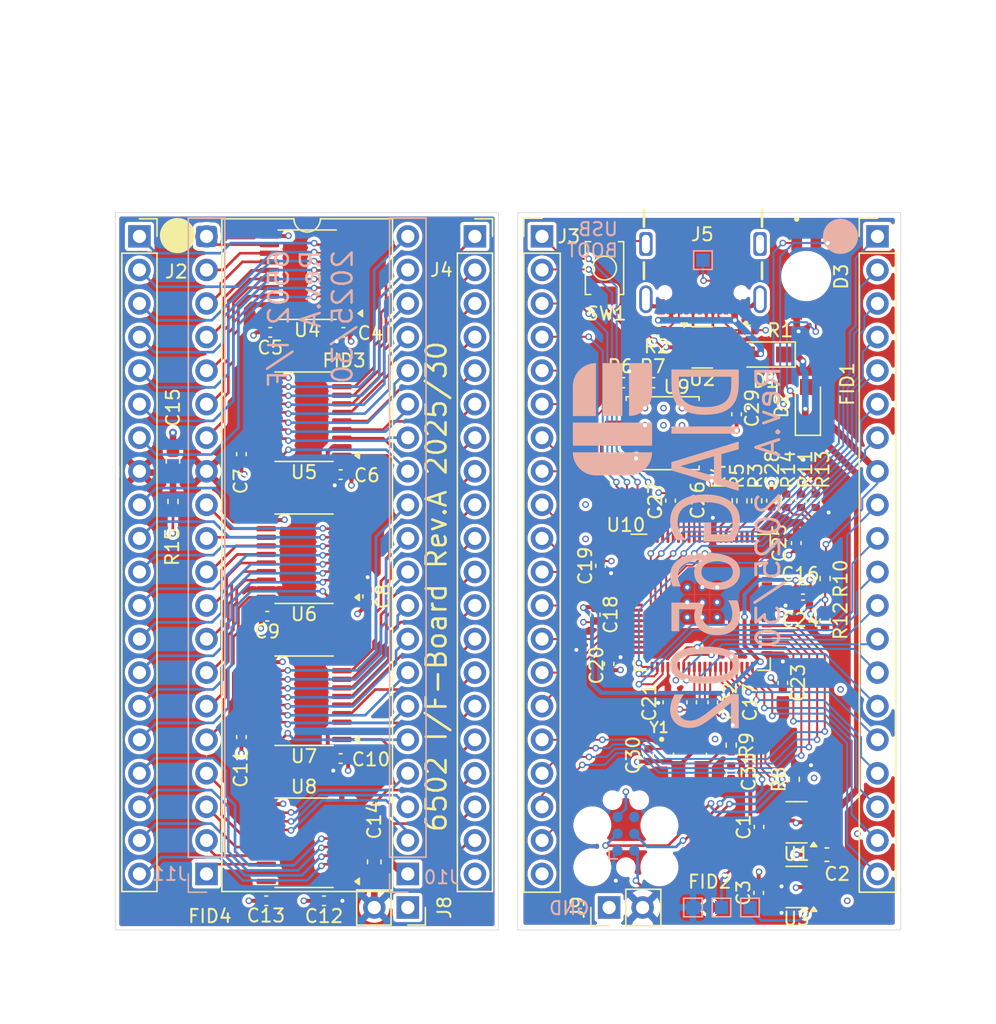
<source format=kicad_pcb>
(kicad_pcb (version 20241229) (generator "pcbnew") (generator_version "9.0")
  (layers (0 "F.Cu" signal) (4 "In1.Cu" signal) (6 "In2.Cu" signal) (2 "B.Cu" signal) (13 "F.Paste" user) (15 "B.Paste" user) (5 "F.SilkS" user "F.Silkscreen") (7 "B.SilkS" user "B.Silkscreen") (1 "F.Mask" user) (3 "B.Mask" user) (25 "Edge.Cuts" user))
  (net 0 "")
  (net 1 "+1V1")
  (net 2 "/Power Supply & USB/V_{SUP}")
  (net 3 "/Processor/VREG_AVDD")
  (net 4 "/Processor/XIN")
  (net 5 "Net-(C31-Pad2)")
  (net 6 "VBUS")
  (net 7 "/Processor/A4")
  (net 8 "/Processor/A0")
  (net 9 "/Processor/RDY")
  (net 10 "/Processor/PIN5")
  (net 11 "/Processor/A5")
  (net 12 "/Processor/SYNC")
  (net 13 "/Processor/A1")
  (net 14 "/Processor/A8")
  (net 15 "/Processor/A10")
  (net 16 "/Processor/A7")
  (net 17 "/Processor/QSPI_SS")
  (net 18 "Net-(R7-Pad1)")
  (net 19 "/Processor/XOUT")
  (net 20 "/Processor/5V_SENSE")
  (net 21 "/Processor/~{RGB_R}")
  (net 22 "/Processor/~{RGB_G}")
  (net 23 "/Processor/~{RGB_B}")
  (net 26 "/Processor/~{NMI}")
  (net 27 "/Processor/A6")
  (net 28 "/Processor/A11")
  (net 29 "/Processor/PHI1")
  (net 30 "/Processor/PIN1")
  (net 31 "/Processor/~{IRQ}")
  (net 32 "/Processor/A2")
  (net 33 "/Processor/A9")
  (net 34 "/Processor/A3")
  (net 35 "/Processor/PIN35")
  (net 36 "/Processor/D6")
  (net 37 "/Processor/A15")
  (net 38 "/Processor/D7")
  (net 39 "/Processor/PHI2")
  (net 40 "/Processor/~{SO}")
  (net 41 "/Processor/D5")
  (net 42 "/Processor/~{RES}")
  (net 43 "/Processor/A12")
  (net 44 "/Processor/D4")
  (net 45 "/Processor/D1")
  (net 46 "/Processor/A14")
  (net 47 "/Processor/PHI0")
  (net 48 "/Processor/A13")
  (net 49 "/Processor/D0")
  (net 50 "/Processor/D3")
  (net 51 "/Processor/D2")
  (net 52 "/Processor/RW")
  (net 53 "/Processor/PIN36")
  (net 54 "/Level Shifters & CPU Interface/PIN_5")
  (net 55 "/Level Shifters & CPU Interface/PIN_17")
  (net 56 "/Level Shifters & CPU Interface/PIN_10")
  (net 57 "/Level Shifters & CPU Interface/PIN_37")
  (net 58 "/Level Shifters & CPU Interface/PIN_28")
  (net 59 "/Level Shifters & CPU Interface/PIN_16")
  (net 60 "/Level Shifters & CPU Interface/PIN_7")
  (net 61 "/Level Shifters & CPU Interface/PIN_26")
  (net 62 "/Level Shifters & CPU Interface/PIN_22")
  (net 63 "/Level Shifters & CPU Interface/PIN_18")
  (net 64 "/Level Shifters & CPU Interface/PIN_34")
  (net 65 "/Level Shifters & CPU Interface/PIN_38")
  (net 66 "/Level Shifters & CPU Interface/PIN_25")
  (net 67 "/Level Shifters & CPU Interface/PIN_15")
  (net 68 "/Level Shifters & CPU Interface/PIN_20")
  (net 69 "/Level Shifters & CPU Interface/PIN_31")
  (net 70 "/Level Shifters & CPU Interface/PIN_11")
  (net 71 "/Level Shifters & CPU Interface/PIN_27")
  (net 72 "/Level Shifters & CPU Interface/PIN_1")
  (net 73 "/Level Shifters & CPU Interface/PIN_3")
  (net 74 "/Level Shifters & CPU Interface/PIN_24")
  (net 75 "/Level Shifters & CPU Interface/PIN_12")
  (net 76 "/Level Shifters & CPU Interface/PIN_4")
  (net 77 "/Level Shifters & CPU Interface/PIN_39")
  (net 78 "/Level Shifters & CPU Interface/PIN_6")
  (net 79 "/Level Shifters & CPU Interface/PIN_32")
  (net 80 "/Level Shifters & CPU Interface/PIN_35")
  (net 81 "/Level Shifters & CPU Interface/PIN_40")
  (net 82 "/Level Shifters & CPU Interface/PIN_19")
  (net 83 "/Level Shifters & CPU Interface/PIN_2")
  (net 84 "/Level Shifters & CPU Interface/PIN_13")
  (net 85 "/Level Shifters & CPU Interface/PIN_33")
  (net 86 "/Level Shifters & CPU Interface/PIN_9")
  (net 87 "/Level Shifters & CPU Interface/PIN_29")
  (net 88 "/Level Shifters & CPU Interface/PIN_30")
  (net 89 "/Level Shifters & CPU Interface/PIN_14")
  (net 90 "/Level Shifters & CPU Interface/PIN_23")
  (net 91 "/Level Shifters & CPU Interface/PIN_36")
  (net 92 "/Level Shifters & CPU Interface/CPU_4")
  (net 93 "/Level Shifters & CPU Interface/CPU_14")
  (net 94 "/Level Shifters & CPU Interface/CPU_17")
  (net 95 "/Level Shifters & CPU Interface/CPU_19")
  (net 96 "/Level Shifters & CPU Interface/CPU_5")
  (net 97 "/Level Shifters & CPU Interface/CPU_12")
  (net 98 "/Level Shifters & CPU Interface/CPU_6")
  (net 99 "/Level Shifters & CPU Interface/CPU_18")
  (net 100 "/Level Shifters & CPU Interface/CPU_10")
  (net 101 "/Level Shifters & CPU Interface/CPU_13")
  (net 102 "/Processor/QSPI_SCLK")
  (net 103 "/Processor/QSPI_SD1")
  (net 104 "/Processor/QSPI_SD2")
  (net 105 "/Processor/QSPI_SD0")
  (net 106 "/Processor/QSPI_SD3")
  (net 107 "/Level Shifters & CPU Interface/CPU_20")
  (net 108 "/Level Shifters & CPU Interface/CPU_1")
  (net 109 "/Level Shifters & CPU Interface/CPU_7")
  (net 110 "/Level Shifters & CPU Interface/CPU_9")
  (net 111 "/Level Shifters & CPU Interface/CPU_16")
  (net 112 "/Level Shifters & CPU Interface/CPU_3")
  (net 113 "/Level Shifters & CPU Interface/CPU_2")
  (net 114 "/Level Shifters & CPU Interface/CPU_11")
  (net 115 "/Level Shifters & CPU Interface/CPU_15")
  (net 116 "/Level Shifters & CPU Interface/CPU_35")
  (net 117 "/Level Shifters & CPU Interface/CPU_36")
  (net 118 "/Level Shifters & CPU Interface/CPU_34")
  (net 119 "/Level Shifters & CPU Interface/CPU_22")
  (net 120 "/Level Shifters & CPU Interface/CPU_25")
  (net 121 "/Level Shifters & CPU Interface/CPU_32")
  (net 122 "/Level Shifters & CPU Interface/CPU_27")
  (net 123 "/Level Shifters & CPU Interface/CPU_31")
  (net 124 "/Level Shifters & CPU Interface/CPU_37")
  (net 125 "/Level Shifters & CPU Interface/CPU_38")
  (net 126 "/Level Shifters & CPU Interface/CPU_33")
  (net 127 "/Level Shifters & CPU Interface/CPU_39")
  (net 128 "/Level Shifters & CPU Interface/CPU_40")
  (net 129 "/Level Shifters & CPU Interface/CPU_24")
  (net 130 "/Level Shifters & CPU Interface/CPU_30")
  (net 131 "/Level Shifters & CPU Interface/CPU_29")
  (net 132 "/Level Shifters & CPU Interface/CPU_23")
  (net 133 "/Level Shifters & CPU Interface/CPU_28")
  (net 134 "/Level Shifters & CPU Interface/CPU_26")
  (net 135 "/Processor/SWDIO")
  (net 136 "/Processor/RUN")
  (net 137 "/Processor/SWCLK")
  (net 139 "Net-(U10-USB_DP)")
  (net 140 "Net-(U10-USB_DM)")
  (net 150 "/Processor/USB_D+")
  (net 151 "/Processor/USB_D-")
  (net 153 "Net-(J5-CC1)")
  (net 154 "Net-(J5-D+-PadA6)")
  (net 155 "Net-(J5-D--PadA7)")
  (net 156 "Net-(J5-CC2)")
  (net 158 "GND")
  (net 159 "+3V3")
  (net 160 "+5V")
  (net 161 "/Level Shifters & CPU Interface/GND_I")
  (net 162 "/Level Shifters & CPU Interface/+3V3_I")
  (net 163 "/Level Shifters & CPU Interface/+5V_I")
  (net 164 "/Processor/LED_G")
  (net 165 "/Processor/LED_R")
  (net 166 "/Processor/LED_B")
  (footprint "Package_TO_SOT_SMD:SOT-23-5" (layer "F.Cu") (at 146.27125 87.35 180)
    (property "Reference" "U3")
    (property "Value" "AP2112K-3.3")
  )
  (footprint "Package_SO:TSSOP-20_4.4x6.5mm_P0.65mm" (layer "F.Cu") (at 108.9825 84 180)
    (property "Reference" "U8")
    (property "Value" "TXS0108EPWR")
  )
  (footprint "Resistor_SMD:R_0402_1005Metric" (layer "F.Cu") (at 146.6088 58.1152 90)
    (property "Reference" "R11")
    (property "Value" "680")
  )
  (footprint "Connector_PinSocket_2.54mm:PinSocket_1x02_P2.54mm_Vertical" (layer "F.Cu") (at 116.84 88.9 -90)
    (property "Reference" "J8")
    (property "Value" "Conn_01x02_PinSocket")
  )
  (footprint "Capacitor_SMD:C_0603_1608Metric" (layer "F.Cu") (at 99.06 55.118 90)
    (property "Reference" "C15")
    (property "Value" "10u")
  )
  (footprint "Capacitor_SMD:C_0402_1005Metric" (layer "F.Cu") (at 146.76625 64.8208)
    (property "Reference" "C16")
    (property "Value" "4.7u")
  )
  (footprint "Capacitor_SMD:C_0402_1005Metric" (layer "F.Cu") (at 106.426 45.3644 180)
    (property "Reference" "C5")
    (property "Value" "0.1u")
  )
  (footprint "Resistor_SMD:R_0402_1005Metric" (layer "F.Cu") (at 146.1008 79.1972 90)
    (property "Reference" "R8")
    (property "Value" "1k")
  )
  (footprint "Capacitor_SMD:C_0402_1005Metric" (layer "F.Cu") (at 146.2532 61.3156 -90)
    (property "Reference" "C25")
    (property "Value" "0.1u")
  )
  (footprint "Resistor_SMD:R_0402_1005Metric" (layer "F.Cu") (at 147.7264 58.1152 90)
    (property "Reference" "R13")
    (property "Value" "680")
  )
  (footprint "Capacitor_SMD:C_0402_1005Metric" (layer "F.Cu") (at 131.03375 66.7325 -90)
    (property "Reference" "C18")
    (property "Value" "0.1u")
  )
  (footprint "Connector_PinHeader_2.54mm:PinHeader_1x20_P2.54mm_Vertical" (layer "F.Cu") (at 152.4 38.1)
    (property "Reference" "J1")
    (property "Value" "Conn_01x20_PinHeader")
  )
  (footprint "Capacitor_SMD:C_0603_1608Metric" (layer "F.Cu") (at 114.3 85.4445 90)
    (property "Reference" "C14")
    (property "Value" "10u")
  )
  (footprint "footprints:LED_XZMDKCBDDG45S-9" (layer "F.Cu") (at 147.00875 41.1 90)
    (property "Reference" "D3")
    (property "Value" "XZMDKCBDDG45S-9")
  )
  (footprint "Capacitor_SMD:C_0402_1005Metric" (layer "F.Cu") (at 136.53375 73.3675 -90)
    (property "Reference" "C21")
    (property "Value" "0.1u")
  )
  (footprint "Fiducial:Fiducial_1mm_Mask2mm" (layer "F.Cu") (at 149.098 46.99)
    (property "Reference" "FID1")
    (property "Value" "Fiducial")
  )
  (footprint "Diode_SMD:Nexperia_CFP3_SOD-123W" (layer "F.Cu") (at 147.13375 50.9 90)
    (property "Reference" "D2")
    (property "Value" "PMEG3010ER")
  )
  (footprint "Capacitor_SMD:C_0402_1005Metric" (layer "F.Cu") (at 145.23375 71.9 -90)
    (property "Reference" "C23")
    (property "Value" "0.1u")
  )
  (footprint "Capacitor_SMD:C_0402_1005Metric" (layer "F.Cu") (at 141.732 51.562 -90)
    (property "Reference" "C29")
    (property "Value" "0.1u")
  )
  (footprint "Diode_SMD:Nexperia_CFP3_SOD-123W" (layer "F.Cu") (at 143.9164 47.0408 180)
    (property "Reference" "D1")
    (property "Value" "PMEG3010ER")
  )
  (footprint "Package_TO_SOT_SMD:SOT-23-5" (layer "F.Cu") (at 146.27125 82.45 180)
    (property "Reference" "U1")
    (property "Value" "TLV74311PDBVR")
  )
  (footprint "Resistor_SMD:R_0402_1005Metric" (layer "F.Cu") (at 141.0208 58.1152 90)
    (property "Reference" "R4")
    (property "Value" "27")
  )
  (footprint "Package_SO:SOIC-8_5.3x5.3mm_P1.27mm" (layer "F.Cu") (at 136.13375 53)
    (property "Reference" "U9")
    (property "Value" "W25Q128JVS")
  )
  (footprint "footprints:GCT_USB4105-GF-A" (layer "F.Cu") (at 139.188 38.679 180)
    (property "Reference" "J5")
    (property "Value" "GT-USB-7010AN")
  )
  (footprint "Capacitor_SMD:C_0603_1608Metric" (layer "F.Cu") (at 148.57125 84.9 180)
    (property "Reference" "C2")
    (property "Value" "10u")
  )
  (footprint "Capacitor_SMD:C_0402_1005Metric" (layer "F.Cu") (at 135.06085 77.3746 90)
    (property "Reference" "C30")
    (property "Value" "15p")
  )
  (footprint "footprints:TS-1088-xxxxxxx" (layer "F.Cu") (at 131.73375 40.5 -90)
    (property "Reference" "SW1")
    (property "Value" "TS-1088-AR02016")
  )
  (footprint "Capacitor_SMD:C_0402_1005Metric" (layer "F.Cu") (at 143.43375 82.8 90)
    (property "Reference" "C1")
    (property "Value" "4.7u")
  )
  (footprint "Resistor_SMD:R_0402_1005Metric" (layer "F.Cu") (at 145.4912 58.1152 90)
    (property "Reference" "R14")
    (property "Value" "680")
  )
  (footprint "PCM_kikit:Board" (layer "F.Cu") (at 95.504 36.322)
    (property "Reference" "B1")
    (property "Value" "Board")
  )
  (footprint "Connector_PinHeader_2.54mm:PinHeader_1x20_P2.54mm_Vertical" (layer "F.Cu") (at 127 38.1)
    (property "Reference" "J3")
    (property "Value" "Conn_01x20_PinHeader")
  )
  (footprint "Capacitor_SMD:C_0402_1005Metric" (layer "F.Cu") (at 113.8 65.35 -90)
    (property "Reference" "C8")
    (property "Value" "0.1u")
  )
  (footprint "Connector_PinSocket_2.54mm:PinSocket_1x20_P2.54mm_Vertical" (layer "F.Cu") (at 121.92 38.1)
    (property "Reference" "J4")
    (property "Value" "Conn_01x20_PinSocket")
  )
  (footprint "Capacitor_SMD:C_0402_1005Metric" (layer "F.Cu") (at 144.3736 58.1 90)
    (property "Reference" "C28")
    (property "Value" "4.7u")
  )
  (footprint "Connector_PinSocket_2.54mm:PinSocket_1x20_P2.54mm_Vertical" (layer "F.Cu") (at 96.52 38.1)
    (property "Reference" "J2")
    (property "Value" "Conn_01x20_PinSocket")
  )
  (footprint "Resistor_SMD:R_0402_1005Metric" (layer "F.Cu") (at 141.3256 76.6064 90)
    (property "Reference" "R9")
    (property "Value" "1k")
  )
  (footprint "Capacitor_SMD:C_0402_1005Metric" (layer "F.Cu") (at 110.49 88.392 180)
    (property "Reference" "C12")
    (property "Value" "0.1u")
  )
  (footprint "Capacitor_SMD:C_0402_1005Metric" (layer "F.Cu") (at 138.33375 73.3675 -90)
    (property "Reference" "C22")
    (property "Value" "0.1u")
  )
  (footprint "Resistor_SMD:R_0402_1005Metric" (layer "F.Cu") (at 148.43375 67.1975 -90)
    (property "Reference" "R12")
    (property "Value" "5.1k")
  )
  (footprint "Package_TO_SOT_SMD:SC-74-6_1.55x2.9mm_P0.95mm" (layer "F.Cu") (at 139.13375 46.5)
    (property "Reference" "U2")
    (property "Value" "IP4234CZ6")
  )
  (footprint "Capacitor_SMD:C_0402_1005Metric" (layer "F.Cu") (at 139.9032 58.093 90)
    (property "Reference" "C26")
    (property "Value" "0.1u")
  )
  (footprint "Capacitor_SMD:C_0402_1005Metric" (layer "F.Cu") (at 106.1212 88.392 180)
    (property "Reference" "C13")
    (property "Value" "0.1u")
  )
  (footprint "Resistor_SMD:R_0402_1005Metric" (layer "F.Cu") (at 135.382 49.1744 180)
    (property "Reference" "R7")
    (property "Value" "1k")
  )
  (footprint "Capacitor_SMD:C_0402_1005Metric" (layer "F.Cu") (at 143.40875 87.793 90)
    (property "Reference" "C3")
    (property "Value" "4.7u")
  )
  (footprint "Fiducial:Fiducial_1mm_Mask2mm" (layer "F.Cu") (at 109.22 46.99)
    (property "Reference" "FID3")
    (property "Value" "Fiducial")
  )
  (footprint "Connector_PinHeader_2.54mm:PinHeader_1x02_P2.54mm_Vertical" (layer "F.Cu") (at 132.08 88.9 90)
    (property "Reference" "J9")
    (property "Value" "Conn_01x02_PinHeader")
  )
  (footprint "Capacitor_SMD:C_0402_1005Metric" (layer "F.Cu") (at 104.2416 75.9968 -90)
    (property "Reference" "C11")
    (property "Value" "0.1u")
  )
  (footprint "Resistor_SMD:R_0402_1005Metric" (layer "F.Cu") (at 142.6 45.2)
    (property "Reference" "R1")
    (property "Value" "5.1k")
  )
  (footprint "Capacitor_SMD:C_0402_1005Metric" (layer "F.Cu") (at 111.75 56.134)
    (property "Reference" "C6")
    (property "Value" "0.1u")
  )
  (footprint "Capacitor_SMD:C_0402_1005Metric" (layer "F.Cu") (at 131.43375 63.0325 90)
    (property "Reference" "C19")
    (property "Value" "0.1u")
  )
  (footprint "Capacitor_SMD:C_0402_1005Metric" (layer "F.Cu") (at 139.93375 73.3675 -90)
    (property "Reference" "C17")
    (property "Value" "0.1u")
  )
  (footprint "Package_DIP:DIP-40_W15.24mm" (layer "F.Cu") (at 101.6 38.1)
    (property "Reference" "J6" (hide yes))
    (property "Value" "Conn_02x20_Counter_Clockwise")
  )
  (footprint "footprints:RP2350-QFN-80-1EP_10x10_P0.4mm_EP3.4x3.4mm_ThermalVias" (layer "F.Cu") (at 139.13375 65.7965)
    (property "Reference" "U10")
    (property "Value" "RP2350_80QFN")
  )
  (footprint "Fiducial:Fiducial_1mm_Mask2mm" (layer "F.Cu") (at 99.06 88.9)
    (property "Reference" "FID4")
    (property "Value" "Fiducial")
  )
  (footprint "Capacitor_SMD:C_0402_1005Metric" (layer "F.Cu") (at 136.73375 58.1 90)
    (property "Reference" "C27")
    (property "Value" "0.1u")
  )
  (footprint "PCM_kikit:Board" (layer "F.Cu") (at 136.455 26.055)
    (property "Reference" "B2")
    (property "Value" "Board")
  )
  (footprint "Package_SO:TSSOP-20_4.4x6.5mm_P0.65mm" (layer "F.Cu") (at 108.9825 62.5 180)
    (property "Reference" "U6")
    (property "Value" "TXS0108EPWR")
  )
  (footprint "Capacitor_SMD:C_0402_1005Metric" (layer "F.Cu") (at 111.9632 45.3644)
    (property "Reference" "C4")
    (property "Value" "0.1u")
  )
  (footprint "footprints:XTAL_ABM8-272-T3" (layer "F.Cu") (at 138.2062 77.3176)
    (property "Reference" "Y1")
    (property "Value" "ABM8-272-T3")
  )
  (footprint "Resistor_SMD:R_0402_1005Metric" (layer "F.Cu") (at 135.7 45.2 180)
    (property "Reference" "R2")
    (property "Value" "5.1k")
  )
  (footprint "Resistor_SMD:R_0402_1005Metric" (layer "F.Cu") (at 142.1384 58.1152 -90)
    (property "Reference" "R5")
    (property "Value" "27")
  )
  (footprint "Capacitor_SMD:C_0402_1005Metric" (layer "F.Cu") (at 111.75 77.6224)
    (property "Reference" "C10")
    (property "Value" "0.1u")
  )
  (footprint "Resistor_SMD:R_0402_1005Metric" (layer "F.Cu") (at 99.06 58.164 -90)
    (property "Reference" "R15")
    (property "Value" "10k")
  )
  (footprint "Capacitor_SMD:C_0402_1005Metric" (layer "F.Cu") (at 132.08 70.4596 -90)
    (property "Reference" "C20")
    (property "Value" "0.1u")
  )
  (footprint "Package_SO:TSSOP-20_4.4x6.5mm_P0.65mm" (layer "F.Cu") (at 108.9825 73.25 180)
    (property "Reference" "U7")
    (property "Value" "TXS0108EPWR")
  )
  (footprint "Package_SO:TSSOP-20_4.4x6.5mm_P0.65mm" (layer "F.Cu") (at 109.22 41 180)
    (property "Reference" "U4")
    (property "Value" "TXS0108EPWR")
  )
  (footprint "Fiducial:Fiducial_1mm_Mask2mm" (layer "F.Cu") (at 139.7 88.9)
    (property "Reference" "FID2")
    (property "Value" "Fiducial")
  )
  (footprint "Capacitor_SMD:C_0402_1005Metric" (layer "F.Cu") (at 106.2 66.8528 180)
    (property "Reference" "C9")
    (property "Value" "0.1u")
  )
  (footprint "Resistor_SMD:R_0402_1005Metric" (layer "F.Cu") (at 143.256 58.1152 -90)
    (property "Reference" "R3")
    (property "Value" "10")
  )
  (footprint "Capacitor_SMD:C_0402_1005Metric" (layer "F.Cu") (at 141.3256 78.6612 90)
    (property "Reference" "C31")
    (property "Value" "15p")
  )
  (footprint "Capacitor_SMD:C_0402_1005Metric" (layer "F.Cu") (at 104.2416 54.5825 -90)
    (property "Reference" "C7")
    (property "Value" "0.1u")
  )
  (footprint "Package_SO:TSSOP-20_4.4x6.5mm_P0.65mm" (layer "F.Cu") (at 108.9825 51.75 180)
    (property "Reference" "U5")
    (property "Value" "TXS0108EPWR")
  )
  (footprint "Resistor_SMD:R_0402_1005Metric" (layer "F.Cu") (at 133.096 49.1744 180)
    (property "Reference" "R6")
    (property "Value" "10k")
  )
  (footprint "Resistor_SMD:R_0402_1005Metric" (layer "F.Cu") (at 148.43375 64 90)
    (property "Reference" "R10")
    (property "Value" "5.1k")
  )
  (footprint "Capacitor_SMD:C_0402_1005Metric" (layer "F.Cu") (at 146.76625 65.9892)
    (property "Reference" "C24")
    (property "Value" "0.1u")
  )
  (footprint "TestPoint:TestPoint_Pad_1.0x1.0mm" (layer "B.Cu") (at 142.748 88.9 180)
    (property "Reference" "TP3")
    (property "Value" "V_{SUP}")
  )
  (footprint "Connector_PinHeader_2.54mm:PinHeader_1x20_P2.54mm_Vertical" (layer "B.Cu") (at 101.6 86.36)
    (property "Reference" "J11")
    (property "Value" "Conn_01x20_PinHeader")
  )
  (footprint "TestPoint:TestPoint_Pad_1.0x1.0mm" (layer "B.Cu") (at 139.18375 39.9 180)
    (property "Reference" "TP2")
    (property "Value" "V_{BUS}")
  )
  (footprint "Connector_PinHeader_2.54mm:PinHeader_1x20_P2.54mm_Vertical" (layer "B.Cu") (at 116.84 86.36)
    (property "Reference" "J10")
    (property "Value" "Conn_01x20_PinHeader")
  )
  (footprint "TestPoint:TestPoint_Pad_1.0x1.0mm" (layer "B.Cu") (at 140.589 88.9 180)
    (property "Reference" "TP1")
    (property "Value" "+1V1")
  )
  (footprint "footprints:SaD Logo" (layer "B.Cu") (at 135.336023 51.943023 -90)
    (property "Reference" "REF**" (hide yes))
    (property "Value" "Untitled" (hide yes))
  )
  (footprint "Connector:Tag-Connect_TC2030-IDC-FP_2x03_P1.27mm_Vertical" (layer "B.Cu") (at 133.35 83.312 90)
    (property "Reference" "J7" (hide yes))
    (property "Value" "Conn_ARM_SWD_TagConnect_TC2030")
  )
  (footprint "TestPoint:TestPoint_Pad_1.0x1.0mm" (layer "B.Cu") (at 138.43 88.9 180)
    (property "Reference" "TP4")
    (property "Value" "+3V3")
  )
  (gr_circle (center 99.4 38.04) (end 100.2 39.04) (stroke (width 0.1)) (fill yes) (layer "F.SilkS"))
  (gr_circle (center 149.6 38.1) (end 150.4 39.1) (stroke (width 0.1)) (fill yes) (layer "B.SilkS"))
  (gr_rect (start 125.16 36.3) (end 154.16 90.6) (stroke (width 0.05)) (fill no) (layer "Edge.Cuts"))
  (gr_rect (start 94.7 36.3) (end 123.7 90.6) (stroke (width 0.05)) (fill no) (layer "Edge.Cuts"))
  (gr_text "6502 I/F-Board Rev.A 2025/30" (at 119.888 83.312 90) (layer "F.SilkS") (effects (font (size 1.5 1.5) (thickness 0.2)) (justify left bottom)))
  (gr_text "USB\nBOOT" (at 132.842 39.751 0) (layer "B.SilkS") (effects (font (size 1 1)) (justify left bottom mirror)))
  (gr_text "GND" (at 130.683 89.535 0) (layer "B.SilkS") (effects (font (size 1 1)) (justify left bottom mirror)))
  (gr_text "DIAG6502\n" (at 142.748 47.625 90) (layer "B.SilkS") (effects (font (size 5 4) (thickness 0.5)) (justify left bottom mirror)))
  (gr_text "6502 I/F\nRev.A\n2025/30" (at 112.776 38.989 90) (layer "B.SilkS") (effects (font (size 1.5 1.5) (thickness 0.1875)) (justify left bottom mirror)))
  (gr_text "Rev.A  2025/30	" (at 145.161 47.752 90) (layer "B.SilkS") (effects (font (size 1.75 1.75) (thickness 0.21875)) (justify left bottom mirror)))
  (segment (start 131.03375 66.165) (end 132.883828 66.165) (width 0.15) (layer "F.Cu") (net 1))
  (segment (start 139.93375 72.8) (end 140.73375 72.8) (width 0.15) (layer "F.Cu") (net 1))
  (segment (start 130.16875 66.165) (end 130.13375 66.2) (width 0.15) (layer "F.Cu") (net 1))
  (segment (start 131.03375 66.165) (end 130.16875 66.165) (width 0.3) (layer "F.Cu") (net 1))
  (segment (start 140.843 86.487) (end 143.43375 83.89625) (width 0.2) (layer "F.Cu") (net 1))
  (segment (start 144.53725 65.5965) (end 145.23375 64.9) (width 0.15) (layer "F.Cu") (net 1))
  (segment (start 143.43375 83.319888) (end 142.77275 82.658888) (width 0.3) (layer "F.Cu") (net 1))
  (segment (start 139.73375 72.6) (end 139.73375 70.693) (width 0.15) (layer "F.Cu") (net 1))
  (segment (start 140.73375 73.3) (end 140.73375 72.8) (width 0.3) (layer "F.Cu") (net 1))
  (segment (start 144.03025 65.5965) (end 144.53725 65.5965) (width 0.15) (layer "F.Cu") (net 1))
  (segment (start 142.77275 75.339) (end 140.73375 73.3) (width 0.3) (layer "F.Cu") (net 1))
  (segment (start 145.23375 64.9) (end 145.99875 64.9) (width 0.15) (layer "F.Cu") (net 1))
  (segment (start 142.33375 66.9) (end 142.33375 69.090655) (width 0.3) (layer "F.Cu") (net 1))
  (segment (start 133.452328 65.5965) (end 134.23725 65.5965) (width 0.15) (layer "F.Cu") (net 1))
  (segment (start 142.33375 69.090655) (end 143.54072 70.297625) (width 0.3) (layer "F.Cu") (net 1))
  (segment (start 132.883828 66.165) (end 133.452328 65.5965) (width 0.15) (layer "F.Cu") (net 1))
  (segment (start 142.77275 82.658888) (end 142.77275 75.339) (width 0.3) (layer "F.Cu") (net 1))
  (segment (start 143.43375 83.89625) (end 143.43375 83.3675) (width 0.2) (layer "F.Cu") (net 1))
  (segment (start 145.13375 83.4) (end 143.46625 83.4) (width 0.3) (layer "F.Cu") (net 1))
  (segment (start 146.19875 64.1325) (end 146.19875 64.9) (width 0.15) (layer "F.Cu") (net 1))
  (via (at 143.54072 70.297625) (size 0.5) (drill 0.3) (layers "F.Cu" "B.Cu") (net 1))
  (via (at 142.33375 66.9) (size 0.5) (drill 0.3) (layers "F.Cu" "B.Cu") (net 1))
  (via (at 140.843 86.487) (size 0.5) (drill 0.3) (layers "F.Cu" "B.Cu") (net 1))
  (via (at 140.73375 72.8) (size 0.5) (drill 0.3) (layers "F.Cu" "B.Cu") (net 1))
  (via (at 130.13375 66.2) (size 0.5) (drill 0.3) (layers "F.Cu" "B.Cu") (net 1))
  (via (at 146.19875 64.1325) (size 0.5) (drill 0.3) (layers "F.Cu" "B.Cu") (net 1))
  (segment (start 143.236125 70.297625) (end 140.73375 72.8) (width 0.3) (layer "B.Cu") (net 1))
  (segment (start 142.33375 65.2) (end 142.33375 66.9) (width 0.3) (layer "B.Cu") (net 1))
  (segment (start 140.589 86.741) (end 140.843 86.487) (width 0.2) (layer "B.Cu") (net 1))
  (segment (start 140.73375 72.8) (end 140.58475 72.651) (width 0.3) (layer "B.Cu") (net 1))
  (segment (start 143.54072 70.297625) (end 143.236125 70.297625) (width 0.3) (layer "B.Cu") (net 1))
  (segment (start 140.58475 72.651) (end 131.48375 72.651) (width 0.3) (layer "B.Cu") (net 1))
  (segment (start 140.589 88.9) (end 140.589 86.741) (width 0.2) (layer "B.Cu") (net 1))
  (segment (start 143.43375 64.1) (end 142.33375 65.2) (width 0.3) (layer "B.Cu") (net 1))
  (segment (start 146.19875 64.1325) (end 146.16625 64.1) (width 0.3) (layer "B.Cu") (net 1))
  (segment (start 131.48375 72.651) (end 130.78375 71.951) (width 0.3) (layer "B.Cu") (net 1))
  (segment (start 146.16625 64.1) (end 143.43375 64.1) (width 0.3) (layer "B.Cu") (net 1))
  (segment (start 130.78375 66.85) (end 130.13375 66.2) (width 0.3) (layer "B.Cu") (net 1))
  (segment (start 130.78375 71.951) (end 130.78375 66.85) (width 0.3) (layer "B.Cu") (net 1))
  (segment (start 147.13375 52.39175) (end 150.876 56.134) (width 0.5) (layer "F.Cu") (net 2))
  (segment (start 150.876 79.95775) (end 149.43375 81.4) (width 0.5) (layer "F.Cu") (net 2))
  (segment (start 150.876 56.134) (end 150.876 79.95775) (width 0.5) (layer "F.Cu") (net 2))
  (segment (start 148.071249 88.3) (end 149.43375 86.937499) (width 0.5) (layer "F.Cu") (net 2))
  (segment (start 147.23375 81.5) (end 149.33375 81.5) (width 0.15) (layer "F.Cu") (net 2))
  (segment (start 146.93375 51.15) (end 146.93375 52.1) (width 0.5) (layer "F.Cu") (net 2))
  (segment (start 149.43375 86.4) (end 149.43375 84.9) (width 0.5) (layer "F.Cu") (net 2))
  (segment (start 147.40875 88.3) (end 148.071249 88.3) (width 0.5) (layer "F.Cu") (net 2))
  (segment (start 149.33375 81.5) (end 149.43375 81.4) (width 0.15) (layer "F.Cu") (net 2))
  (segment (start 147.40875 88.93825) (end 147.40875 88.3) (width 0.2) (layer "F.Cu") (net 2))
  (segment (start 147.40875 86.4) (end 149.43375 86.4) (width 0.15) (layer "F.Cu") (net 2))
  (segment (start 149.43375 86.937499) (end 149.43375 86.4) (width 0.5) (layer "F.Cu") (net 2))
  (segment (start 146.2 47) (end 145.1 47) (width 0.5) (layer "F.Cu") (net 2))
  (segment (start 149.43375 81.4) (end 149.43375 83.4) (width 0.5) (layer "F.Cu") (net 2))
  (segment (start 146.755 47.555) (end 146.2 47) (width 0.5) (layer "F.Cu") (net 2))
  (segment (start 147.23375 83.4) (end 149.43375 83.4) (width 0.5) (layer "F.Cu") (net 2))
  (segment (start 146.939 89.408) (end 147.40875 88.93825) (width 0.2) (layer "F.Cu") (net 2))
  (segment (start 149.43375 83.4) (end 149.43375 84.9) (width 0.5) (layer "F.Cu") (net 2))
  (via (at 146.939 89.408) (size 0.5) (drill 0.3) (layers "F.Cu" "B.Cu") (net 2))
  (via (at 146.93375 51.15) (size 0.5) (drill 0.3) (layers "F.Cu" "B.Cu") (net 2))
  (via (at 146.755 47.555) (size 0.5) (drill 0.3) (layers "F.Cu" "B.Cu") (net 2))
  (segment (start 146.755 48.203) (end 146.93375 48.38175) (width 0.5) (layer "B.Cu") (net 2))
  (segment (start 142.748 89.027) (end 143.602 89.881) (width 0.2) (layer "B.Cu") (net 2))
  (segment (start 146.93375 48.38175) (end 146.93375 51.15) (width 0.5) (layer "B.Cu") (net 2))
  (segment (start 146.466 89.881) (end 146.939 89.408) (width 0.2) (layer "B.Cu") (net 2))
  (segment (start 146.755 47.555) (end 146.755 48.203) (width 0.5) (layer "B.Cu") (net 2))
  (segment (start 143.602 89.881) (end 146.466 89.881) (width 0.2) (layer "B.Cu") (net 2))
  (segment (start 142.93375 60.4) (end 144.3736 58.96015) (width 0.15) (layer "F.Cu") (net 3))
  (segment (start 141.73375 60.9) (end 141.73375 60.441784) (width 0.15) (layer "F.Cu") (net 3))
  (segment (start 141.73375 60.441784) (end 143.004642 59.170892) (width 0.15) (layer "F.Cu") (net 3))
  (segment (start 143.256 59.0804) (end 143.256 58.6252) (width 0.15) (layer "F.Cu") (net 3))
  (segment (start 142.93375 60.9) (end 142.93375 60.4) (width 0.15) (layer "F.Cu") (net 3))
  (segment (start 143.004642 59.170892) (end 143.165508 59.170892) (width 0.15) (layer "F.Cu") (net 3))
  (segment (start 143.256 58.6252) (end 144.3284 58.6252) (width 0.15) (layer "F.Cu") (net 3))
  (segment (start 144.3736 58.96015) (end 144.3736 58.58) (width 0.15) (layer "F.Cu") (net 3))
  (segment (start 143.165508 59.170892) (end 143.256 59.0804) (width 0.15) (layer "F.Cu") (net 3))
  (segment (start 138.93375 70.693) (end 138.93375 74.56505) (width 0.15) (layer "F.Cu") (net 4))
  (segment (start 136.6042 76.8946) (end 135.06085 76.8946) (width 0.15) (layer "F.Cu") (net 4))
  (segment (start 137.3312 76.1676) (end 136.6042 76.8946) (width 0.15) (layer "F.Cu") (net 4))
  (segment (start 138.93375 74.56505) (end 137.3312 76.1676) (width 0.15) (layer "F.Cu") (net 4))
  (segment (start 140.46 77.1164) (end 141.3256 77.1164) (width 0.2) (layer "F.Cu") (net 5))
  (segment (start 139.1088 78.4676) (end 140.46 77.1164) (width 0.2) (layer "F.Cu") (net 5))
  (segment (start 136.788 43.434) (end 136.788 44.171) (width 0.3) (layer "F.Cu") (net 6))
  (segment (start 141.588 42.847) (end 141.588 43.434) (width 0.15) (layer "F.Cu") (net 6))
  (segment (start 142.8888 46.9) (end 142.33375 46.9) (width 0.5) (layer "F.Cu") (net 6))
  (segment (start 140.191 41.45) (end 141.588 42.847) (width 0.15) (layer "F.Cu") (net 6))
  (segment (start 141.3944 46.5) (end 140.29375 46.5) (width 0.3) (layer "F.Cu") (net 6))
  (segment (start 139.23375 41.45) (end 140.191 41.45) (width 0.15) (layer "F.Cu") (net 6))
  (segment (start 142.4756 47) (end 141.8944 47) (width 0.3) (layer "F.Cu") (net 6))
  (segment (start 142.9788 46.99) (end 142.8888 46.9) (width 0.5) (layer "F.Cu") (net 6))
  (segment (start 141.588 44.436994) (end 141.601667 44.450661) (width 0.15) (layer "F.Cu") (net 6))
  (segment (start 136.509 44.45) (end 135.8 44.45) (width 0.3) (layer "F.Cu") (net 6))
  (segment (start 141.588 43.434) (end 141.588 44.436994) (width 0.5) (layer "F.Cu") (net 6))
  (segment (start 141.8944 47) (end 141.3944 46.5) (width 0.3) (layer "F.Cu") (net 6))
  (segment (start 136.788 44.171) (end 136.509 44.45) (width 0.3) (layer "F.Cu") (net 6))
  (segment (start 143.5608 46.99) (end 142.9788 46.99) (width 0.5) (layer "F.Cu") (net 6))
  (via (at 135.8 44.45) (size 0.5) (drill 0.3) (layers "F.Cu" "B.Cu") (net 6))
  (via (at 143.5608 46.99) (size 0.5) (drill 0.3) (layers "F.Cu" "B.Cu") (net 6))
  (via (at 139.23375 41.45) (size 0.5) (drill 0.3) (layers "F.Cu" "B.Cu") (net 6))
  (via (at 141.601667 44.450661) (size 0.5) (drill 0.3) (layers "F.Cu" "B.Cu") (net 6))
  (segment (start 143.5608 46.99) (end 143.5608 46.4312) (width 0.5) (layer "B.Cu") (net 6))
  (segment (start 141.601667 44.472067) (end 141.601667 44.450661) (width 0.5) (layer "B.Cu") (net 6))
  (segment (start 143.5608 46.4312) (end 141.601667 44.472067) (width 0.5) (layer "B.Cu") (net 6))
  (segment (start 141.601006 44.45) (end 135.8 44.45) (width 0.5) (layer "B.Cu") (net 6))
  (segment (start 141.601667 44.450661) (end 141.601006 44.45) (width 0.3) (layer "B.Cu") (net 6))
  (segment (start 139.18375 41.4) (end 139.23375 41.45) (width 0.15) (layer "B.Cu") (net 6))
  (segment (start 139.18375 39.9) (end 139.18375 41.4) (width 0.15) (layer "B.Cu") (net 6))
  (segment (start 139.825409 69.781995) (end 138.186539 69.781995) (width 0.15) (layer "F.Cu") (net 7))
  (segment (start 137.73375 70.234784) (end 137.73375 70.693) (width 0.15) (layer "F.Cu") (net 7))
  (segment (start 138.186539 69.781995) (end 137.73375 70.234784) (width 0.15) (layer "F.Cu") (net 7))
  (via (at 139.825409 69.781995) (size 0.5) (drill 0.3) (layers "F.Cu" "B.Cu") (net 7))
  (segment (start 139.825409 69.781995) (end 140.632404 68.975) (width 0.15) (layer "B.Cu") (net 7))
  (segment (start 140.632404 68.975) (end 152.005 68.975) (width 0.15) (layer "B.Cu") (net 7))
  (segment (start 135.73375 71.151216) (end 135.484966 71.4) (width 0.15) (layer "F.Cu") (net 8))
  (segment (start 135.484966 71.4) (end 134.53375 71.4) (width 0.15) (layer "F.Cu") (net 8))
  (segment (start 135.73375 70.693) (end 135.73375 71.151216) (width 0.15) (layer "F.Cu") (net 8))
  (segment (start 134.53375 71.4) (end 134.33375 71.2) (width 0.15) (layer "F.Cu") (net 8))
  (via (at 134.33375 71.2) (size 0.5) (drill 0.3) (layers "F.Cu" "B.Cu") (net 8))
  (segment (start 138.347115 67.504833) (end 134.651948 71.2) (width 0.15) (layer "B.Cu") (net 8))
  (segment (start 152.4 58.42) (end 150.1 60.72) (width 0.15) (layer "B.Cu") (net 8))
  (segment (start 148.995167 67.504833) (end 138.347115 67.504833) (width 0.15) (layer "B.Cu") (net 8))
  (segment (start 150.1 66.4) (end 148.995167 67.504833) (width 0.15) (layer "B.Cu") (net 8))
  (segment (start 134.651948 71.2) (end 134.33375 71.2) (width 0.15) (layer "B.Cu") (net 8))
  (segment (start 150.1 60.72) (end 150.1 66.4) (width 0.15) (layer "B.Cu") (net 8))
  (segment (start 135.58475 62.563588) (end 135.58475 67.107216) (width 0.15) (layer "F.Cu") (net 9))
  (segment (start 134.695466 67.9965) (end 134.23725 67.9965) (width 0.15) (layer "F.Cu") (net 9))
  (segment (start 135.80975 62.338588) (end 135.58475 62.563588) (width 0.15) (layer "F.Cu") (net 9))
  (segment (start 135.80975 62.324) (end 135.80975 62.338588) (width 0.15) (layer "F.Cu") (net 9))
  (segment (start 136.03375 62.1) (end 135.80975 62.324) (width 0.15) (layer "F.Cu") (net 9))
  (segment (start 135.58475 67.107216) (end 134.695466 67.9965) (width 0.15) (layer "F.Cu") (net 9))
  (via (at 136.03375 62.1) (size 0.5) (drill 0.3) (layers "F.Cu" "B.Cu") (net 9))
  (segment (start 136.03375 62.1) (end 137.68375 60.45) (width 0.15) (layer "B.Cu") (net 9))
  (segment (start 151.079 45.010189) (end 151.079 41.961) (width 0.15) (layer "B.Cu") (net 9))
  (segment (start 151.079 41.961) (end 152.4 40.64) (width 0.15) (layer "B.Cu") (net 9))
  (segment (start 150.634003 45.455186) (end 151.079 45.010189) (width 0.15) (layer "B.Cu") (net 9))
  (segment (start 137.68375 60.45) (end 143.28375 60.45) (width 0.15) (layer "B.Cu") (net 9))
  (segment (start 149.809 53.92475) (end 149.809 49.449516) (width 0.15) (layer "B.Cu") (net 9))
  (segment (start 143.28375 60.45) (end 149.809 53.92475) (width 0.15) (layer "B.Cu") (net 9))
  (segment (start 149.809 49.449516) (end 150.634003 48.624513) (width 0.15) (layer "B.Cu") (net 9))
  (segment (start 150.634003 48.624513) (end 150.634003 45.455186) (width 0.15) (layer "B.Cu") (net 9))
  (segment (start 137.971923 62.675) (end 137.725 62.675) (width 0.15) (layer "F.Cu") (net 10))
  (segment (start 134.98039 69.1965) (end 134.23725 69.1965) (width 0.15) (layer "F.Cu") (net 10))
  (segment (start 138.53375 62.113173) (end 137.971923 62.675) (width 0.15) (layer "F.Cu") (net 10))
  (segment (start 138.53375 62.1) (end 138.53375 62.113173) (width 0.15) (layer "F.Cu") (net 10))
  (segment (start 136.807751 67.36914) (end 134.98039 69.1965) (width 0.15) (layer "F.Cu") (net 10))
  (segment (start 136.807751 63.592249) (end 136.807751 67.36914) (width 0.15) (layer "F.Cu") (net 10))
  (segment (start 137.725 62.675) (end 136.807751 63.592249) (width 0.15) (layer "F.Cu") (net 10))
  (via (at 138.53375 62.1) (size 0.5) (drill 0.3) (layers "F.Cu" "B.Cu") (net 10))
  (segment (start 138.53375 62.1) (end 138.53375 62.085415) (width 0.15) (layer "B.Cu") (net 10))
  (segment (start 139.095165 61.524) (end 139.572341 61.524) (width 0.15) (layer "B.Cu") (net 10))
  (segment (start 138.53375 62.085415) (end 139.095165 61.524) (width 0.15) (layer "B.Cu") (net 10))
  (segment (start 138.53375 62.1) (end 138.53375 62.08683) (width 0.15) (layer "B.Cu") (net 10))
  (segment (start 143.70975 61.524) (end 150.799 54.43475) (width 0.15) (layer "B.Cu") (net 10))
  (segment (start 150.799 54.43475) (end 150.799 49.861) (width 0.15) (layer "B.Cu") (net 10))
  (segment (start 143.705554 61.526) (end 143.707553 61.524) (width 0.15) (layer "B.Cu") (net 10))
  (segment (start 139.574341 61.526) (end 143.705554 61.526) (width 0.15) (layer "B.Cu") (net 10))
  (segment (start 139.572341 61.524) (end 139.574341 61.526) (width 0.15) (layer "B.Cu") (net 10))
  (segment (start 143.707553 61.524) (end 143.70975 61.524) (width 0.15) (layer "B.Cu") (net 10))
  (segment (start 150.799 49.861) (end 152.4 48.26) (width 0.15) (layer "B.Cu") (net 10))
  (segment (start 138.13375 70.693) (end 138.13375 71.5) (width 0.15) (layer "F.Cu") (net 11))
  (segment (start 138.13375 71.5) (end 137.93375 71.7) (width 0.15) (layer "F.Cu") (net 11))
  (via (at 137.93375 71.7) (size 0.5) (drill 0.3) (layers "F.Cu" "B.Cu") (net 11))
  (segment (start 137.93375 71.7) (end 138.720577 71.7) (width 0.15) (layer "B.Cu") (net 11))
  (segment (start 138.720577 71.7) (end 141.095577 69.325) (width 0.15) (layer "B.Cu") (net 11))
  (segment (start 141.095577 69.325) (end 150.605 69.325) (width 0.15) (layer "B.Cu") (net 11))
  (segment (start 150.605 69.325) (end 152.4 71.12) (width 0.15) (layer "B.Cu") (net 11))
  (segment (start 134.62675 70.693) (end 134.33375 70.4) (width 0.15) (layer "F.Cu") (net 12))
  (segment (start 135.33375 70.693) (end 134.62675 70.693) (width 0.15) (layer "F.Cu") (net 12))
  (via (at 134.33375 70.4) (size 0.5) (drill 0.3) (layers "F.Cu" "B.Cu") (net 12))
  (segment (start 134.33375 66.4) (end 137.92723 62.80652) (width 0.15) (layer "B.Cu") (net 12))
  (segment (start 134.33375 70.4) (end 134.33375 66.4) (width 0.15) (layer "B.Cu") (net 12))
  (segment (start 151.459 54.77475) (end 151.459 54.281) (width 0.15) (layer "B.Cu") (net 12))
  (segment (start 143.42723 62.80652) (end 151.459 54.77475) (width 0.15) (layer "B.Cu") (net 12))
  (segment (start 137.92723 62.80652) (end 143.42723 62.80652) (width 0.15) (layer "B.Cu") (net 12))
  (segment (start 151.459 54.281) (end 152.4 53.34) (width 0.15) (layer "B.Cu") (net 12))
  (segment (start 136.13375 70.693) (end 136.13375 71.24619) (width 0.15) (layer "F.Cu") (net 13))
  (segment (start 135.37994 72) (end 134.33375 72) (width 0.15) (layer "F.Cu") (net 13))
  (segment (start 136.13375 71.24619) (end 135.37994 72) (width 0.15) (layer "F.Cu") (net 13))
  (via (at 134.33375 72) (size 0.5) (drill 0.3) (layers "F.Cu" "B.Cu") (net 13))
  (segment (start 150.5 62.86) (end 152.4 60.96) (width 0.15) (layer "B.Cu") (net 13))
  (segment (start 150.5 66.494974) (end 150.5 62.86) (width 0.15) (layer "B.Cu") (net 13))
  (segment (start 134.346923 72) (end 138.446923 67.9) (width 0.15) (layer "B.Cu") (net 13))
  (segment (start 134.33375 72) (end 134.346923 72) (width 0.15) (layer "B.Cu") (net 13))
  (segment (start 149.094974 67.9) (end 150.5 66.494974) (width 0.15) (layer "B.Cu") (net 13))
  (segment (start 138.446923 67.9) (end 149.094974 67.9) (width 0.15) (layer "B.Cu") (net 13))
  (segment (start 142.13375 70.693) (end 142.13375 71.286827) (width 0.15) (layer "F.Cu") (net 14))
  (segment (start 143.23375 72.386827) (end 143.23375 73.2) (width 0.15) (layer "F.Cu") (net 14))
  (segment (start 142.13375 71.286827) (end 143.23375 72.386827) (width 0.15) (layer "F.Cu") (net 14))
  (via (at 143.23375 73.2) (size 0.5) (drill 0.3) (layers "F.Cu" "B.Cu") (net 14))
  (segment (start 148.335164 73.2) (end 151.149999 76.014835) (width 0.15) (layer "B.Cu") (net 14))
  (segment (start 151.149999 77.489999) (end 152.4 78.74) (width 0.15) (layer "B.Cu") (net 14))
  (segment (start 143.23375 73.2) (end 148.335164 73.2) (width 0.15) (layer "B.Cu") (net 14))
  (segment (start 151.149999 76.014835) (end 151.149999 77.489999) (width 0.15) (layer "B.Cu") (net 14))
  (segment (start 142.93375 71.0965) (end 144.43375 72.5965) (width 0.15) (layer "F.Cu") (net 15))
  (segment (start 144.43375 72.5965) (end 144.43375 74.4) (width 0.15) (layer "F.Cu") (net 15))
  (segment (start 142.93375 70.693) (end 142.93375 71.0965) (width 0.15) (layer "F.Cu") (net 15))
  (via (at 144.43375 74.4) (size 0.5) (drill 0.3) (layers "F.Cu" "B.Cu") (net 15))
  (segment (start 150.45 81.87) (end 150.45 76.304784) (width 0.15) (layer "B.Cu") (net 15))
  (segment (start 148.370216 74.225) (end 150.45 76.304784) (width 0.15) (layer "B.Cu") (net 15))
  (segment (start 152.4 83.82) (end 150.45 81.87) (width 0.15) (layer "B.Cu") (net 15))
  (segment (start 144.60875 74.225) (end 148.370216 74.225) (width 0.15) (layer "B.Cu") (net 15))
  (segment (start 144.43375 74.4) (end 144.60875 74.225) (width 0.15) (layer "B.Cu") (net 15))
  (segment (start 142.63375 72.397659) (end 142.63375 72.6) (width 0.15) (layer "F.Cu") (net 16))
  (segment (start 141.73375 70.693) (end 141.73375 71.497659) (width 0.15) (layer "F.Cu") (net 16))
  (segment (start 141.73375 71.497659) (end 142.63375 72.397659) (width 0.15) (layer "F.Cu") (net 16))
  (via (at 142.63375 72.6) (size 0.5) (drill 0.3) (layers "F.Cu" "B.Cu") (net 16))
  (segment (start 142.63375 72.6) (end 148.8 72.6) (width 0.15) (layer "B.Cu") (net 16))
  (segment (start 148.8 72.6) (end 152.1 75.9) (width 0.15) (layer "B.Cu") (net 16))
  (segment (start 131.733751 51.095) (end 132.53375 51.095) (width 0.15) (layer "F.Cu") (net 17))
  (segment (start 131.10675 51.722001) (end 131.733751 51.095) (width 0.15) (layer "F.Cu") (net 17))
  (segment (start 134.27255 49.77385) (end 134.872 49.1744) (width 0.15) (layer "F.Cu") (net 17))
  (segment (start 136.38375 55.85) (end 131.55 55.85) (width 0.15) (layer "F.Cu") (net 17))
  (segment (start 131.55 55.85) (end 131.10675 55.40675) (width 0.15) (layer "F.Cu") (net 17))
  (segment (start 134.2624 49.77385) (end 134.27255 49.77385) (width 0.15) (layer "F.Cu") (net 17))
  (segment (start 132.94125 51.095) (end 134.2624 49.77385) (width 0.15) (layer "F.Cu") (net 17))
  (segment (start 131.10675 55.40675) (end 131.10675 51.722001) (width 0.15) (layer "F.Cu") (net 17))
  (segment (start 137.33375 56.8) (end 136.38375 55.85) (width 0.15) (layer "F.Cu") (net 17))
  (segment (start 132.5372 51.09155) (end 132.5372 49.2232) (width 0.15) (layer "F.Cu") (net 17))
  (segment (start 137.33375 60.9) (end 137.33375 56.8) (width 0.15) (layer "F.Cu") (net 17))
  (segment (start 135.89 49.1724) (end 135.89 47.570838) (width 0.2) (layer "F.Cu") (net 18))
  (segment (start 131.73375 43.414588) (end 131.73375 42.575) (width 0.2) (layer "F.Cu") (net 18))
  (segment (start 135.89 47.570838) (end 131.73375 43.414588) (width 0.2) (layer "F.Cu") (net 18))
  (segment (start 141.03015 76.0964) (end 141.3256 76.0964) (width 0.15) (layer "F.Cu") (net 19))
  (segment (start 139.33375 70.693) (end 139.33375 74.4) (width 0.15) (layer "F.Cu") (net 19))
  (segment (start 139.33375 74.4) (end 141.03015 76.0964) (width 0.15) (layer "F.Cu") (net 19))
  (segment (start 144.83025 66.3965) (end 145.13375 66.7) (width 0.15) (layer "F.Cu") (net 20))
  (segment (start 148.43375 64.5975) (end 148.43375 65.6) (width 0.15) (layer "F.Cu") (net 20))
  (segment (start 144.03025 66.3965) (end 144.83025 66.3965) (width 0.15) (layer "F.Cu") (net 20))
  (segment (start 148.43375 66.6) (end 148.43375 65.6) (width 0.15) (layer "F.Cu") (net 20))
  (via (at 145.13375 66.7) (size 0.5) (drill 0.3) (layers "F.Cu" "B.Cu") (net 20))
  (via (at 148.43375 65.6) (size 0.5) (drill 0.3) (layers "F.Cu" "B.Cu") (net 20))
  (segment (start 148.427108 65.593358) (end 148.103565 65.593358) (width 0.15) (layer "B.Cu") (net 20))
  (segment (start 147.571923 66.125) (end 147.193157 66.125) (width 0.15) (layer "B.Cu") (net 20))
  (segment (start 147.193157 66.125) (end 146.618157 66.7) (width 0.15) (layer "B.Cu") (net 20))
  (segment (start 148.103565 65.593358) (end 147.571923 66.125) (width 0.15) (layer "B.Cu") (net 20))
  (segment (start 146.618157 66.7) (end 145.13375 66.7) (width 0.15) (layer "B.Cu") (net 20))
  (segment (start 148.43375 65.6) (end 148.427108 65.593358) (width 0.15) (layer "B.Cu") (net 20))
  (segment (start 147.318999 61.827924) (end 147.318999 59.739799) (width 0.15) (layer "F.Cu") (net 21))
  (segment (start 147.318999 59.739799) (end 146.745904 59.166704) (width 0.15) (layer "F.Cu") (net 21))
  (segment (start 144.03025 62.7965) (end 146.350423 62.7965) (width 0.15) (layer "F.Cu") (net 21))
  (segment (start 146.350423 62.7965) (end 147.318999 61.827924) (width 0.15) (layer "F.Cu") (net 21))
  (segment (start 146.032704 59.166704) (end 145.4912 58.6252) (width 0.15) (layer "F.Cu") (net 21))
  (segment (start 146.745904 59.166704) (end 146.032704 59.166704) (width 0.15) (layer "F.Cu") (net 21))
  (segment (start 146.445398 63.1965) (end 147.649999 61.991899) (width 0.15) (layer "F.Cu") (net 22))
  (segment (start 147.649999 59.604109) (end 146.67109 58.6252) (width 0.15) (layer "F.Cu") (net 22))
  (segment (start 144.03025 63.1965) (end 146.445398 63.1965) (width 0.15) (layer "F.Cu") (net 22))
  (segment (start 147.649999 61.991899) (end 147.649999 59.604109) (width 0.15) (layer "F.Cu") (net 22))
  (segment (start 144.03025 63.5965) (end 146.543202 63.5965) (width 0.15) (layer "F.Cu") (net 23))
  (segment (start 146.543202 63.5965) (end 147.98 62.159701) (width 0.15) (layer "F.Cu") (net 23))
  (segment (start 147.98 58.8788) (end 147.7264 58.6252) (width 0.15) (layer "F.Cu") (net 23))
  (segment (start 147.98 62.159701) (end 147.98 58.8788) (width 0.15) (layer "F.Cu") (net 23))
  (segment (start 137.157751 63.822501) (end 137.157751 67.514115) (width 0.15) (layer "F.Cu") (net 26))
  (segment (start 135.075365 69.5965) (end 134.23725 69.5965) (width 0.15) (layer "F.Cu") (net 26))
  (segment (start 139.10875 62.325003) (end 139.10875 62.338173) (width 0.15) (layer "F.Cu") (net 26))
  (segment (start 137.955252 63.025) (end 137.157751 63.822501) (width 0.15) (layer "F.Cu") (net 26))
  (segment (start 139.333753 62.1) (end 139.10875 62.325003) (width 0.15) (layer "F.Cu") (net 26))
  (segment (start 139.10875 62.338173) (end 138.421923 63.025) (width 0.15) (layer "F.Cu") (net 26))
  (segment (start 138.421923 63.025) (end 137.955252 63.025) (width 0.15) (layer "F.Cu") (net 26))
  (segment (start 137.157751 67.514115) (end 135.075365 69.5965) (width 0.15) (layer "F.Cu") (net 26))
  (via (at 139.333753 62.1) (size 0.5) (drill 0.3) (layers "F.Cu" "B.Cu") (net 26))
  (segment (start 143.63375 62.1) (end 151.129 54.60475) (width 0.15) (layer "B.Cu") (net 26))
  (segment (start 151.129 52.071) (end 152.4 50.8) (width 0.15) (layer "B.Cu") (net 26))
  (segment (start 151.129 54.60475) (end 151.129 52.071) (width 0.15) (layer "B.Cu") (net 26))
  (segment (start 139.333753 62.1) (end 143.63375 62.1) (width 0.15) (layer "B.Cu") (net 26))
  (segment (start 141.33375 70.693) (end 141.33375 69.9) (width 0.15) (layer "F.Cu") (net 27))
  (via (at 141.33375 69.9) (size 0.5) (drill 0.3) (layers "F.Cu" "B.Cu") (net 27))
  (segment (start 148.44 69.7) (end 152.4 73.66) (width 0.15) (layer "B.Cu") (net 27))
  (segment (start 141.33375 69.9) (end 141.53375 69.7) (width 0.15) (layer "B.Cu") (net 27))
  (segment (start 141.53375 69.7) (end 148.44 69.7) (width 0.15) (layer "B.Cu") (net 27))
  (segment (start 146.03375 74.8) (end 146.03375 69.8) (width 0.15) (layer "F.Cu") (net 28))
  (segment (start 146.03375 69.8) (end 145.43025 69.1965) (width 0.15) (layer "F.Cu") (net 28))
  (segment (start 145.43025 69.1965) (end 144.03025 69.1965) (width 0.15) (layer "F.Cu") (net 28))
  (via (at 146.03375 74.8) (size 0.5) (drill 0.3) (layers "F.Cu" "B.Cu") (net 28))
  (segment (start 148.448828 74.8) (end 146.03375 74.8) (width 0.15) (layer "B.Cu") (net 28))
  (segment (start 150.1 84.06) (end 150.1 76.451172) (width 0.15) (layer "B.Cu") (net 28))
  (segment (start 152.4 86.36) (end 150.1 84.06) (width 0.15) (layer "B.Cu") (net 28))
  (segment (start 150.1 76.451172) (end 148.448828 74.8) (width 0.15) (layer "B.Cu") (net 28))
  (segment (start 136 67.186941) (end 134.790441 68.3965) (width 0.15) (layer "F.Cu") (net 29))
  (segment (start 136 63.03375) (end 136 67.186941) (width 0.15) (layer "F.Cu") (net 29))
  (segment (start 134.790441 68.3965) (end 134.23725 68.3965) (width 0.15) (layer "F.Cu") (net 29))
  (segment (start 136.93375 62.1) (end 136 63.03375) (width 0.15) (layer "F.Cu") (net 29))
  (via (at 136.93375 62.1) (size 0.5) (drill 0.3) (layers "F.Cu" "B.Cu") (net 29))
  (segment (start 150.965003 48.761617) (end 150.965003 45.59229) (width 0.15) (layer "B.Cu") (net 29))
  (segment (start 150.965003 45.59229) (end 151.41 45.147293) (width 0.15) (layer "B.Cu") (net 29))
  (segment (start 143.43375 60.8) (end 150.139 54.09475) (width 0.15) (layer "B.Cu") (net 29))
  (segment (start 138.219162 60.8) (end 143.43375 60.8) (width 0.15) (layer "B.Cu") (net 29))
  (segment (start 151.41 44.17) (end 152.4 43.18) (width 0.15) (layer "B.Cu") (net 29))
  (segment (start 150.139 49.58762) (end 150.965003 48.761617) (width 0.15) (layer "B.Cu") (net 29))
  (segment (start 136.93375 62.1) (end 136.93375 62.085412) (width 0.15) (layer "B.Cu") (net 29))
  (segment (start 151.41 45.147293) (end 151.41 44.17) (width 0.15) (layer "B.Cu") (net 29))
  (segment (start 150.139 54.09475) (end 150.139 49.58762) (width 0.15) (layer "B.Cu") (net 29))
  (segment (start 136.93375 62.085412) (end 138.219162 60.8) (width 0.15) (layer "B.Cu") (net 29))
  (segment (start 134.23725 67.1965) (end 134.69688 67.1965) (width 0.15) (layer "F.Cu") (net 30))
  (segment (start 135.23375 66.65963) (end 135.23375 62.1) (width 0.15) (layer "F.Cu") (net 30))
  (segment (start 134.69688 67.1965) (end 135.23375 66.65963) (width 0.15) (layer "F.Cu") (net 30))
  (via (at 135.23375 62.1) (size 0.5) (drill 0.3) (layers "F.Cu" "B.Cu") (net 30))
  (segment (start 135.23375 62.085412) (end 137.219162 60.1) (width 0.15) (layer "B.Cu") (net 30))
  (segment (start 150.749 39.751) (end 152.4 38.1) (width 0.15) (layer "B.Cu") (net 30))
  (segment (start 137.219162 60.1) (end 143.13375 60.1) (width 0.15) (layer "B.Cu") (net 30))
  (segment (start 150.304003 45.318496) (end 150.749 44.873499) (width 0.15) (layer "B.Cu") (net 30))
  (segment (start 135.23375 62.1) (end 135.23375 62.085412) (width 0.15) (layer "B.Cu") (net 30))
  (segment (start 149.479 53.75475) (end 149.479 49.312826) (width 0.15) (layer "B.Cu") (net 30))
  (segment (start 150.749 44.873499) (end 150.749 39.751) (width 0.15) (layer "B.Cu") (net 30))
  (segment (start 149.479 49.312826) (end 150.304003 48.487823) (width 0.15) (layer "B.Cu") (net 30))
  (segment (start 143.13375 60.1) (end 149.479 53.75475) (width 0.15) (layer "B.Cu") (net 30))
  (segment (start 150.304003 48.487823) (end 150.304003 45.318496) (width 0.15) (layer "B.Cu") (net 30))
  (segment (start 137.73375 62.113173) (end 136.4 63.446923) (width 0.15) (layer "F.Cu") (net 31))
  (segment (start 134.885416 68.7965) (end 134.23725 68.7965) (width 0.15) (layer "F.Cu") (net 31))
  (segment (start 136.4 63.446923) (end 136.4 67.281916) (width 0.15) (layer "F.Cu") (net 31))
  (segment (start 136.4 67.281916) (end 134.885416 68.7965) (width 0.15) (layer "F.Cu") (net 31))
  (segment (start 137.73375 62.1) (end 137.73375 62.113173) (width 0.15) (layer "F.Cu") (net 31))
  (via (at 137.73375 62.1) (size 0.5) (drill 0.3) (layers "F.Cu" "B.Cu") (net 31))
  (segment (start 151.295003 46.824997) (end 152.4 45.72) (width 0.15) (layer "B.Cu") (net 31))
  (segment (start 150.469 54.26475) (end 150.469 49.72431) (width 0.15) (layer "B.Cu") (net 31))
  (segment (start 137.73375 62.1) (end 137.73375 62.085412) (width 0.15) (layer "B.Cu") (net 31))
  (segment (start 150.469 49.72431) (end 151.295003 48.898307) (width 0.15) (layer "B.Cu") (net 31))
  (segment (start 138.645162 61.174) (end 143.55975 61.174) (width 0.15) (layer "B.Cu") (net 31))
  (segment (start 137.73375 62.085412) (end 138.645162 61.174) (width 0.15) (layer "B.Cu") (net 31))
  (segment (start 143.55975 61.174) (end 150.469 54.26475) (width 0.15) (layer "B.Cu") (net 31))
  (segment (start 151.295003 48.898307) (end 151.295003 46.824997) (width 0.15) (layer "B.Cu") (net 31))
  (segment (start 138.757402 69.206995) (end 137.961539 69.206995) (width 0.15) (layer "F.Cu") (net 32))
  (segment (start 136.93375 70.234784) (end 136.93375 70.693) (width 0.15) (layer "F.Cu") (net 32))
  (segment (start 137.961539 69.206995) (end 136.93375 70.234784) (width 0.15) (layer "F.Cu") (net 32))
  (via (at 138.757402 69.206995) (size 0.5) (drill 0.3) (layers "F.Cu" "B.Cu") (net 32))
  (segment (start 149.214948 68.275) (end 150.85 66.639948) (width 0.15) (layer "B.Cu") (net 32))
  (segment (start 150.85 66.639948) (end 150.85 65.05) (width 0.15) (layer "B.Cu") (net 32))
  (segment (start 138.757402 69.206995) (end 139.689397 68.275) (width 0.15) (layer "B.Cu") (net 32))
  (segment (start 139.689397 68.275) (end 149.214948 68.275) (width 0.15) (layer "B.Cu") (net 32))
  (segment (start 150.85 65.05) (end 152.4 63.5) (width 0.15) (layer "B.Cu") (net 32))
  (segment (start 142.53375 70.693) (end 142.53375 71.191853) (width 0.15) (layer "F.Cu") (net 33))
  (segment (start 143.83375 72.491853) (end 143.83375 73.8) (width 0.15) (layer "F.Cu") (net 33))
  (segment (start 142.53375 71.191853) (end 143.83375 72.491853) (width 0.15) (layer "F.Cu") (net 33))
  (via (at 143.83375 73.8) (size 0.5) (drill 0.3) (layers "F.Cu" "B.Cu") (net 33))
  (segment (start 150.8 79.68) (end 152.4 81.28) (width 0.15) (layer "B.Cu") (net 33))
  (segment (start 148.44019 73.8) (end 150.8 76.15981) (width 0.15) (layer "B.Cu") (net 33))
  (segment (start 150.8 76.15981) (end 150.8 79.68) (width 0.15) (layer "B.Cu") (net 33))
  (segment (start 143.83375 73.8) (end 148.44019 73.8) (width 0.15) (layer "B.Cu") (net 33))
  (segment (start 137.33375 71.5) (end 137.13375 71.7) (width 0.15) (layer "F.Cu") (net 34))
  (segment (start 137.33375 70.693) (end 137.33375 71.5) (width 0.15) (layer "F.Cu") (net 34))
  (via (at 137.13375 71.7) (size 0.5) (drill 0.3) (layers "F.Cu" "B.Cu") (net 34))
  (segment (start 137.13375 71.660481) (end 140.169231 68.625) (width 0.15) (layer "B.Cu") (net 34))
  (segment (start 149.815 68.625) (end 152.4 66.04) (width 0.15) (layer "B.Cu") (net 34))
  (segment (start 137.13375 71.7) (end 137.13375 71.660481) (width 0.15) (layer "B.Cu") (net 34))
  (segment (start 140.169231 68.625) (end 149.815 68.625) (width 0.15) (layer "B.Cu") (net 34))
  (segment (start 129.3 50.8) (end 130.33375 51.83375) (width 0.15) (layer "F.Cu") (net 35))
  (segment (start 130.33375 55.709562) (end 133.23375 58.609562) (width 0.15) (layer "F.Cu") (net 35))
  (segment (start 130.33375 51.83375) (end 130.33375 55.709562) (width 0.15) (layer "F.Cu") (net 35))
  (segment (start 133.23375 58.609562) (end 133.23375 61.85263) (width 0.15) (layer "F.Cu") (net 35))
  (segment (start 127 50.8) (end 129.3 50.8) (width 0.15) (layer "F.Cu") (net 35))
  (segment (start 133.77762 62.3965) (end 134.23725 62.3965) (width 0.15) (layer "F.Cu") (net 35))
  (segment (start 133.23375 61.85263) (end 133.77762 62.3965) (width 0.15) (layer "F.Cu") (net 35))
  (segment (start 131.08375 68.95) (end 131.088776 68.95) (width 0.15) (layer "F.Cu") (net 36))
  (segment (start 128.91375 71.12) (end 131.08375 68.95) (width 0.15) (layer "F.Cu") (net 36))
  (segment (start 127 71.12) (end 128.91375 71.12) (width 0.15) (layer "F.Cu") (net 36))
  (segment (start 133.642276 66.3965) (end 134.23725 66.3965) (width 0.15) (layer "F.Cu") (net 36))
  (segment (start 131.088776 68.95) (end 133.642276 66.3965) (width 0.15) (layer "F.Cu") (net 36))
  (segment (start 146.23025 67.5965) (end 144.03025 67.5965) (width 0.15) (layer "F.Cu") (net 37))
  (segment (start 148.40875 75.575303) (end 148.40875 69.775) (width 0.15) (layer "F.Cu") (net 37))
  (segment (start 131.572 76.2) (end 127 76.2) (width 0.15) (layer "F.Cu") (net 37))
  (segment (start 148.40875 69.775) (end 146.23025 67.5965) (width 0.15) (layer "F.Cu") (net 37))
  (via (at 131.572 76.2) (size 0.5) (drill 0.3) (layers "F.Cu" "B.Cu") (net 37))
  (via (at 148.40875 75.575303) (size 0.5) (drill 0.3) (layers "F.Cu" "B.Cu") (net 37))
  (segment (start 148.360053 75.624) (end 148.40875 75.575303) (width 0.15) (layer "B.Cu") (net 37))
  (segment (start 144.08475 77.649) (end 146.10975 75.624) (width 0.15) (layer "B.Cu") (net 37))
  (segment (start 146.10975 75.624) (end 148.360053 75.624) (width 0.15) (layer "B.Cu") (net 37))
  (segment (start 131.572 76.2) (end 134.874 76.2) (width 0.15) (layer "B.Cu") (net 37))
  (segment (start 136.323 77.649) (end 144.08475 77.649) (width 0.15) (layer "B.Cu") (net 37))
  (segment (start 134.874 76.2) (end 136.323 77.649) (width 0.15) (layer "B.Cu") (net 37))
  (segment (start 133.73725 66.7965) (end 127 73.53375) (width 0.15) (layer "F.Cu") (net 38))
  (segment (start 134.23725 66.7965) (end 133.73725 66.7965) (width 0.15) (layer "F.Cu") (net 38))
  (segment (start 134.233747 57.630151) (end 134.63375 58.030154) (width 0.15) (layer "F.Cu") (net 39))
  (segment (start 134.63375 58.809562) (end 136.13375 60.309562) (width 0.15) (layer "F.Cu") (net 39))
  (segment (start 136.13375 60.309562) (end 136.13375 60.9) (width 0.15) (layer "F.Cu") (net 39))
  (segment (start 127.04 40.6) (end 130.53375 40.6) (width 0.15) (layer "F.Cu") (net 39))
  (segment (start 134.233747 56.7) (end 134.233747 57.630151) (width 0.15) (layer "F.Cu") (net 39))
  (segment (start 134.63375 58.030154) (end 134.63375 58.809562) (width 0.15) (layer "F.Cu") (net 39))
  (via (at 134.233747 56.7) (size 0.5) (drill 0.3) (layers "F.Cu" "B.Cu") (net 39))
  (via (at 130.53375 40.6) (size 0.5) (drill 0.3) (layers "F.Cu" "B.Cu") (net 39))
  (segment (start 134.233747 56.685415) (end 134.233747 56.7) (width 0.15) (layer "B.Cu") (net 39))
  (segment (start 130.53375 40.6) (end 132.3 42.36625) (width 0.15) (layer "B.Cu") (net 39))
  (segment (start 132.3 54.751668) (end 134.233747 56.685415) (width 0.15) (layer "B.Cu") (net 39))
  (segment (start 132.3 42.36625) (end 132.3 54.751668) (width 0.15) (layer "B.Cu") (net 39))
  (segment (start 129.76375 43.18) (end 127 43.18) (width 0.15) (layer "F.Cu") (net 40))
  (segment (start 135.73375 60.404537) (end 135.73375 60.9) (width 0.15) (layer "F.Cu") (net 40))
  (segment (start 133.433744 57.325123) (end 134.28375 58.175129) (width 0.15) (layer "F.Cu") (net 40))
  (segment (start 130.53375 43.95) (end 129.76375 43.18) (width 0.15) (layer "F.Cu") (net 40))
  (segment (start 134.28375 58.175129) (end 134.28375 58.954536) (width 0.15) (layer "F.Cu") (net 40))
  (segment (start 134.28375 58.954536) (end 135.73375 60.404537) (width 0.15) (layer "F.Cu") (net 40))
  (segment (start 133.433744 56.7) (end 133.433744 57.325123) (width 0.15) (layer "F.Cu") (net 40))
  (via (at 133.433744 56.7) (size 0.5) (drill 0.3) (layers "F.Cu" "B.Cu") (net 40))
  (via (at 130.53375 43.95) (size 0.5) (drill 0.3) (layers "F.Cu" "B.Cu") (net 40))
  (segment (start 130.53375 43.95) (end 131.95 45.36625) (width 0.15) (layer "B.Cu") (net 40))
  (segment (start 131.95 45.36625) (end 131.95 55.201662) (width 0.15) (layer "B.Cu") (net 40))
  (segment (start 133.433744 56.685406) (end 133.433744 56.7) (width 0.15) (layer "B.Cu") (net 40))
  (segment (start 131.95 55.201662) (end 133.433744 56.685406) (width 0.15) (layer "B.Cu") (net 40))
  (segment (start 130.963802 68.58) (end 127 68.58) (width 0.15) (layer "F.Cu") (net 41))
  (segment (start 134.23725 65.9965) (end 133.547302 65.9965) (width 0.15) (layer "F.Cu") (net 41))
  (segment (start 133.547302 65.9965) (end 130.963802 68.58) (width 0.15) (layer "F.Cu") (net 41))
  (segment (start 128.7 39.8) (end 127 38.1) (width 0.15) (layer "F.Cu") (net 42))
  (segment (start 136.53375 60.214588) (end 136.53375 60.9) (width 0.15) (layer "F.Cu") (net 42))
  (segment (start 135.03375 58.714588) (end 136.53375 60.214588) (width 0.15) (layer "F.Cu") (net 42))
  (segment (start 135.03375 56.7) (end 135.03375 58.714588) (width 0.15) (layer "F.Cu") (net 42))
  (segment (start 130.53375 39.8) (end 128.7 39.8) (width 0.15) (layer "F.Cu") (net 42))
  (via (at 135.03375 56.7) (size 0.5) (drill 0.3) (layers "F.Cu" "B.Cu") (net 42))
  (via (at 130.53375 39.8) (size 0.5) (drill 0.3) (layers "F.Cu" "B.Cu") (net 42))
  (segment (start 132.65 41.91625) (end 132.65 54.301665) (width 0.15) (layer "B.Cu") (net 42))
  (segment (start 131.10975 40.361412) (end 131.10975 40.376) (width 0.15) (layer "B.Cu") (net 42))
  (segment (start 130.75775 40.024) (end 130.772338 40.024) (width 0.15) (layer "B.Cu") (net 42))
  (segment (start 132.65 54.301665) (end 135.03375 56.685415) (width 0.15) (layer "B.Cu") (net 42))
  (segment (start 131.10975 40.376) (end 132.65 41.91625) (width 0.15) (layer "B.Cu") (net 42))
  (segment (start 130.53375 39.8) (end 130.75775 40.024) (width 0.15) (layer "B.Cu") (net 42))
  (segment (start 135.03375 56.685415) (end 135.03375 56.7) (width 0.15) (layer "B.Cu") (net 42))
  (segment (start 130.772338 40.024) (end 131.10975 40.361412) (width 0.15) (layer "B.Cu") (net 42))
  (segment (start 146.63375 69.8) (end 145.63025 68.7965) (width 0.15) (layer "F.Cu") (net 43))
  (segment (start 130.048 78.105) (end 128.143 80.01) (width 0.15) (layer "F.Cu") (net 43))
  (segment (start 145.63025 68.7965) (end 144.03025 68.7965) (width 0.15) (layer "F.Cu") (net 43))
  (segment (start 146.63375 77.4) (end 146.63375 69.8) (width 0.15) (layer "F.Cu") (net 43))
  (segment (start 128.143 82.657) (end 127 83.8) (width 0.15) (layer "F.Cu") (net 43))
  (segment (start 128.143 80.01) (end 128.143 82.657) (width 0.15) (layer "F.Cu") (net 43))
  (via (at 146.63375 77.4) (size 0.5) (drill 0.3) (layers "F.Cu" "B.Cu") (net 43))
  (via (at 130.048 78.105) (size 0.5) (drill 0.3) (layers "F.Cu" "B.Cu") (net 43))
  (segment (start 131.74676 78.105) (end 132.63576 77.216) (width 0.15) (layer "B.Cu") (net 43))
  (segment (start 144.93375 78.7) (end 146.23375 77.4) (width 0.15) (layer "B.Cu") (net 43))
  (segment (start 130.048 78.105) (end 131.74676 78.105) (width 0.15) (layer "B.Cu") (net 43))
  (segment (start 135.85 78.7) (end 144.93375 78.7) (width 0.15) (layer "B.Cu") (net 43))
  (segment (start 134.366 77.216) (end 135.85 78.7) (width 0.15) (layer "B.Cu") (net 43))
  (segment (start 132.63576 77.216) (end 134.366 77.216) (width 0.15) (layer "B.Cu") (net 43))
  (segment (start 146.23375 77.4) (end 146.63375 77.4) (width 0.15) (layer "B.Cu") (net 43))
  (segment (start 133.35594 65.1965) (end 133.25244 65.3) (width 0.15) (layer "F.Cu") (net 44))
  (segment (start 129.4 65.3) (end 128.66 66.04) (width 0.15) (layer "F.Cu") (net 44))
  (segment (start 134.23725 65.1965) (end 133.35594 65.1965) (width 0.15) (layer "F.Cu") (net 44))
  (segment (start 128.66 66.04) (end 127 66.04) (width 0.15) (layer "F.Cu") (net 44))
  (segment (start 133.25244 65.3) (end 129.4 65.3) (width 0.15) (layer "F.Cu") (net 44))
  (segment (start 128.4 59.82) (end 127 58.42) (width 0.15) (layer "F.Cu") (net 45))
  (segment (start 134.23725 63.9965) (end 132.646924 63.9965) (width 0.15) (layer "F.Cu") (net 45))
  (segment (start 132.400924 64.2425) (end 131.072638 64.2425) (width 0.15) (layer "F.Cu") (net 45))
  (segment (start 131.072638 64.2425) (end 128.4 61.569862) (width 0.15) (layer "F.Cu") (net 45))
  (segment (start 132.646924 63.9965) (end 132.400924 64.2425) (width 0.15) (layer "F.Cu") (net 45))
  (segment (start 128.4 61.569862) (end 128.4 59.82) (width 0.15) (layer "F.Cu") (net 45))
  (segment (start 128.905 76.835) (end 127.01 78.73) (width 0.15) (layer "F.Cu") (net 46))
  (segment (start 147.83375 76.2) (end 147.83375 69.8) (width 0.15) (layer "F.Cu") (net 46))
  (segment (start 146.03025 67.9965) (end 144.03025 67.9965) (width 0.15) (layer "F.Cu") (net 46))
  (segment (start 147.83375 69.8) (end 146.03025 67.9965) (width 0.15) (layer "F.Cu") (net 46))
  (segment (start 131.064 76.835) (end 128.905 76.835) (width 0.15) (layer "F.Cu") (net 46))
  (via (at 147.83375 76.2) (size 0.5) (drill 0.3) (layers "F.Cu" "B.Cu") (net 46))
  (via (at 131.064 76.835) (size 0.5) (drill 0.3) (layers "F.Cu" "B.Cu") (net 46))
  (segment (start 132.08338 76.835) (end 132.36238 76.556) (width 0.15) (layer "B.Cu") (net 46))
  (segment (start 132.36238 76.556) (end 134.68069 76.556) (width 0.15) (layer "B.Cu") (net 46))
  (segment (start 134.68069 76.556) (end 136.12469 78) (width 0.15) (layer "B.Cu") (net 46))
  (segment (start 147.818748 76.184998) (end 147.83375 76.2) (width 0.15) (layer "B.Cu") (net 46))
  (segment (start 136.12469 78) (end 144.43375 78) (width 0.15) (layer "B.Cu") (net 46))
  (segment (start 144.43375 78) (end 146.248752 76.184998) (width 0.15) (layer "B.Cu") (net 46))
  (segment (start 131.064 76.835) (end 132.08338 76.835) (width 0.15) (layer "B.Cu") (net 46))
  (segment (start 146.248752 76.184998) (end 147.818748 76.184998) (width 0.15) (layer "B.Cu") (net 46))
  (segment (start 135.33375 60.9) (end 135.33375 60.5) (width 0.15) (layer "F.Cu") (net 47))
  (segment (start 133.93375 59.1) (end 133.93375 58.320104) (width 0.15) (layer "F.Cu") (net 47))
  (segment (start 133.93375 58.320104) (end 132.63375 57.020104) (width 0.15) (layer "F.Cu") (net 47))
  (segment (start 132.63375 57.020104) (end 132.63375 56.7) (width 0.15) (layer "F.Cu") (net 47))
  (segment (start 127.02 45.7) (end 130.53375 45.7) (width 0.15) (layer "F.Cu") (net 47))
  (segment (start 135.33375 60.5) (end 133.93375 59.1) (width 0.15) (layer "F.Cu") (net 47))
  (via (at 132.63375 56.7) (size 0.5) (drill 0.3) (layers "F.Cu" "B.Cu") (net 47))
  (via (at 130.53375 45.7) (size 0.5) (drill 0.3) (layers "F.Cu" "B.Cu") (net 47))
  (segment (start 131.6 55.66625) (end 131.6 46.76625) (width 0.15) (layer "B.Cu") (net 47))
  (segment (start 132.63375 56.7) (end 131.6 55.66625) (width 0.15) (layer "B.Cu") (net 47))
  (segment (start 131.6 46.76625) (end 130.53375 45.7) (width 0.15) (layer "B.Cu") (net 47))
  (segment (start 147.23375 76.734998) (end 147.23375 69.8) (width 0.15) (layer "F.Cu") (net 48))
  (segment (start 147.20875 76.759998) (end 147.23375 76.734998) (width 0.15) (layer "F.Cu") (net 48))
  (segment (start 130.556 77.50224) (end 129.88876 77.50224) (width 0.15) (layer "F.Cu") (net 48))
  (segment (start 147.23375 69.8) (end 145.83025 68.3965) (width 0.15) (layer "F.Cu") (net 48))
  (segment (start 145.83025 68.3965) (end 144.03025 68.3965) (width 0.15) (layer "F.Cu") (net 48))
  (segment (start 127 80.391) (end 127 81.28) (width 0.15) (layer "F.Cu") (net 48))
  (segment (start 129.88876 77.50224) (end 127 80.391) (width 0.15) (layer "F.Cu") (net 48))
  (via (at 147.20875 76.759998) (size 0.5) (drill 0.3) (layers "F.Cu" "B.Cu") (net 48))
  (via (at 130.556 77.50224) (size 0.5) (drill 0.3) (layers "F.Cu" "B.Cu") (net 48))
  (segment (start 132.49907 76.886) (end 134.544 76.886) (width 0.15) (layer "B.Cu") (net 48))
  (segment (start 130.556 77.50224) (end 131.88283 77.50224) (width 0.15) (layer "B.Cu") (net 48))
  (segment (start 144.68375 78.35) (end 146.273752 76.759998) (width 0.15) (layer "B.Cu") (net 48))
  (segment (start 136.008 78.35) (end 144.68375 78.35) (width 0.15) (layer "B.Cu") (net 48))
  (segment (start 131.88283 77.50224) (end 132.49907 76.886) (width 0.15) (layer "B.Cu") (net 48))
  (segment (start 146.273752 76.759998) (end 147.20875 76.759998) (width 0.15) (layer "B.Cu") (net 48))
  (segment (start 134.544 76.886) (end 136.008 78.35) (width 0.15) (layer "B.Cu") (net 48))
  (segment (start 134.23725 63.1965) (end 133.586258 63.1965) (width 0.15) (layer "F.Cu") (net 49))
  (segment (start 132.533749 62.142578) (end 132.533749 58.899999) (width 0.15) (layer "F.Cu") (net 49))
  (segment (start 132.73375 62.342579) (end 132.533749 62.142578) (width 0.15) (layer "F.Cu") (net 49))
  (segment (start 129.51375 55.88) (end 127 55.88) (width 0.15) (layer "F.Cu") (net 49))
  (segment (start 132.73375 62.343992) (end 132.73375 62.342579) (width 0.15) (layer "F.Cu") (net 49))
  (segment (start 132.533749 58.899999) (end 129.51375 55.88) (width 0.15) (layer "F.Cu") (net 49))
  (segment (start 133.586258 63.1965) (end 132.73375 62.343992) (width 0.15) (layer "F.Cu") (net 49))
  (segment (start 127 63.5) (end 129.23375 63.5) (width 0.15) (layer "F.Cu") (net 50))
  (segment (start 132.78375 64.95) (end 132.93725 64.7965) (width 0.15) (layer "F.Cu") (net 50))
  (segment (start 132.93725 64.7965) (end 134.23725 64.7965) (width 0.15) (layer "F.Cu") (net 50))
  (segment (start 129.23375 63.5) (end 130.68375 64.95) (width 0.15) (layer "F.Cu") (net 50))
  (segment (start 130.68375 64.95) (end 132.78375 64.95) (width 0.15) (layer "F.Cu") (net 50))
  (segment (start 132.546313 64.5935) (end 130.92725 64.5935) (width 0.15) (layer "F.Cu") (net 51))
  (segment (start 132.743313 64.3965) (end 132.546313 64.5935) (width 0.15) (layer "F.Cu") (net 51))
  (segment (start 134.23725 64.3965) (end 132.743313 64.3965) (width 0.15) (layer "F.Cu") (net 51))
  (segment (start 130.92725 64.5935) (end 127.29375 60.96) (width 0.15) (layer "F.Cu") (net 51))
  (segment (start 129.43424 55.305026) (end 129.005026 55.305026) (width 0.15) (layer "F.Cu") (net 52))
  (segment (start 133.681232 62.7965) (end 133.08375 62.199018) (width 0.15) (layer "F.Cu") (net 52))
  (segment (start 133.08375 62.199018) (end 133.08375 62.197605) (width 0.15) (layer "F.Cu") (net 52))
  (segment (start 134.23725 62.7965) (end 133.681232 62.7965) (width 0.15) (layer "F.Cu") (net 52))
  (segment (start 133.08375 62.197605) (end 132.88375 61.997604) (width 0.15) (layer "F.Cu") (net 52))
  (segment (start 132.88375 61.997604) (end 132.88375 58.754536) (width 0.15) (layer "F.Cu") (net 52))
  (segment (start 129.005026 55.305026) (end 127.04 53.34) (width 0.15) (layer "F.Cu") (net 52))
  (segment (start 132.88375 58.754536) (end 129.43424 55.305026) (width 0.15) (layer "F.Cu") (net 52))
  (segment (start 134.23725 61.9965) (end 133.58375 61.343) (width 0.15) (layer "F.Cu") (net 53))
  (segment (start 133.58375 61.343) (end 133.58375 58.464588) (width 0.15) (layer "F.Cu") (net 53))
  (segment (start 130.73375 55.614588) (end 130.73375 49.33375) (width 0.15) (layer "F.Cu") (net 53))
  (segment (start 129.66 48.26) (end 127 48.26) (width 0.15) (layer "F.Cu") (net 53))
  (segment (start 130.73375 49.33375) (end 129.66 48.26) (width 0.15) (layer "F.Cu") (net 53))
  (segment (start 133.58375 58.464588) (end 130.73375 55.614588) (width 0.15) (layer "F.Cu") (net 53))
  (segment (start 103.251 42.963013) (end 103.251 44.866581) (width 0.2) (layer "F.Cu") (net 54))
  (segment (start 102.87 47.248766) (end 101.858766 48.26) (width 0.2) (layer "F.Cu") (net 54))
  (segment (start 106.3575 41.325) (end 104.889013 41.325) (width 0.2) (layer "F.Cu") (net 54))
  (segment (start 102.87 45.247581) (end 102.87 47.248766) (width 0.2) (layer "F.Cu") (net 54))
  (segment (start 104.889013 41.325) (end 103.251 42.963013) (width 0.2) (layer "F.Cu") (net 54))
  (segment (start 103.251 44.866581) (end 102.87 45.247581) (width 0.2) (layer "F.Cu") (net 54))
  (segment (start 106.12 83.675) (end 104.532402 83.675) (width 0.2) (layer "F.Cu") (net 55))
  (segment (start 102.731 81.873598) (end 102.731 79.871) (width 0.2) (layer "F.Cu") (net 55))
  (segment (start 102.731 79.871) (end 101.6 78.74) (width 0.2) (layer "F.Cu") (net 55))
  (segment (start 104.532402 83.675) (end 102.731 81.873598) (width 0.2) (layer "F.Cu") (net 55))
  (segment (start 106.12 60.875) (end 101.685 60.875) (width 0.2) (layer "F.Cu") (net 56))
  (segment (start 107.704988 51.425) (end 107.8 51.520012) (width 0.3) (layer "F.Cu") (net 57))
  (segment (start 106.12 51.425) (end 107.704988 51.425) (width 0.2) (layer "F.Cu") (net 57))
  (via (at 107.8 51.520012) (size 0.5) (drill 0.3) (layers "F.Cu" "B.Cu") (net 57))
  (segment (start 107.8 51.520012) (end 113.579988 51.520012) (width 0.2) (layer "B.Cu") (net 57))
  (segment (start 113.579988 51.520012) (end 115.443 49.657) (width 0.2) (layer "B.Cu") (net 57))
  (segment (start 115.443 49.657) (end 115.443 47.117) (width 0.2) (layer "B.Cu") (net 57))
  (segment (start 115.443 47.117) (end 116.84 45.72) (width 0.2) (layer "B.Cu") (net 57))
  (segment (start 107.654988 73.575) (end 107.75 73.670012) (width 0.2) (layer "F.Cu") (net 58))
  (segment (start 106.12 73.575) (end 107.654988 73.575) (width 0.2) (layer "F.Cu") (net 58))
  (via (at 107.75 73.670012) (size 0.5) (drill 0.3) (layers "F.Cu" "B.Cu") (net 58))
  (segment (start 107.75 73.670012) (end 112.700104 73.670012) (width 0.2) (layer "B.Cu") (net 58))
  (segment (start 115.951 70.419116) (end 115.951 69.469) (width 0.2) (layer "B.Cu") (net 58))
  (segment (start 112.700104 73.670012) (end 115.951 70.419116) (width 0.2) (layer "B.Cu") (net 58))
  (segment (start 115.951 69.469) (end 116.84 68.58) (width 0.2) (layer "B.Cu") (net 58))
  (segment (start 104.825 65.425) (end 104.264999 65.985001) (width 0.2) (layer "F.Cu") (net 59))
  (segment (start 103.632 68.420385) (end 103.632 70.421569) (width 0.2) (layer "F.Cu") (net 59))
  (segment (start 103.124 72.932166) (end 102.85 73.206166) (width 0.2) (layer "F.Cu") (net 59))
  (segment (start 102.85 74.95) (end 101.6 76.2) (width 0.2) (layer "F.Cu") (net 59))
  (segment (start 106.12 65.425) (end 104.825 65.425) (width 0.2) (layer "F.Cu") (net 59))
  (segment (start 104.264999 65.987832) (end 104.013 66.239831) (width 0.2) (layer "F.Cu") (net 59))
  (segment (start 104.013 68.039385) (end 103.632 68.420385) (width 0.2) (layer "F.Cu") (net 59))
  (segment (start 104.264999 65.985001) (end 104.264999 65.987832) (width 0.2) (layer "F.Cu") (net 59))
  (segment (start 103.124 70.929569) (end 103.124 72.932166) (width 0.2) (layer "F.Cu") (net 59))
  (segment (start 104.013 66.239831) (end 104.013 68.039385) (width 0.2) (layer "F.Cu") (net 59))
  (segment (start 103.632 70.421569) (end 103.124 70.929569) (width 0.2) (layer "F.Cu") (net 59))
  (segment (start 102.85 73.206166) (end 102.85 74.95) (width 0.2) (layer "F.Cu") (net 59))
  (segment (start 106.3575 42.625) (end 104.775 42.625) (width 0.2) (layer "F.Cu") (net 60))
  (segment (start 104.013 43.387) (end 104.013 45.179385) (width 0.2) (layer "F.Cu") (net 60))
  (segment (start 103.251 47.942568) (end 103.251 49.945167) (width 0.2) (layer "F.Cu") (net 60))
  (segment (start 103.251 49.945167) (end 102.8 50.396167) (width 0.2) (layer "F.Cu") (net 60))
  (segment (start 104.013 45.179385) (end 103.632 45.560385) (width 0.2) (layer "F.Cu") (net 60))
  (segment (start 103.632 47.561568) (end 103.251 47.942568) (width 0.2) (layer "F.Cu") (net 60))
  (segment (start 104.775 42.625) (end 104.013 43.387) (width 0.2) (layer "F.Cu") (net 60))
  (segment (start 102.8 50.396167) (end 102.8 52.14) (width 0.2) (layer "F.Cu") (net 60))
  (segment (start 102.8 52.14) (end 101.6 53.34) (width 0.2) (layer "F.Cu") (net 60))
  (segment (start 103.632 45.560385) (end 103.632 47.561568) (width 0.2) (layer "F.Cu") (net 60))
  (segment (start 107.594997 74.875) (end 107.75 75.030003) (width 0.2) (layer "F.Cu") (net 61))
  (segment (start 106.12 74.875) (end 107.594997 74.875) (width 0.2) (layer "F.Cu") (net 61))
  (via (at 107.75 75.030003) (size 0.5) (drill 0.3) (layers "F.Cu" "B.Cu") (net 61))
  (segment (start 115.57 74.93) (end 116.84 73.66) (width 0.2) (layer "B.Cu") (net 61))
  (segment (start 107.75 75.030003) (end 107.850003 74.93) (width 0.2) (layer "B.Cu") (net 61))
  (segment (start 107.850003 74.93) (end 115.57 74.93) (width 0.2) (layer "B.Cu") (net 61))
  (segment (start 107.964994 83.025) (end 108 83.060006) (width 0.2) (layer "F.Cu") (net 62))
  (segment (start 106.12 83.025) (end 107.964994 83.025) (width 0.2) (layer "F.Cu") (net 62))
  (via (at 108 83.060006) (size 0.5) (drill 0.3) (layers "F.Cu" "B.Cu") (net 62))
  (segment (start 115.198 80.781) (end 115.57 81.153) (width 0.2) (layer "B.Cu") (net 62))
  (segment (start 108.089994 83.060006) (end 110.369 80.781) (width 0.2) (layer "B.Cu") (net 62))
  (segment (start 110.369 80.781) (end 115.198 80.781) (width 0.2) (layer "B.Cu") (net 62))
  (segment (start 115.57 81.915) (end 116.84 83.185) (width 0.2) (layer "B.Cu") (net 62))
  (segment (start 108 83.060006) (end 108.089994 83.060006) (width 0.2) (layer "B.Cu") (net 62))
  (segment (start 115.57 81.153) (end 115.57 81.915) (width 0.2) (layer "B.Cu") (net 62))
  (segment (start 103.825 84.325) (end 102.7 83.2) (width 0.2) (layer "F.Cu") (net 63))
  (segment (start 102.7 83.2) (end 102.7 82.38) (width 0.2) (layer "F.Cu") (net 63))
  (segment (start 106.12 84.325) (end 103.825 84.325) (width 0.2) (layer "F.Cu") (net 63))
  (segment (start 102.7 82.38) (end 101.6 81.28) (width 0.2) (layer "F.Cu") (net 63))
  (segment (start 106.156018 53.411018) (end 107.650997 53.411018) (width 0.2) (layer "F.Cu") (net 64))
  (segment (start 107.650997 53.411018) (end 107.8 53.560021) (width 0.2) (layer "F.Cu") (net 64))
  (via (at 107.8 53.560021) (size 0.5) (drill 0.3) (layers "F.Cu" "B.Cu") (net 64))
  (segment (start 107.8 53.560021) (end 115.189 53.560021) (width 0.2) (layer "B.Cu") (net 64))
  (segment (start 115.409021 53.34) (end 116.84 53.34) (width 0.2) (layer "B.Cu") (net 64))
  (segment (start 115.189 53.560021) (end 115.409021 53.34) (width 0.2) (layer "B.Cu") (net 64))
  (segment (start 106.12 50.775) (end 107.734991 50.775) (width 0.2) (layer "F.Cu") (net 65))
  (segment (start 107.734991 50.775) (end 107.8 50.840009) (width 0.3) (layer "F.Cu") (net 65))
  (via (at 107.8 50.840009) (size 0.5) (drill 0.3) (layers "F.Cu" "B.Cu") (net 65))
  (segment (start 115.062 44.958) (end 116.84 43.18) (width 0.2) (layer "B.Cu") (net 65))
  (segment (start 115.062 49.276) (end 115.062 44.958) (width 0.2) (layer "B.Cu") (net 65))
  (segment (start 113.497991 50.840009) (end 115.062 49.276) (width 0.2) (layer "B.Cu") (net 65))
  (segment (start 107.8 50.840009) (end 113.497991 50.840009) (width 0.2) (layer "B.Cu") (net 65))
  (segment (start 106.12 76.175) (end 107.285006 76.175) (width 0.2) (layer "F.Cu") (net 66))
  (segment (start 107.285006 76.175) (end 107.75 75.710006) (width 0.2) (layer "F.Cu") (net 66))
  (via (at 107.75 75.710006) (size 0.5) (drill 0.3) (layers "F.Cu" "B.Cu") (net 66))
  (segment (start 108.239994 76.2) (end 116.84 76.2) (width 0.2) (layer "B.Cu") (net 66))
  (segment (start 107.75 75.710006) (end 108.239994 76.2) (width 0.2) (layer "B.Cu") (net 66))
  (segment (start 103.632 67.882983) (end 103.251 68.263983) (width 0.2) (layer "F.Cu") (net 67))
  (segment (start 103.632 66.083429) (end 103.632 67.882983) (width 0.2) (layer "F.Cu") (net 67))
  (segment (start 102.743 70.773167) (end 102.743 72.775765) (width 0.2) (layer "F.Cu") (net 67))
  (segment (start 103.884999 65.83043) (end 103.632 66.083429) (width 0.2) (layer "F.Cu") (net 67))
  (segment (start 102.743 72.775765) (end 101.858765 73.66) (width 0.2) (layer "F.Cu") (net 67))
  (segment (start 103.251 68.263983) (end 103.251 70.265167) (width 0.2) (layer "F.Cu") (net 67))
  (segment (start 103.251 70.265167) (end 102.743 70.773167) (width 0.2) (layer "F.Cu") (net 67))
  (segment (start 106.12 64.125) (end 104.525 64.125) (width 0.2) (layer "F.Cu") (net 67))
  (segment (start 104.525 64.125) (end 103.885 64.765) (width 0.2) (layer "F.Cu") (net 67))
  (segment (start 103.885 64.765) (end 103.884999 65.83043) (width 0.2) (layer "F.Cu") (net 67))
  (segment (start 106.12 85.625) (end 102.335 85.625) (width 0.2) (layer "F.Cu") (net 68))
  (segment (start 106.12 71.625) (end 107.744997 71.625) (width 0.2) (layer "F.Cu") (net 69))
  (segment (start 107.744997 71.625) (end 107.75 71.630003) (width 0.2) (layer "F.Cu") (net 69))
  (via (at 107.75 71.630003) (size 0.5) (drill 0.3) (layers "F.Cu" "B.Cu") (net 69))
  (segment (start 112.871595 71.630003) (end 114.807 69.694598) (width 0.2) (layer "B.Cu") (net 69))
  (segment (start 107.75 71.630003) (end 112.871595 71.630003) (width 0.2) (layer "B.Cu") (net 69))
  (segment (start 115.189 67.31) (end 115.189 62.611) (width 0.2) (layer "B.Cu") (net 69))
  (segment (start 115.189 62.611) (end 116.84 60.96) (width 0.2) (layer "B.Cu") (net 69))
  (segment (start 114.807 69.694598) (end 114.807 67.692) (width 0.2) (layer "B.Cu") (net 69))
  (segment (start 114.807 67.692) (end 115.189 67.31) (width 0.2) (layer "B.Cu") (net 69))
  (segment (start 103.833765 61.525) (end 101.858765 63.5) (width 0.2) (layer "F.Cu") (net 70))
  (segment (start 106.12 61.525) (end 103.833765 61.525) (width 0.2) (layer "F.Cu") (net 70))
  (segment (start 107.625 74.225) (end 107.75 74.35) (width 0.2) (layer "F.Cu") (net 71))
  (segment (start 106.12 74.225) (end 107.625 74.225) (width 0.2) (layer "F.Cu") (net 71))
  (via (at 107.75 74.35) (size 0.5) (drill 0.3) (layers "F.Cu" "B.Cu") (net 71))
  (segment (start 107.75 74.35) (end 113.61 74.35) (width 0.2) (layer "B.Cu") (net 71))
  (segment (start 113.61 74.35) (end 116.84 71.12) (width 0.2) (layer "B.Cu") (net 71))
  (segment (start 106.3575 38.725) (end 102.245 38.725) (width 0.2) (layer "F.Cu") (net 72))
  (segment (start 106.3575 40.025) (end 104.325 40.025) (width 0.2) (layer "F.Cu") (net 73))
  (segment (start 102.681 41.669) (end 102.681 42.357765) (width 0.2) (layer "F.Cu") (net 73))
  (segment (start 104.325 40.025) (end 102.681 41.669) (width 0.2) (layer "F.Cu") (net 73))
  (segment (start 102.681 42.357765) (end 101.858765 43.18) (width 0.2) (layer "F.Cu") (net 73))
  (segment (start 106.12 81.725) (end 107.975 81.725) (width 0.2) (layer "F.Cu") (net 74))
  (segment (start 107.975 81.725) (end 108 81.7) (width 0.2) (layer "F.Cu") (net 74))
  (via (at 108 81.7) (size 0.5) (drill 0.3) (layers "F.Cu" "B.Cu") (net 74))
  (segment (start 115.57 80.01) (end 116.84 78.74) (width 0.2) (layer "B.Cu") (net 74))
  (segment (start 108.35 81.7) (end 110.04 80.01) (width 0.2) (layer "B.Cu") (net 74))
  (segment (start 110.04 80.01) (end 115.57 80.01) (width 0.2) (layer "B.Cu") (net 74))
  (segment (start 108 81.7) (end 108.35 81.7) (width 0.2) (layer "B.Cu") (net 74))
  (segment (start 103.925 62.175) (end 102.742001 63.357999) (width 0.2) (layer "F.Cu") (net 75))
  (segment (start 102.742001 63.357999) (end 102.742001 65.356982) (width 0.2) (layer "F.Cu") (net 75))
  (segment (start 106.12 62.175) (end 103.925 62.175) (width 0.2) (layer "F.Cu") (net 75))
  (segment (start 102.742001 65.356982) (end 102.058982 66.04) (width 0.2) (layer "F.Cu") (net 75))
  (segment (start 102.87 44.708765) (end 101.858765 45.72) (width 0.2) (layer "F.Cu") (net 76))
  (segment (start 102.87 42.805197) (end 102.87 44.708765) (width 0.2) (layer "F.Cu") (net 76))
  (segment (start 106.3575 40.675) (end 105.000197 40.675) (width 0.2) (layer "F.Cu") (net 76))
  (segment (start 105.000197 40.675) (end 102.87 42.805197) (width 0.2) (layer "F.Cu") (net 76))
  (segment (start 107.764994 50.125) (end 107.8 50.160006) (width 0.3) (layer "F.Cu") (net 77))
  (segment (start 106.12 50.125) (end 107.764994 50.125) (width 0.2) (layer "F.Cu") (net 77))
  (via (at 107.8 50.160006) (size 0.5) (drill 0.3) (layers "F.Cu" "B.Cu") (net 77))
  (segment (start 107.8 50.160006) (end 113.327788 50.160006) (width 0.2) (layer "B.Cu") (net 77))
  (segment (start 113.327788 50.160006) (end 114.681 48.806794) (width 0.2) (layer "B.Cu") (net 77))
  (segment (start 114.681 48.806794) (end 114.681 42.799) (width 0.2) (layer "B.Cu") (net 77))
  (segment (start 114.681 42.799) (end 116.84 40.64) (width 0.2) (layer "B.Cu") (net 77))
  (segment (start 104.777829 41.975) (end 103.632 43.120829) (width 0.2) (layer "F.Cu") (net 78))
  (segment (start 103.251 45.403983) (end 103.251 47.405168) (width 0.2) (layer "F.Cu") (net 78))
  (segment (start 103.632 45.022983) (end 103.251 45.403983) (width 0.2) (layer "F.Cu") (net 78))
  (segment (start 103.251 47.405168) (end 102.87 47.786168) (width 0.2) (layer "F.Cu") (net 78))
  (segment (start 103.632 43.120829) (end 103.632 45.022983) (width 0.2) (layer "F.Cu") (net 78))
  (segment (start 102.87 47.786168) (end 102.87 49.788765) (width 0.2) (layer "F.Cu") (net 78))
  (segment (start 102.87 49.788765) (end 101.858765 50.8) (width 0.2) (layer "F.Cu") (net 78))
  (segment (start 106.3575 41.975) (end 104.777829 41.975) (width 0.2) (layer "F.Cu") (net 78))
  (segment (start 106.12 70.975) (end 107.725 70.975) (width 0.2) (layer "F.Cu") (net 79))
  (segment (start 107.725 70.975) (end 107.75 70.95) (width 0.2) (layer "F.Cu") (net 79))
  (via (at 107.75 70.95) (size 0.5) (drill 0.3) (layers "F.Cu" "B.Cu") (net 79))
  (segment (start 114.427 69.537196) (end 114.427 60.833) (width 0.2) (layer "B.Cu") (net 79))
  (segment (start 113.014196 70.95) (end 114.427 69.537196) (width 0.2) (layer "B.Cu") (net 79))
  (segment (start 107.75 70.95) (end 113.014196 70.95) (width 0.2) (layer "B.Cu") (net 79))
  (segment (start 114.427 60.833) (end 116.84 58.42) (width 0.2) (layer "B.Cu") (net 79))
  (segment (start 106.12 52.725) (end 107.644982 52.725) (width 0.2) (layer "F.Cu") (net 80))
  (segment (start 107.644982 52.725) (end 107.8 52.880018) (width 0.2) (layer "F.Cu") (net 80))
  (via (at 107.8 52.880018) (size 0.5) (drill 0.3) (layers "F.Cu" "B.Cu") (net 80))
  (segment (start 107.8 52.880018) (end 115.140982 52.880018) (width 0.2) (layer "B.Cu") (net 80))
  (segment (start 115.140982 52.880018) (end 116.84 51.181) (width 0.2) (layer "B.Cu") (net 80))
  (segment (start 106.12 49.475) (end 107.794997 49.475) (width 0.2) (layer "F.Cu") (net 81))
  (segment (start 107.794997 49.475) (end 107.8 49.480003) (width 0.3) (layer "F.Cu") (net 81))
  (via (at 107.8 49.480003) (size 0.5) (drill 0.3) (layers "F.Cu" "B.Cu") (net 81))
  (segment (start 114.3 40.64) (end 116.84 38.1) (width 0.2) (layer "B.Cu") (net 81))
  (segment (start 107.8 49.480003) (end 113.206997 49.480003) (width 0.2) (layer "B.Cu") (net 81))
  (segment (start 113.206997 49.480003) (end 114.3 48.387) (width 0.2) (layer "B.Cu") (net 81))
  (segment (start 114.3 48.387) (end 114.3 40.64) (width 0.2) (layer "B.Cu") (net 81))
  (segment (start 102.275 84.975) (end 101.715 84.415) (width 0.2) (layer "F.Cu") (net 82))
  (segment (start 106.12 84.975) (end 102.275 84.975) (width 0.2) (layer "F.Cu") (net 82))
  (segment (start 104.135 39.375) (end 102.87 40.64) (width 0.2) (layer "F.Cu") (net 83))
  (segment (start 102.87 40.64) (end 101.6 40.64) (width 0.2) (layer "F.Cu") (net 83))
  (segment (start 106.3575 39.375) (end 104.135 39.375) (width 0.2) (layer "F.Cu") (net 83))
  (segment (start 102.87 65.767798) (end 102.87 67.568765) (width 0.2) (layer "F.Cu") (net 84))
  (segment (start 104.175 62.825) (end 103.123001 63.876999) (width 0.2) (layer "F.Cu") (net 84))
  (segment (start 103.123001 63.876999) (end 103.123 65.514798) (width 0.2) (layer "F.Cu") (net 84))
  (segment (start 102.87 67.568765) (end 101.858765 68.58) (width 0.2) (layer "F.Cu") (net 84))
  (segment (start 106.12 62.825) (end 104.175 62.825) (width 0.2) (layer "F.Cu") (net 84))
  (segment (start 103.123 65.514798) (end 102.87 65.767798) (width 0.2) (layer "F.Cu") (net 84))
  (segment (start 107.375 54.675) (end 107.8 54.25) (width 0.2) (layer "F.Cu") (net 85))
  (segment (start 106.12 54.675) (end 107.375 54.675) (width 0.2) (layer "F.Cu") (net 85))
  (via (at 107.8 54.25) (size 0.5) (drill 0.3) (layers "F.Cu" "B.Cu") (net 85))
  (segment (start 107.8 54.25) (end 115.21 54.25) (width 0.2) (layer "B.Cu") (net 85))
  (segment (start 115.21 54.25) (end 116.84 55.88) (width 0.2) (layer "B.Cu") (net 85))
  (segment (start 106.12 60.225) (end 103.405 60.225) (width 0.2) (layer "F.Cu") (net 86))
  (segment (start 103.405 60.225) (end 101.6 58.42) (width 0.2) (layer "F.Cu") (net 86))
  (segment (start 107.684991 72.925) (end 107.75 72.990009) (width 0.2) (layer "F.Cu") (net 87))
  (segment (start 106.12 72.925) (end 107.684991 72.925) (width 0.2) (layer "F.Cu") (net 87))
  (via (at 107.75 72.990009) (size 0.5) (drill 0.3) (layers "F.Cu" "B.Cu") (net 87))
  (segment (start 115.568 70.106) (end 115.568 68.199324) (width 0.2) (layer "B.Cu") (net 87))
  (segment (start 116.077 67.690324) (end 116.077 66.803) (width 0.2) (layer "B.Cu") (net 87))
  (segment (start 112.683991 72.990009) (end 115.568 70.106) (width 0.2) (layer "B.Cu") (net 87))
  (segment (start 107.75 72.990009) (end 112.683991 72.990009) (width 0.2) (layer "B.Cu") (net 87))
  (segment (start 116.077 66.803) (end 116.84 66.04) (width 0.2) (layer "B.Cu") (net 87))
  (segment (start 115.568 68.199324) (end 116.077 67.690324) (width 0.2) (layer "B.Cu") (net 87))
  (segment (start 106.12 72.275) (end 107.714994 72.275) (width 0.2) (layer "F.Cu") (net 88))
  (segment (start 107.714994 72.275) (end 107.75 72.310006) (width 0.2) (layer "F.Cu") (net 88))
  (via (at 107.75 72.310006) (size 0.5) (drill 0.3) (layers "F.Cu" "B.Cu") (net 88))
  (segment (start 115.187 69.852) (end 115.187 67.929916) (width 0.2) (layer "B.Cu") (net 88))
  (segment (start 115.187 67.929916) (end 115.57 67.546916) (width 0.2) (layer "B.Cu") (net 88))
  (segment (start 115.57 67.546916) (end 115.57 64.77) (width 0.2) (layer "B.Cu") (net 88))
  (segment (start 112.728994 72.310006) (end 115.187 69.852) (width 0.2) (layer "B.Cu") (net 88))
  (segment (start 107.75 72.310006) (end 112.728994 72.310006) (width 0.2) (layer "B.Cu") (net 88))
  (segment (start 115.57 64.77) (end 116.84 63.5) (width 0.2) (layer "B.Cu") (net 88))
  (segment (start 103.251 65.925613) (end 103.251 67.726581) (width 0.2) (layer "F.Cu") (net 89))
  (segment (start 102.87 70.108765) (end 101.858765 71.12) (width 0.2) (layer "F.Cu") (net 89))
  (segment (start 103.251 67.726581) (end 102.87 68.107581) (width 0.2) (layer "F.Cu") (net 89))
  (segment (start 103.504001 64.345999) (end 103.503999 65.672614) (width 0.2) (layer "F.Cu") (net 89))
  (segment (start 102.87 68.107581) (end 102.87 70.108765) (width 0.2) (layer "F.Cu") (net 89))
  (segment (start 106.12 63.475) (end 104.375 63.475) (width 0.2) (layer "F.Cu") (net 89))
  (segment (start 104.375 63.475) (end 103.504001 64.345999) (width 0.2) (layer "F.Cu") (net 89))
  (segment (start 103.503999 65.672614) (end 103.251 65.925613) (width 0.2) (layer "F.Cu") (net 89))
  (segment (start 106.12 82.375) (end 107.994997 82.375) (width 0.2) (layer "F.Cu") (net 90))
  (segment (start 107.994997 82.375) (end 108 82.380003) (width 0.2) (layer "F.Cu") (net 90))
  (via (at 108 82.380003) (size 0.5) (drill 0.3) (layers "F.Cu" "B.Cu") (net 90))
  (segment (start 110.187402 80.4) (end 115.96 80.4) (width 0.2) (layer "B.Cu") (net 90))
  (segment (start 108 82.380003) (end 108.207399 82.380003) (width 0.2) (layer "B.Cu") (net 90))
  (segment (start 115.96 80.4) (end 116.84 81.28) (width 0.2) (layer "B.Cu") (net 90))
  (segment (start 108.207399 82.380003) (end 110.187402 80.4) (width 0.2) (layer "B.Cu") (net 90))
  (segment (start 107.674985 52.075) (end 107.8 52.200015) (width 0.2) (layer "F.Cu") (net 91))
  (segment (start 106.12 52.075) (end 107.674985 52.075) (width 0.2) (layer "F.Cu") (net 91))
  (via (at 107.8 52.200015) (size 0.5) (drill 0.3) (layers "F.Cu" "B.Cu") (net 91))
  (segment (start 115.823 50.166) (end 115.823 49.277) (width 0.2) (layer "B.Cu") (net 91))
  (segment (start 107.8 52.200015) (end 113.788985 52.200015) (width 0.2) (layer "B.Cu") (net 91))
  (segment (start 113.788985 52.200015) (end 115.823 50.166) (width 0.2) (layer "B.Cu") (net 91))
  (segment (start 115.823 49.277) (end 116.84 48.26) (width 0.2) (layer "B.Cu") (net 91))
  (segment (start 112.0825 40.675) (end 109.775 40.675) (width 0.2) (layer "F.Cu") (net 92))
  (segment (start 109.775 40.675) (end 109.75 40.65) (width 0.2) (layer "F.Cu") (net 92))
  (via (at 109.75 40.65) (size 0.5) (drill 0.3) (layers "F.Cu" "B.Cu") (net 92))
  (segment (start 102.87 44.23) (end 102.87 46.101) (width 0.2) (layer "B.Cu") (net 92))
  (segment (start 102.87 46.101) (end 102.108 46.863) (width 0.2) (layer "B.Cu") (net 92))
  (segment (start 102.108 46.863) (end 97.663 46.863) (width 0.2) (layer "B.Cu") (net 92))
  (segment (start 97.663 46.863) (end 96.52 45.72) (width 0.2) (layer "B.Cu") (net 92))
  (segment (start 106.45 40.65) (end 102.87 44.23) (width 0.2) (layer "B.Cu") (net 92))
  (segment (start 109.75 40.65) (end 106.45 40.65) (width 0.2) (layer "B.Cu") (net 92))
  (segment (start 110.525015 63.475) (end 110.4 63.600015) (width 0.2) (layer "F.Cu") (net 93))
  (segment (start 111.845 63.475) (end 110.525015 63.475) (width 0.2) (layer "F.Cu") (net 93))
  (via (at 110.4 63.600015) (size 0.5) (drill 0.3) (layers "F.Cu" "B.Cu") (net 93))
  (segment (start 102.108 69.85) (end 97.79 69.85) (width 0.2) (layer "B.Cu") (net 93))
  (segment (start 103.124 65.405) (end 103.124 66.802) (width 0.2) (layer "B.Cu") (net 93))
  (segment (start 102.743 69.215) (end 102.108 69.85) (width 0.2) (layer "B.Cu") (net 93))
  (segment (start 102.743 67.183) (end 102.743 69.215) (width 0.2) (layer "B.Cu") (net 93))
  (segment (start 110.4 63.600015) (end 104.928985 63.600015) (width 0.2) (layer "B.Cu") (net 93))
  (segment (start 104.928985 63.600015) (end 103.124 65.405) (width 0.2) (layer "B.Cu") (net 93))
  (segment (start 97.79 69.85) (end 96.52 71.12) (width 0.2) (layer "B.Cu") (net 93))
  (segment (start 103.124 66.802) (end 102.743 67.183) (width 0.2) (layer "B.Cu") (net 93))
  (segment (start 111.845 83.675) (end 110.325 83.675) (width 0.2) (layer "F.Cu") (net 94))
  (segment (start 110.325 83.675) (end 110.3 83.7) (width 0.2) (layer "F.Cu") (net 94))
  (via (at 110.3 83.7) (size 0.5) (drill 0.3) (layers "F.Cu" "B.Cu") (net 94))
  (segment (start 103.061 80.455) (end 103.061 78.55) (width 0.2) (layer "B.Cu") (net 94))
  (segment (start 102.108 77.597) (end 97.663 77.597) (width 0.2) (layer "B.Cu") (net 94))
  (segment (start 103.061 78.55) (end 102.108 77.597) (width 0.2) (layer "B.Cu") (net 94))
  (segment (start 108.219055 85.71) (end 104.823569 85.71) (width 0.2) (layer "B.Cu") (net 94))
  (segment (start 110.229055 83.7) (end 108.219055 85.71) (width 0.2) (layer "B.Cu") (net 94))
  (segment (start 103.759 84.645431) (end 103.759 81.153) (width 0.2) (layer "B.Cu") (net 94))
  (segment (start 103.759 81.153) (end 103.061 80.455) (width 0.2) (layer "B.Cu") (net 94))
  (segment (start 97.663 77.597) (end 96.52 78.74) (width 0.2) (layer "B.Cu") (net 94))
  (segment (start 104.823569 85.71) (end 103.759 84.645431) (width 0.2) (layer "B.Cu") (net 94))
  (segment (start 110.3 83.7) (end 110.229055 83.7) (width 0.2) (layer "B.Cu") (net 94))
  (segment (start 111.845 84.975) (end 110.385006 84.975) (width 0.2) (layer "F.Cu") (net 95))
  (segment (start 110.385006 84.975) (end 110.3 85.060006) (width 0.2) (layer "F.Cu") (net 95))
  (via (at 110.3 85.060006) (size 0.5) (drill 0.3) (layers "F.Cu" "B.Cu") (net 95))
  (segment (start 104.508765 86.47) (end 102.745383 84.706617) (width 0.2) (layer "B.Cu") (net 95))
  (segment (start 97.79 82.55) (end 96.52 83.82) (width 0.2) (layer "B.Cu") (net 95))
  (segment (start 101.981 82.55) (end 97.79 82.55) (width 0.2) (layer "B.Cu") (net 95))
  (segment (start 102.745383 84.706617) (end 102.745383 83.314383) (width 0.2) (layer "B.Cu") (net 95))
  (segment (start 110.239046 85.060006) (end 108.829052 86.47) (width 0.2) (layer "B.Cu") (net 95))
  (segment (start 110.3 85.060006) (end 110.239046 85.060006) (width 0.2) (layer "B.Cu") (net 95))
  (segment (start 102.745383 83.314383) (end 101.981 82.55) (width 0.2) (layer "B.Cu") (net 95))
  (segment (start 108.829052 86.47) (end 104.508765 86.47) (width 0.2) (layer "B.Cu") (net 95))
  (segment (start 112.0825 41.325) (end 109.755003 41.325) (width 0.2) (layer "F.Cu") (net 96))
  (segment (start 109.755003 41.325) (end 109.75 41.330003) (width 0.2) (layer "F.Cu") (net 96))
  (via (at 109.75 41.330003) (size 0.5) (drill 0.3) (layers "F.Cu" "B.Cu") (net 96))
  (segment (start 102.226 49.53) (end 97.79 49.53) (width 0.2) (layer "B.Cu") (net 96))
  (segment (start 109.75 41.330003) (end 106.319997 41.330003) (width 0.2) (layer "B.Cu") (net 96))
  (segment (start 103.251 48.505) (end 102.226 49.53) (width 0.2) (layer "B.Cu") (net 96))
  (segment (start 103.251 44.399) (end 103.251 48.505) (width 0.2) (layer "B.Cu") (net 96))
  (segment (start 106.319997 41.330003) (end 103.251 44.399) (width 0.2) (layer "B.Cu") (net 96))
  (segment (start 97.79 49.53) (end 96.52 48.26) (width 0.2) (layer "B.Cu") (net 96))
  (segment (start 111.845 62.175) (end 110.465009 62.175) (width 0.2) (layer "F.Cu") (net 97))
  (segment (start 110.465009 62.175) (end 110.4 62.240009) (width 0.2) (layer "F.Cu") (net 97))
  (via (at 110.4 62.240009) (size 0.5) (drill 0.3) (layers "F.Cu" "B.Cu") (net 97))
  (segment (start 102.108 64.77) (end 97.79 64.77) (width 0.2) (layer "B.Cu") (net 97))
  (segment (start 110.4 62.240009) (end 104.637991 62.240009) (width 0.2) (layer "B.Cu") (net 97))
  (segment (start 104.637991 62.240009) (end 102.108 64.77) (width 0.2) (layer "B.Cu") (net 97))
  (segment (start 97.79 64.77) (end 96.52 66.04) (width 0.2) (layer "B.Cu") (net 97))
  (segment (start 112.0825 41.975) (end 109.785006 41.975) (width 0.2) (layer "F.Cu") (net 98))
  (segment (start 109.785006 41.975) (end 109.75 42.010006) (width 0.2) (layer "F.Cu") (net 98))
  (via (at 109.75 42.010006) (size 0.5) (drill 0.3) (layers "F.Cu" "B.Cu") (net 98))
  (segment (start 102.108 52.07) (end 97.79 52.07) (width 0.2) (layer "B.Cu") (net 98))
  (segment (start 106.239994 42.010006) (end 103.632 44.618) (width 0.2) (layer "B.Cu") (net 98))
  (segment (start 97.79 52.07) (end 96.52 50.8) (width 0.2) (layer "B.Cu") (net 98))
  (segment (start 103.632 44.618) (end 103.632 50.546) (width 0.2) (layer "B.Cu") (net 98))
  (segment (start 103.632 50.546) (end 102.108 52.07) (width 0.2) (layer "B.Cu") (net 98))
  (segment (start 109.75 42.010006) (end 106.239994 42.010006) (width 0.2) (layer "B.Cu") (net 98))
  (segment (start 110.355003 84.325) (end 110.3 84.380003) (width 0.2) (layer "F.Cu") (net 99))
  (segment (start 111.845 84.325) (end 110.355003 84.325) (width 0.2) (layer "F.Cu") (net 99))
  (via (at 110.3 84.380003) (size 0.5) (drill 0.3) (layers "F.Cu" "B.Cu") (net 99))
  (segment (start 103.251 81.28) (end 101.981 80.01) (width 0.2) (layer "B.Cu") (net 99))
  (segment (start 97.79 80.01) (end 96.52 81.28) (width 0.2) (layer "B.Cu") (net 99))
  (segment (start 101.981 80.01) (end 97.79 80.01) (width 0.2) (layer "B.Cu") (net 99))
  (segment (start 110.3 84.380003) (end 110.229055 84.380003) (width 0.2) (layer "B.Cu") (net 99))
  (segment (start 104.666167 86.09) (end 103.251 84.674833) (width 0.2) (layer "B.Cu") (net 99))
  (segment (start 110.229055 84.380003) (end 108.519058 86.09) (width 0.2) (layer "B.Cu") (net 99))
  (segment (start 108.519058 86.09) (end 104.666167 86.09) (width 0.2) (layer "B.Cu") (net 99))
  (segment (start 103.251 84.674833) (end 103.251 81.28) (width 0.2) (layer "B.Cu") (net 99))
  (segment (start 111.845 60.875) (end 110.405003 60.875) (width 0.2) (layer "F.Cu") (net 100))
  (segment (start 110.405003 60.875) (end 110.4 60.880003) (width 0.2) (layer "F.Cu") (net 100))
  (via (at 110.4 60.880003) (size 0.5) (drill 0.3) (layers "F.Cu" "B.Cu") (net 100))
  (segment (start 110.4 60.880003) (end 103.330997 60.880003) (width 0.2) (layer "B.Cu") (net 100))
  (segment (start 97.79 59.69) (end 96.52 60.96) (width 0.2) (layer "B.Cu") (net 100))
  (segment (start 102.140994 59.69) (end 97.79 59.69) (width 0.2) (layer "B.Cu") (net 100))
  (segment (start 103.330997 60.880003) (end 102.140994 59.69) (width 0.2) (layer "B.Cu") (net 100))
  (segment (start 111.845 62.825) (end 110.495012 62.825) (width 0.2) (layer "F.Cu") (net 101))
  (segment (start 110.495012 62.825) (end 110.4 62.920012) (width 0.2) (layer "F.Cu") (net 101))
  (via (at 110.4 62.920012) (size 0.5) (drill 0.3) (layers "F.Cu" "B.Cu") (net 101))
  (segment (start 102.012174 67.31) (end 97.79 67.31) (width 0.2) (layer "B.Cu") (net 101))
  (segment (start 102.743 65.121599) (end 102.743 66.579174) (width 0.2) (layer "B.Cu") (net 101))
  (segment (start 110.4 62.920012) (end 104.944587 62.920012) (width 0.2) (layer "B.Cu") (net 101))
  (segment (start 102.743 66.579174) (end 102.012174 67.31) (width 0.2) (layer "B.Cu") (net 101))
  (segment (start 104.944587 62.920012) (end 102.743 65.121599) (width 0.2) (layer "B.Cu") (net 101))
  (segment (start 97.79 67.31) (end 96.52 68.58) (width 0.2) (layer "B.Cu") (net 101))
  (segment (start 140.66875 53.635) (end 139.73375 53.635) (width 0.15) (layer "F.Cu") (net 102))
  (segment (start 138.93375 55.805025) (end 139.188775 55.55) (width 0.15) (layer "F.Cu") (net 102))
  (segment (start 140.83375 55.210196) (end 140.83375 53.8) (width 0.15) (layer "F.Cu") (net 102))
  (segment (start 138.93375 60.9) (end 138.93375 55.805025) (width 0.15) (layer "F.Cu") (net 102))
  (segment (start 139.188775 55.55) (end 140.493946 55.55) (width 0.15) (layer "F.Cu") (net 102))
  (segment (start 140.493946 55.55) (end 140.83375 55.210196) (width 0.15) (layer "F.Cu") (net 102))
  (segment (start 140.83375 53.8) (end 140.66875 53.635) (width 0.15) (layer "F.Cu") (net 102))
  (segment (start 131.45775 55.225352) (end 131.45775 53.304388) (width 0.15) (layer "F.Cu") (net 103))
  (segment (start 131.45775 53.304388) (end 132.397138 52.365) (width 0.15) (layer "F.Cu") (net 103))
  (segment (start 137.73375 60.9) (end 137.73375 56.696388) (width 0.15) (layer "F.Cu") (net 103))
  (segment (start 136.557362 55.52) (end 131.752398 55.52) (width 0.15) (layer "F.Cu") (net 103))
  (segment (start 131.752398 55.52) (end 131.45775 55.225352) (width 0.15) (layer "F.Cu") (net 103))
  (segment (start 137.73375 56.696388) (end 136.557362 55.52) (width 0.15) (layer "F.Cu") (net 103))
  (segment (start 138.13375 60.9) (end 138.13375 56.6) (width 0.15) (layer "F.Cu") (net 104))
  (segment (start 135.16875 53.635) (end 132.53375 53.635) (width 0.15) (layer "F.Cu") (net 104))
  (segment (start 138.13375 56.6) (end 135.16875 53.635) (width 0.15) (layer "F.Cu") (net 104))
  (segment (start 138.53375 55.5) (end 139.12875 54.905) (width 0.15) (layer "F.Cu") (net 105))
  (segment (start 138.53375 60.9) (end 138.53375 55.5) (width 0.15) (layer "F.Cu") (net 105))
  (segment (start 140.638921 55.9) (end 141.18375 55.355171) (width 0.15) (layer "F.Cu") (net 106))
  (segment (start 141.18375 55.355171) (end 141.18375 53.35) (width 0.15) (layer "F.Cu") (net 106))
  (segment (start 141.18375 53.35) (end 140.19875 52.365) (width 0.15) (layer "F.Cu") (net 106))
  (segment (start 139.33375 55.9) (end 140.638921 55.9) (width 0.15) (layer "F.Cu") (net 106))
  (segment (start 139.33375 60.9) (end 139.33375 55.9) (width 0.15) (layer "F.Cu") (net 106))
  (segment (start 110.425 85.625) (end 110.3 85.75) (width 0.2) (layer "F.Cu") (net 107))
  (segment (start 111.845 85.625) (end 110.425 85.625) (width 0.2) (layer "F.Cu") (net 107))
  (via (at 110.3 85.75) (size 0.5) (drill 0.3) (layers "F.Cu" "B.Cu") (net 107))
  (segment (start 109.2 86.85) (end 104.35 86.85) (width 0.2) (layer "B.Cu") (net 107))
  (segment (start 98.168 85.09) (end 96.709 86.549) (width 0.2) (layer "B.Cu") (net 107))
  (segment (start 110.3 85.75) (end 109.2 86.85) (width 0.2) (layer "B.Cu") (net 107))
  (segment (start 102.59 85.09) (end 98.168 85.09) (width 0.2) (layer "B.Cu") (net 107))
  (segment (start 104.35 86.85) (end 102.59 85.09) (width 0.2) (layer "B.Cu") (net 107))
  (segment (start 109.865009 38.725) (end 109.75 38.609991) (width 0.2) (layer "F.Cu") (net 108))
  (segment (start 112.0825 38.725) (end 109.865009 38.725) (width 0.2) (layer "F.Cu") (net 108))
  (via (at 109.75 38.609991) (size 0.5) (drill 0.3) (layers "F.Cu" "B.Cu") (net 108))
  (segment (start 102.668919 39.37) (end 97.79 39.37) (width 0.2) (layer "B.Cu") (net 108))
  (segment (start 109.75 38.609991) (end 103.428928 38.609991) (width 0.2) (layer "B.Cu") (net 108))
  (segment (start 97.79 39.37) (end 96.52 38.1) (width 0.2) (layer "B.Cu") (net 108))
  (segment (start 103.428928 38.609991) (end 102.668919 39.37) (width 0.2) (layer "B.Cu") (net 108))
  (segment (start 109.815009 42.625) (end 109.75 42.690009) (width 0.2) (layer "F.Cu") (net 109))
  (segment (start 112.0825 42.625) (end 109.815009 42.625) (width 0.2) (layer "F.Cu") (net 109))
  (via (at 109.75 42.690009) (size 0.5) (drill 0.3) (layers "F.Cu" "B.Cu") (net 109))
  (segment (start 106.098807 42.690009) (end 104.013 44.775816) (width 0.2) (layer "B.Cu") (net 109))
  (segment (start 101.981 54.61) (end 97.79 54.61) (width 0.2) (layer "B.Cu") (net 109))
  (segment (start 109.75 42.690009) (end 106.098807 42.690009) (width 0.2) (layer "B.Cu") (net 109))
  (segment (start 97.79 54.61) (end 96.52 53.34) (width 0.2) (layer "B.Cu") (net 109))
  (segment (start 104.013 44.775816) (end 104.013 52.578) (width 0.2) (layer "B.Cu") (net 109))
  (segment (start 104.013 52.578) (end 101.981 54.61) (width 0.2) (layer "B.Cu") (net 109))
  (segment (start 110.425 60.225) (end 110.4 60.2) (width 0.2) (layer "F.Cu") (net 110))
  (segment (start 111.845 60.225) (end 110.425 60.225) (width 0.2) (layer "F.Cu") (net 110))
  (via (at 110.4 60.2) (size 0.5) (drill 0.3) (layers "F.Cu" "B.Cu") (net 110))
  (segment (start 110.4 60.2) (end 103.638765 60.2) (width 0.2) (layer "B.Cu") (net 110))
  (segment (start 102.997 57.912) (end 102.235 57.15) (width 0.2) (layer "B.Cu") (net 110))
  (segment (start 103.638765 60.2) (end 102.997 59.558235) (width 0.2) (layer "B.Cu") (net 110))
  (segment (start 97.79 57.15) (end 96.54 58.4) (width 0.2) (layer "B.Cu") (net 110))
  (segment (start 102.997 59.558235) (end 102.997 57.912) (width 0.2) (layer "B.Cu") (net 110))
  (segment (start 102.235 57.15) (end 97.79 57.15) (width 0.2) (layer "B.Cu") (net 110))
  (segment (start 110.864979 65.425) (end 110.4 64.960021) (width 0.2) (layer "F.Cu") (net 111))
  (segment (start 111.845 65.425) (end 110.864979 65.425) (width 0.2) (layer "F.Cu") (net 111))
  (via (at 110.4 64.960021) (size 0.5) (drill 0.3) (layers "F.Cu" "B.Cu") (net 111))
  (segment (start 103.886 66.04) (end 103.886 67.31) (width 0.2) (layer "B.Cu") (net 111))
  (segment (start 103.509481 67.686519) (end 103.509481 70.545502) (width 0.2) (layer "B.Cu") (net 111))
  (segment (start 97.79 74.93) (end 96.52 76.2) (width 0.2) (layer "B.Cu") (net 111))
  (segment (start 103.509481 70.545502) (end 103.251 70.803983) (width 0.2) (layer "B.Cu") (net 111))
  (segment (start 104.965979 64.960021) (end 103.886 66.04) (width 0.2) (layer "B.Cu") (net 111))
  (segment (start 103.886 67.31) (end 103.509481 67.686519) (width 0.2) (layer "B.Cu") (net 111))
  (segment (start 102.108 74.93) (end 97.79 74.93) (width 0.2) (layer "B.Cu") (net 111))
  (segment (start 103.251 73.787) (end 102.108 74.93) (width 0.2) (layer "B.Cu") (net 111))
  (segment (start 110.4 64.960021) (end 104.965979 64.960021) (width 0.2) (layer "B.Cu") (net 111))
  (segment (start 103.251 70.803983) (end 103.251 73.787) (width 0.2) (layer "B.Cu") (net 111))
  (segment (start 109.805003 40.025) (end 109.75 39.969997) (width 0.2) (layer "F.Cu") (net 112))
  (segment (start 112.0825 40.025) (end 109.805003 40.025) (width 0.2) (layer "F.Cu") (net 112))
  (via (at 109.75 39.969997) (size 0.5) (drill 0.3) (layers "F.Cu" "B.Cu") (net 112))
  (segment (start 97.79 44.45) (end 96.52 43.18) (width 0.2) (layer "B.Cu") (net 112))
  (segment (start 106.480003 39.969997) (end 102 44.45) (width 0.2) (layer "B.Cu") (net 112))
  (segment (start 102 44.45) (end 97.79 44.45) (width 0.2) (layer "B.Cu") (net 112))
  (segment (start 109.75 39.969997) (end 106.480003 39.969997) (width 0.2) (layer "B.Cu") (net 112))
  (segment (start 109.835006 39.375) (end 109.75 39.289994) (width 0.2) (layer "F.Cu") (net 113))
  (segment (start 112.0825 39.375) (end 109.835006 39.375) (width 0.2) (layer "F.Cu") (net 113))
  (via (at 109.75 39.289994) (size 0.5) (drill 0.3) (layers "F.Cu" "B.Cu") (net 113))
  (segment (start 109.75 39.289994) (end 106.610006 39.289994) (width 0.2) (layer "B.Cu") (net 113))
  (segment (start 103.99 41.91) (end 97.79 41.91) (width 0.2) (layer "B.Cu") (net 113))
  (segment (start 97.79 41.91) (end 96.52 40.64) (width 0.2) (layer "B.Cu") (net 113))
  (segment (start 106.610006 39.289994) (end 103.99 41.91) (width 0.2) (layer "B.Cu") (net 113))
  (segment (start 110.435006 61.525) (end 110.4 61.560006) (width 0.2) (layer "F.Cu") (net 114))
  (segment (start 111.845 61.525) (end 110.435006 61.525) (width 0.2) (layer "F.Cu") (net 114))
  (via (at 110.4 61.560006) (size 0.5) (drill 0.3) (layers "F.Cu" "B.Cu") (net 114))
  (segment (start 102.777994 61.560006) (end 102.108 62.23) (width 0.2) (layer "B.Cu") (net 114))
  (segment (start 110.4 61.560006) (end 102.777994 61.560006) (width 0.2) (layer "B.Cu") (net 114))
  (segment (start 102.108 62.23) (end 97.79 62.23) (width 0.2) (layer "B.Cu") (net 114))
  (segment (start 97.79 62.23) (end 96.52 63.5) (width 0.2) (layer "B.Cu") (net 114))
  (segment (start 110.555018 64.125) (end 110.4 64.280018) (width 0.2) (layer "F.Cu") (net 115))
  (segment (start 111.845 64.125) (end 110.555018 64.125) (width 0.2) (layer "F.Cu") (net 115))
  (via (at 110.4 64.280018) (size 0.5) (drill 0.3) (layers "F.Cu" "B.Cu") (net 115))
  (segment (start 110.4 64.280018) (end 104.981581 64.280018) (width 0.2) (layer "B.Cu") (net 115))
  (segment (start 103.505 65.756599) (end 103.505 67.056) (width 0.2) (layer "B.Cu") (net 115))
  (segment (start 103.124 67.437) (end 103.124 70.392167) (width 0.2) (layer "B.Cu") (net 115))
  (segment (start 104.981581 64.280018) (end 103.505 65.756599) (width 0.2) (layer "B.Cu") (net 115))
  (segment (start 102.108 72.39) (end 97.79 72.39) (width 0.2) (layer "B.Cu") (net 115))
  (segment (start 103.505 67.056) (end 103.124 67.437) (width 0.2) (layer "B.Cu") (net 115))
  (segment (start 102.87 71.628) (end 102.108 72.39) (width 0.2) (layer "B.Cu") (net 115))
  (segment (start 97.79 72.39) (end 96.52 73.66) (width 0.2) (layer "B.Cu") (net 115))
  (segment (start 102.87 70.646167) (end 102.87 71.628) (width 0.2) (layer "B.Cu") (net 115))
  (segment (start 103.124 70.392167) (end 102.87 70.646167) (width 0.2) (layer "B.Cu") (net 115))
  (segment (start 115.6 52.1) (end 120.62 52.1) (width 0.2) (layer "F.Cu") (net 116))
  (segment (start 111.845 52.725) (end 114.975 52.725) (width 0.2) (layer "F.Cu") (net 116))
  (segment (start 120.62 52.1) (end 121.92 50.8) (width 0.2) (layer "F.Cu") (net 116))
  (segment (start 114.975 52.725) (end 115.6 52.1) (width 0.2) (layer "F.Cu") (net 116))
  (segment (start 113.825 52.075) (end 116.37 49.53) (width 0.2) (layer "F.Cu") (net 117))
  (segment (start 120.65 49.53) (end 121.92 48.26) (width 0.2) (layer "F.Cu") (net 117))
  (segment (start 112.475 52.075) (end 113.825 52.075) (width 0.2) (layer "F.Cu") (net 117))
  (segment (start 116.37 49.53) (end 120.65 49.53) (width 0.2) (layer "F.Cu") (net 117))
  (segment (start 120.66 54.6) (end 121.885 53.375) (width 0.2) (layer "F.Cu") (net 118))
  (segment (start 111.845 53.375) (end 114.975 53.375) (width 0.2) (layer "F.Cu") (net 118))
  (segment (start 116.2 54.6) (end 120.66 54.6) (width 0.2) (layer "F.Cu") (net 118))
  (segment (start 114.975 53.375) (end 116.2 54.6) (width 0.2) (layer "F.Cu") (net 118))
  (segment (start 114.267 83.025) (end 116.342 85.1) (width 0.2) (layer "F.Cu") (net 119))
  (segment (start 120.262 85.1) (end 121.731 83.631) (width 0.2) (layer "F.Cu") (net 119))
  (segment (start 116.342 85.1) (end 120.262 85.1) (width 0.2) (layer "F.Cu") (net 119))
  (segment (start 111.845 83.025) (end 114.267 83.025) (width 0.2) (layer "F.Cu") (net 119))
  (segment (start 114.875 76.175) (end 116.17 77.47) (width 0.2) (layer "F.Cu") (net 120))
  (segment (start 111.845 76.175) (end 114.875 76.175) (width 0.2) (layer "F.Cu") (net 120))
  (segment (start 120.6 77.47) (end 121.895 76.175) (width 0.2) (layer "F.Cu") (net 120))
  (segment (start 116.17 77.47) (end 120.6 77.47) (width 0.2) (layer "F.Cu") (net 120))
  (segment (start 115.189 63.817431) (end 115.189 62.484) (width 0.2) (layer "F.Cu") (net 121))
  (segment (start 114.427 66.582029) (end 114.808 66.201029) (width 0.2) (layer "F.Cu") (net 121))
  (segment (start 114.808 66.201029) (end 114.808 64.198431) (width 0.2) (layer "F.Cu") (net 121))
  (segment (start 114.238 68.772213) (end 114.427 68.583213) (width 0.2) (layer "F.Cu") (net 121))
  (segment (start 120.65 59.69) (end 121.92 58.42) (width 0.2) (layer "F.Cu") (net 121))
  (segment (start 112.582499 70.975) (end 114.238 69.319499) (width 0.2) (layer "F.Cu") (net 121))
  (segment (start 115.443 62.23) (end 115.443 60.557) (width 0.2) (layer "F.Cu") (net 121))
  (segment (start 116.31 59.69) (end 120.65 59.69) (width 0.2) (layer "F.Cu") (net 121))
  (segment (start 115.189 62.484) (end 115.443 62.23) (width 0.2) (layer "F.Cu") (net 121))
  (segment (start 111.845 70.975) (end 112.582499 70.975) (width 0.2) (layer "F.Cu") (net 121))
  (segment (start 115.443 60.557) (end 116.31 59.69) (width 0.2) (layer "F.Cu") (net 121))
  (segment (start 114.808 64.198431) (end 115.189 63.817431) (width 0.2) (layer "F.Cu") (net 121))
  (segment (start 114.238 69.319499) (end 114.238 68.772213) (width 0.2) (layer "F.Cu") (net 121))
  (segment (start 114.427 68.583213) (end 114.427 66.582029) (width 0.2) (layer "F.Cu") (net 121))
  (segment (start 111.845 74.225) (end 112.549543 74.225) (width 0.2) (layer "F.Cu") (net 122))
  (segment (start 112.549543 74.225) (end 114.374543 72.4) (width 0.2) (layer "F.Cu") (net 122))
  (segment (start 114.374543 72.4) (end 120.64 72.4) (width 0.2) (layer "F.Cu") (net 122))
  (segment (start 120.64 72.4) (end 121.92 71.12) (width 0.2) (layer "F.Cu") (net 122))
  (segment (start 111.845 71.625) (end 112.582499 71.625) (width 0.2) (layer "F.Cu") (net 123))
  (segment (start 114.618 68.929615) (end 114.808 68.739615) (width 0.2) (layer "F.Cu") (net 123))
  (segment (start 120.65 62.23) (end 121.92 60.96) (width 0.2) (layer "F.Cu") (net 123))
  (segment (start 115.189 66.35743) (end 115.189 64.354833) (width 0.2) (layer "F.Cu") (net 123))
  (segment (start 115.57 63.03) (end 116.37 62.23) (width 0.2) (layer "F.Cu") (net 123))
  (segment (start 112.582499 71.625) (end 114.618 69.589499) (width 0.2) (layer "F.Cu") (net 123))
  (segment (start 114.808 66.73843) (end 115.189 66.35743) (width 0.2) (layer "F.Cu") (net 123))
  (segment (start 116.37 62.23) (end 120.65 62.23) (width 0.2) (layer "F.Cu") (net 123))
  (segment (start 115.57 63.973833) (end 115.57 63.03) (width 0.2) (layer "F.Cu") (net 123))
  (segment (start 115.189 64.354833) (end 115.57 63.973833) (width 0.2) (layer "F.Cu") (net 123))
  (segment (start 114.618 69.589499) (end 114.618 68.929615) (width 0.2) (layer "F.Cu") (net 123))
  (segment (start 114.808 68.739615) (end 114.808 66.73843) (width 0.2) (layer "F.Cu") (net 123))
  (segment (start 120.64 47) (end 121.92 45.72) (width 0.2) (layer "F.Cu") (net 124))
  (segment (start 111.845 51.425) (end 112.526413 51.425) (width 0.2) (layer "F.Cu") (net 124))
  (segment (start 112.526413 51.425) (end 115.443 48.508413) (width 0.2) (layer "F.Cu") (net 124))
  (segment (start 115.443 47.857) (end 116.3 47) (width 0.2) (layer "F.Cu") (net 124))
  (segment (start 115.443 48.508413) (end 115.443 47.857) (width 0.2) (layer "F.Cu") (net 124))
  (segment (start 116.3 47) (end 120.64 47) (width 0.2) (layer "F.Cu") (net 124))
  (segment (start 120.65 44.45) (end 121.92 43.18) (width 0.2) (layer "F.Cu") (net 125))
  (segment (start 115.062 48.350598) (end 115.062 46.700598) (width 0.2) (layer "F.Cu") (net 125))
  (segment (start 111.845 50.775) (end 112.637598 50.775) (width 0.2) (layer "F.Cu") (net 125))
  (segment (start 112.637598 50.775) (end 115.062 48.350598) (width 0.2) (layer "F.Cu") (net 125))
  (segment (start 115.57 46.192598) (end 115.57 45.23) (width 0.2) (layer "F.Cu") (net 125))
  (segment (start 116.35 44.45) (end 120.65 44.45) (width 0.2) (layer "F.Cu") (net 125))
  (segment (start 115.57 45.23) (end 116.35 44.45) (width 0.2) (layer "F.Cu") (net 125))
  (segment (start 115.062 46.700598) (end 115.57 46.192598) (width 0.2) (layer "F.Cu") (net 125))
  (segment (start 115.57 54.97) (end 115.57 56.388) (width 0.2) (layer "F.Cu") (net 126))
  (segment (start 120.65 57.15) (end 121.92 55.88) (width 0.2) (layer "F.Cu") (net 126))
  (segment (start 111.845 54.675) (end 115.275 54.675) (width 0.2) (layer "F.Cu") (net 126))
  (segment (start 115.57 56.388) (end 116.332 57.15) (width 0.2) (layer "F.Cu") (net 126))
  (segment (start 116.332 57.15) (end 120.65 57.15) (width 0.2) (layer "F.Cu") (net 126))
  (segment (start 115.275 54.675) (end 115.57 54.97) (width 0.2) (layer "F.Cu") (net 126))
  (segment (start 114.681 48.194196) (end 114.681 46.544196) (width 0.2) (layer "F.Cu") (net 127))
  (segment (start 115.189 44.034833) (end 115.57 43.653833) (width 0.2) (layer "F.Cu") (net 127))
  (segment (start 111.845 50.125) (end 112.750196 50.125) (width 0.2) (layer "F.Cu") (net 127))
  (segment (start 120.66 41.9) (end 121.92 40.64) (width 0.2) (layer "F.Cu") (net 127))
  (segment (start 116.3 41.9) (end 120.66 41.9) (width 0.2) (layer "F.Cu") (net 127))
  (segment (start 115.57 43.653833) (end 115.57 42.63) (width 0.2) (layer "F.Cu") (net 127))
  (segment (start 114.681 46.544196) (end 115.189 46.036196) (width 0.2) (layer "F.Cu") (net 127))
  (segment (start 112.750196 50.125) (end 114.681 48.194196) (width 0.2) (layer "F.Cu") (net 127))
  (segment (start 115.57 42.63) (end 116.3 41.9) (width 0.2) (layer "F.Cu") (net 127))
  (segment (start 115.189 46.036196) (end 115.189 44.034833) (width 0.2) (layer "F.Cu") (net 127))
  (segment (start 114.3 46.375) (end 114.808 45.867) (width 0.2) (layer "F.Cu") (net 128))
  (segment (start 116.23 39.37) (end 120.65 39.37) (width 0.2) (layer "F.Cu") (net 128))
  (segment (start 115.189 41.494833) (end 115.57 41.113833) (width 0.2) (layer "F.Cu") (net 128))
  (segment (start 115.57 40.03) (end 116.23 39.37) (width 0.2) (layer "F.Cu") (net 128))
  (segment (start 115.189 43.497431) (end 115.189 41.494833) (width 0.2) (layer "F.Cu") (net 128))
  (segment (start 114.808 43.878431) (end 115.189 43.497431) (width 0.2) (layer "F.Cu") (net 128))
  (segment (start 114.3 48) (end 114.3 46.375) (width 0.2) (layer "F.Cu") (net 128))
  (segment (start 115.57 41.113833) (end 115.57 40.03) (width 0.2) (layer "F.Cu") (net 128))
  (segment (start 120.65 39.37) (end 121.92 38.1) (width 0.2) (layer "F.Cu") (net 128))
  (segment (start 112.825 49.475) (end 114.3 48) (width 0.2) (layer "F.Cu") (net 128))
  (segment (start 114.808 45.867) (end 114.808 43.878431) (width 0.2) (layer "F.Cu") (net 128))
  (segment (start 111.845 49.475) (end 112.825 49.475) (width 0.2) (layer "F.Cu") (net 128))
  (segment (start 115.311235 80.01) (end 120.65 80.01) (width 0.2) (layer "F.Cu") (net 129))
  (segment (start 111.845 81.725) (end 113.596235 81.725) (width 0.2) (layer "F.Cu") (net 129))
  (segment (start 120.65 80.01) (end 121.92 78.74) (width 0.2) (layer "F.Cu") (net 129))
  (segment (start 113.596235 81.725) (end 115.311235 80.01) (width 0.2) (layer "F.Cu") (net 129))
  (segment (start 111.845 72.275) (end 112.582499 72.275) (width 0.2) (layer "F.Cu") (net 130))
  (segment (start 114.998 69.859499) (end 114.998 69.087017) (width 0.2) (layer "F.Cu") (net 130))
  (segment (start 115.57 65.53) (end 116.3 64.8) (width 0.2) (layer "F.Cu") (net 130))
  (segment (start 115.218419 68.866598) (end 115.218419 66.865411) (width 0.2) (layer "F.Cu") (net 130))
  (segment (start 120.6 64.8) (end 121.9 63.5) (width 0.2) (layer "F.Cu") (net 130))
  (segment (start 115.57 66.51383) (end 115.57 65.53) (width 0.2) (layer "F.Cu") (net 130))
  (segment (start 116.3 64.8) (end 120.6 64.8) (width 0.2) (layer "F.Cu") (net 130))
  (segment (start 114.998 69.087017) (end 115.218419 68.866598) (width 0.2) (layer "F.Cu") (net 130))
  (segment (start 112.582499 72.275) (end 114.998 69.859499) (width 0.2) (layer "F.Cu") (net 130))
  (segment (start 115.218419 66.865411) (end 115.57 66.51383) (width 0.2) (layer "F.Cu") (net 130))
  (segment (start 115.609295 67.990705) (end 116.3 67.3) (width 0.2) (layer "F.Cu") (net 131))
  (segment (start 115.609295 69.013124) (end 115.609295 67.990705) (width 0.2) (layer "F.Cu") (net 131))
  (segment (start 116.3 67.3) (end 120.66 67.3) (width 0.2) (layer "F.Cu") (net 131))
  (segment (start 112.582499 72.925) (end 115.378 70.129499) (width 0.2) (layer "F.Cu") (net 131))
  (segment (start 115.378 70.129499) (end 115.378 69.244419) (width 0.2) (layer "F.Cu") (net 131))
  (segment (start 115.378 69.244419) (end 115.609295 69.013124) (width 0.2) (layer "F.Cu") (net 131))
  (segment (start 111.845 72.925) (end 112.582499 72.925) (width 0.2) (layer "F.Cu") (net 131))
  (segment (start 120.66 67.3) (end 121.92 66.04) (width 0.2) (layer "F.Cu") (net 131))
  (segment (start 115.486235 82.375) (end 115.661235 82.55) (width 0.2) (layer "F.Cu") (net 132))
  (segment (start 115.661235 82.55) (end 120.65 82.55) (width 0.2) (layer "F.Cu") (net 132))
  (segment (start 111.845 82.375) (end 115.486235 82.375) (width 0.2) (layer "F.Cu") (net 132))
  (segment (start 120.65 82.55) (end 121.92 81.28) (width 0.2) (layer "F.Cu") (net 132))
  (segment (start 120.65 69.85) (end 121.92 68.58) (width 0.2) (layer "F.Cu") (net 133))
  (segment (start 116.307499 69.85) (end 120.65 69.85) (width 0.2) (layer "F.Cu") (net 133))
  (segment (start 112.582499 73.575) (end 116.307499 69.85) (width 0.2) (layer "F.Cu") (net 133))
  (segment (start 111.845 73.575) (end 112.582499 73.575) (width 0.2) (layer "F.Cu") (net 133))
  (segment (start 120.63 74.93) (end 121.91 73.65) (width 0.2) (layer "F.Cu") (net 134))
  (segment (start 111.9 74.93) (end 120.63 74.93) (width 0.2) (layer "F.Cu") (net 134))
  (segment (start 143.5864 78.358956) (end 143.5864 74.966686) (width 0.15) (layer "F.Cu") (net 135))
  (segment (start 136.527247 87.39045) (end 134.63445 87.39045) (width 0.2) (layer "F.Cu") (net 135))
  (segment (start 141.65875 73.039036) (end 141.65875 72.416852) (width 0.15) (layer "F.Cu") (net 135))
  (segment (start 134.63445 87.39045) (end 134.112 86.868) (width 0.2) (layer "F.Cu") (net 135))
  (segment (start 144.416141 79.205215) (end 144.4244 79.196956) (width 0.15) (layer "F.Cu") (net 135))
  (segment (start 144.4244 79.196956) (end 143.5864 78.358956) (width 0.15) (layer "F.Cu") (net 135))
  (segment (start 141.193946 81.064726) (end 137.42845 84.830222) (width 0.2) (layer "F.Cu") (net 135))
  (segment (start 140.53375 70.693) (end 140.53375 71.287608) (width 0.15) (layer "F.Cu") (net 135))
  (segment (start 137.42845 86.489247) (end 136.527247 87.39045) (width 0.2) (layer "F.Cu") (net 135))
  (segment (start 137.42845 84.830222) (end 137.42845 86.489247) (width 0.2) (layer "F.Cu") (net 135))
  (segment (start 140.53375 71.287608) (end 141.660872 72.414731) (width 0.15) (layer "F.Cu") (net 135))
  (segment (start 143.5864 74.966686) (end 141.65875 73.039036) (width 0.15) (layer "F.Cu") (net 135))
  (via (at 144.416141 79.205215) (size 0.5) (drill 0.3) (layers "F.Cu" "B.Cu") (net 135))
  (via (at 134.112 86.868) (size 0.5) (drill 0.3) (layers "F.Cu" "B.Cu") (net 135))
  (via (at 141.193946 81.064726) (size 0.5) (drill 0.3) (layers "F.Cu" "B.Cu") (net 135))
  (segment (start 134.239 84.836) (end 134.239 86.741) (width 0.2) (layer "B.Cu") (net 135))
  (segment (start 134.239 86.741) (end 134.112 86.868) (width 0.2) (layer "B.Cu") (net 135))
  (segment (start 133.985 84.582) (end 134.239 84.836) (width 0.2) (layer "B.Cu") (net 135))
  (segment (start 143.145075 81.064726) (end 141.193946 81.064726) (width 0.2) (layer "B.Cu") (net 135))
  (segment (start 144.416141 79.205215) (end 144.416141 79.79366) (width 0.2) (layer "B.Cu") (net 135))
  (segment (start 144.416141 79.79366) (end 143.145075 81.064726) (width 0.2) (layer "B.Cu") (net 135))
  (segment (start 142.05775 72.943062) (end 142.05775 72.316635) (width 0.15) (layer "F.Cu") (net 136))
  (segment (start 142.05775 72.316635) (end 140.93375 71.192635) (width 0.15) (layer "F.Cu") (net 136))
  (segment (start 139.738549 81.019641) (end 139.795203 81.019641) (width 0.2) (layer "F.Cu") (net 136))
  (segment (start 145.1864 79.1972) (end 143.9164 77.9272) (width 0.15) (layer "F.Cu") (net 136))
  (segment (start 145.6964 79.7072) (end 146.1008 79.7072) (width 0.15) (layer "F.Cu") (net 136))
  (segment (start 145.1864 79.1972) (end 145.6964 79.7072) (width 0.15) (layer "F.Cu") (net 136))
  (segment (start 136.54274 84.21545) (end 139.738549 81.019641) (width 0.2) (layer "F.Cu") (net 136))
  (segment (start 143.9164 77.9272) (end 143.9164 74.801712) (width 0.15) (layer "F.Cu") (net 136))
  (segment (start 131.81155 84.21545) (end 136.54274 84.21545) (width 0.2) (layer "F.Cu") (net 136))
  (segment (start 143.9164 74.801712) (end 142.05775 72.943062) (width 0.15) (layer "F.Cu") (net 136))
  (segment (start 140.93375 71.192635) (end 140.93375 70.693) (width 0.15) (layer "F.Cu") (net 136))
  (via (at 145.1864 79.1972) (size 0.5) (drill 0.3) (layers "F.Cu" "B.Cu") (net 136))
  (via (at 139.795203 81.019641) (size 0.5) (drill 0.3) (layers "F.Cu" "B.Cu") (net 136))
  (via (at 131.81155 84.21545) (size 0.5) (drill 0.3) (layers "F.Cu" "B.Cu") (net 136))
  (segment (start 145.1864 79.1972) (end 145.095613 79.287987) (width 0.2) (layer "B.Cu") (net 136))
  (segment (start 131.81155 84.21545) (end 132.715 83.312) (width 0.2) (layer "B.Cu") (net 136))
  (segment (start 143.129 81.661) (end 140.161686 81.661) (width 0.2) (layer "B.Cu") (net 136))
  (segment (start 140.161686 81.661) (end 139.795203 81.294517) (width 0.2) (layer "B.Cu") (net 136))
  (segment (start 145.095613 79.694387) (end 143.129 81.661) (width 0.2) (layer "B.Cu") (net 136))
  (segment (start 139.795203 81.294517) (end 139.795203 81.019641) (width 0.2) (layer "B.Cu") (net 136))
  (segment (start 145.095613 79.287987) (end 145.095613 79.694387) (width 0.2) (layer "B.Cu") (net 136))
  (segment (start 143.256 75.13126) (end 141.30875 73.18401) (width 0.15) (layer "F.Cu") (net 137))
  (segment (start 140.458834 81.156166) (end 140.458834 81.042497) (width 0.2) (layer "F.Cu") (net 137))
  (segment (start 141.30875 73.18401) (end 141.30875 72.561827) (width 0.15) (layer "F.Cu") (net 137))
  (segment (start 137.784431 83.830569) (end 140.458834 81.156166) (width 0.2) (layer "F.Cu") (net 137))
  (segment (start 140.13375 71.386827) (end 140.13375 70.693) (width 0.15) (layer "F.Cu") (net 137))
  (segment (start 143.736139 79.131261) (end 143.736139 79.038077) (width 0.15) (layer "F.Cu") (net 137))
  (segment (start 143.6624 79.205) (end 143.736139 79.131261) (width 0.15) (layer "F.Cu") (net 137))
  (segment (start 141.30875 72.561827) (end 140.13375 71.386827) (width 0.15) (layer "F.Cu") (net 137))
  (segment (start 137.678569 83.830569) (end 137.784431 83.830569) (width 0.2) (layer "F.Cu") (net 137))
  (segment (start 143.736139 79.038077) (end 143.256 78.557938) (width 0.15) (layer "F.Cu") (net 137))
  (segment (start 143.256 78.557938) (end 143.256 75.13126) (width 0.15) (layer "F.Cu") (net 137))
  (segment (start 140.458834 81.042497) (end 140.475174 81.026157) (width 0.2) (layer "F.Cu") (net 137))
  (via (at 137.678569 83.830569) (size 0.5) (drill 0.3) (layers "F.Cu" "B.Cu") (net 137))
  (via (at 140.475174 81.026157) (size 0.5) (drill 0.3) (layers "F.Cu" "B.Cu") (net 137))
  (via (at 143.6624 79.205) (size 0.5) (drill 0.3) (layers "F.Cu" "B.Cu") (net 137))
  (segment (start 143.6624 79.205) (end 143.6624 80.01) (width 0.2) (layer "B.Cu") (net 137))
  (segment (start 137.628531 83.830569) (end 137.14555 84.31355) (width 0.2) (layer "B.Cu") (net 137))
  (segment (start 137.14555 84.31355) (end 134.98655 84.31355) (width 0.2) (layer "B.Cu") (net 137))
  (segment (start 137.678569 83.830569) (end 137.628531 83.830569) (width 0.2) (layer "B.Cu") (net 137))
  (segment (start 140.967605 80.533726) (end 140.475174 81.026157) (width 0.2) (layer "B.Cu") (net 137))
  (segment (start 143.138674 80.533726) (end 140.967605 80.533726) (width 0.2) (layer "B.Cu") (net 137))
  (segment (start 134.98655 84.31355) (end 133.985 83.312) (width 0.2) (layer "B.Cu") (net 137))
  (segment (start 143.6624 80.01) (end 143.138674 80.533726) (width 0.2) (layer "B.Cu") (net 137))
  (segment (start 140.53375 60.008991) (end 141.0208 59.521941) (width 0.175) (layer "F.Cu") (net 139))
  (segment (start 140.53375 60.9) (end 140.53375 60.008991) (width 0.175) (layer "F.Cu") (net 139))
  (segment (start 141.0208 59.521941) (end 141.0208 58.6252) (width 0.175) (layer "F.Cu") (net 139))
  (segment (start 140.93375 60.38665) (end 142.1384 59.182) (width 0.175) (layer "F.Cu") (net 140))
  (segment (start 140.93375 60.9) (end 140.93375 60.38665) (width 0.175) (layer "F.Cu") (net 140))
  (segment (start 142.1384 59.182) (end 142.1384 58.6252) (width 0.175) (layer "F.Cu") (net 140))
  (segment (start 141.0208 56.270002) (end 141.0208 57.6052) (width 0.235) (layer "F.Cu") (net 150))
  (segment (start 143.19125 54.099552) (end 141.0208 56.270002) (width 0.235) (layer "F.Cu") (net 150))
  (segment (start 140.06125 49.4425) (end 142.71708 49.4425) (width 0.235) (layer "F.Cu") (net 150))
  (segment (start 138.06875 47.45) (end 140.06125 49.4425) (width 0.235) (layer "F.Cu") (net 150))
  (segment (start 143.19125 49.91667) (end 143.19125 54.099552) (width 0.235) (layer "F.Cu") (net 150))
  (segment (start 142.71708 49.4425) (end 143.19125 49.91667) (width 0.235) (layer "F.Cu") (net 150))
  (segment (start 141.36375 48.309676) (end 141.48375 48.309676) (width 0.235) (layer "F.Cu") (net 151))
  (segment (start 139.90875 47.94) (end 139.90875 48.459818) (width 0.235) (layer "F.Cu") (net 151))
  (segment (start 141.96375 48.9575) (end 142.86625 48.9575) (width 0.235) (layer "F.Cu") (net 151))
  (segment (start 140.29375 47.555) (end 139.90875 47.94) (width 0.235) (layer "F.Cu") (net 151))
  (segment (start 141.72375 48.549676) (end 141.72375 48.7175) (width 0.235) (layer "F.Cu") (net 151))
  (segment (start 143.67625 54.300448) (end 142.1384 55.838298) (width 0.235) (layer "F.Cu") (net 151))
  (segment (start 142.1384 55.838298) (end 142.1384 57.6052) (width 0.235) (layer "F.Cu") (net 151))
  (segment (start 139.90875 48.459818) (end 140.406432 48.9575) (width 0.235) (layer "F.Cu") (net 151))
  (segment (start 140.406432 48.9575) (end 140.88375 48.9575) (width 0.235) (layer "F.Cu") (net 151))
  (segment (start 143.67625 49.7675) (end 143.67625 54.300448) (width 0.235) (layer "F.Cu") (net 151))
  (segment (start 142.86625 48.9575) (end 143.67625 49.7675) (width 0.235) (layer "F.Cu") (net 151))
  (segment (start 141.12375 48.7175) (end 141.12375 48.549676) (width 0.235) (layer "F.Cu") (net 151))
  (arc (start 141.12375 48.549676) (mid 141.194044 48.37997) (end 141.36375 48.309676) (width 0.235) (layer "F.Cu") (net 151))
  (arc (start 141.48375 48.309676) (mid 141.653456 48.37997) (end 141.72375 48.549676) (width 0.235) (layer "F.Cu") (net 151))
  (arc (start 141.72375 48.7175) (mid 141.794044 48.887206) (end 141.96375 48.9575) (width 0.235) (layer "F.Cu") (net 151))
  (arc (start 140.88375 48.9575) (mid 141.053456 48.887206) (end 141.12375 48.7175) (width 0.235) (layer "F.Cu") (net 151))
  (segment (start 140.36125 44.1675) (end 141.39375 45.2) (width 0.15) (layer "F.Cu") (net 153))
  (segment (start 140.36125 43.3925) (end 140.36125 44.1675) (width 0.15) (layer "F.Cu") (net 153))
  (segment (start 141.39375 45.2) (end 142.0025 45.2) (width 0.15) (layer "F.Cu") (net 153))
  (segment (start 139.438 44.261) (end 139.249 44.45) (width 0.2) (layer "F.Cu") (net 154))
  (segment (start 138.438 45.09575) (end 138.438 44.45) (width 0.2) (layer "F.Cu") (net 154))
  (segment (start 139.249 44.45) (end 138.438 44.45) (width 0.2) (layer "F.Cu") (net 154))
  (segment (start 139.438 43.434) (end 139.438 44.261) (width 0.2) (layer "F.Cu") (net 154))
  (segment (start 138.438 44.45) (end 138.438 43.434) (width 0.2) (layer "F.Cu") (net 154))
  (segment (start 137.98375 45.55) (end 138.438 45.09575) (width 0.2) (layer "F.Cu") (net 154))
  (segment (start 138.987 42.558) (end 138.938 42.607) (width 0.2) (layer "F.Cu") (net 155))
  (segment (start 138.938 42.607) (end 138.938 43.434) (width 0.2) (layer "F.Cu") (net 155))
  (segment (start 139.938 42.747) (end 139.749 42.558) (width 0.2) (layer "F.Cu") (net 155))
  (segment (start 139.749 42.558) (end 138.987 42.558) (width 0.2) (layer "F.Cu") (net 155))
  (segment (start 139.938 43.434) (end 139.938 42.747) (width 0.2) (layer "F.Cu") (net 155))
  (segment (start 139.938 45.20425) (end 139.938 43.434) (width 0.2) (layer "F.Cu") (net 155))
  (segment (start 140.28375 45.55) (end 139.938 45.20425) (width 0.2) (layer "F.Cu") (net 155))
  (segment (start 136.43375 45.2) (end 137.36125 44.2725) (width 0.15) (layer "F.Cu") (net 156))
  (segment (start 137.36125 44.2725) (end 137.36125 43.3925) (width 0.15) (layer "F.Cu") (net 156))
  (segment (start 134.2354 77.8546) (end 134.2136 77.8764) (width 0.3) (layer "F.Cu") (net 158))
  (segment (start 136.416 46.5) (end 136.398 46.482) (width 0.3) (layer "F.Cu") (net 158))
  (segment (start 135.5 46) (end 135.6 46) (width 0.15) (layer "F.Cu") (net 158))
  (segment (start 135.6 46) (end 136.082 46.482) (width 0.15) (layer "F.Cu") (net 158))
  (segment (start 136.53375 73.935) (end 137.39875 73.935) (width 0.15) (layer "F.Cu") (net 158))
  (segment (start 144.50125 71.6675) (end 144.33375 71.5) (width 0.15) (layer "F.Cu") (net 158))
  (segment (start 134.12875 54.905) (end 134.13375 54.9) (width 0.15) (layer "F.Cu") (net 158))
  (segment (start 143.1975 45.2) (end 143.93375 45.2) (width 0.15) (layer "F.Cu") (net 158))
  (segment (start 142.31125 43.3925) (end 142.85625 43.3925) (width 0.3) (layer "F.Cu") (net 158))
  (segment (start 132.255874 62.677876) (end 131.811626 62.677876) (width 0.15) (layer "F.Cu") (net 158))
  (segment (start 146.28375 82.45) (end 146.23375 82.5) (width 0.3) (layer "F.Cu") (net 158))
  (segment (start 140.70934 74.403155) (end 140.401905 74.403155) (width 0.15) (layer "F.Cu") (net 158))
  (segment (start 142.85625 43.3925) (end 143.43125 42.8175) (width 0.3) (layer "F.Cu") (net 158))
  (segment (start 137.3312 78.2132) (end 139.0812 76.4632) (width 0.3) (layer "F.Cu") (net 158))
  (segment (start 131.811626 62.677876) (end 131.59875 62.465) (width 0.15) (layer "F.Cu") (net 158))
  (segment (start 132.53375 54.905) (end 134.12875 54.905) (width 0.15) (layer "F.Cu") (net 158))
  (segment (start 136.6892 77.8256) (end 137.3312 78.4676) (width 0.3) (layer "F.Cu") (net 158))
  (segment (start 144.3736 56.7436) (end 144.3736 57.62) (width 0.3) (layer "F.Cu") (net 158))
  (segment (start 135.06085 77.8546) (end 134.2354 77.8546) (width 0.3) (layer "F.Cu") (net 158))
  (segment (start 132.53375 38.45) (end 134.60375 38.45) (width 0.15) (layer "F.Cu") (net 158))
  (segment (start 138.33375 73.935) (end 137.46875 73.935) (width 0.15) (layer "F.Cu") (net 158))
  (segment (start 135.1025 45.6025) (end 135.5 46) (width 0.15) (layer "F.Cu") (net 158))
  (segment (start 146.1288 61.7956) (end 145.6944 62.23) (width 0.2) (layer "F.Cu") (net 158))
  (segment (start 143.43375 82.32) (end 146.05375 82.32) (width 0.3) (layer "F.Cu") (net 158))
  (segment (start 135.36625 43.3925) (end 134.79125 42.8175) (width 0.3) (layer "F.Cu") (net 158))
  (segment (start 137.39875 73.935) (end 137.43375 73.9) (width 0.15) (layer "F.Cu") (net 158))
  (segment (start 135.1025 45.2) (end 135.1025 45.6025) (width 0.15) (layer "F.Cu") (net 158))
  (segment (start 135.86625 57.5325) (end 135.83375 57.5) (width 0.15) (layer "F.Cu") (net 158))
  (segment (start 147.23375 82.45) (end 146.28375 82.45) (width 0.3) (layer "F.Cu") (net 158))
  (segment (start 143.40875 86.225) (end 143.43375 86.2) (width 0.3) (layer "F.Cu") (net 158))
  (segment (start 147.70875 84.9) (end 146.28375 84.9) (width 0.3) (layer "F.Cu") (net 158))
  (segment (start 135.91125 43.3925) (end 135.36625 43.3925) (width 0.3) (layer "F.Cu") (net 158))
  (segment (start 139.8524 57.5622) (end 139.8524 56.5912) (width 0.3) (layer "F.Cu") (net 158))
  (segment (start 137.97375 46.5) (end 136.416 46.5) (width 0.3) (layer "F.Cu") (net 158))
  (segment (start 137.37325 73.9605) (end 137.43375 73.9) (width 0.15) (layer "F.Cu") (net 158))
  (segment (start 143.40875 87.2255) (end 143.40875 86.225) (width 0.3) (layer "F.Cu") (net 158))
  (segment (start 135.08985 77.8256) (end 136.6892 77.8256) (width 0.3) (layer "F.Cu") (net 158))
  (segment (start 147.33375 64.9) (end 147.33375 64.1675) (width 0.15) (layer "F.Cu") (net 158))
  (segment (start 136.082 46.482) (end 136.398 46.482) (width 0.15) (layer "F.Cu") (net 158))
  (segment (start 140.401905 74.403155) (end 139.93375 73.935) (width 0.15) (layer "F.Cu") (net 158))
  (segment (start 147.40875 87.35) (end 146.28375 87.35) (width 0.3) (layer "F.Cu") (net 158))
  (segment (start 132.08 70.9396) (end 132.9208 70.9396) (width 0.3) (layer "F.Cu") (net 158))
  (segment (start 132.9208 70.9396) (end 132.9436 70.9168) (width 0.3) (layer "F.Cu") (net 158))
  (segment (start 147.33375 66.7) (end 147.33375 65.9) (width 0.15) (layer "F.Cu") (net 158))
  (segment (start 147.33375 64.1675) (end 147.26625 64.1) (width 0.15) (layer "F.Cu") (net 158))
  (segment (start 146.28375 87.35) (end 146.23375 87.4) (width 0.3) (layer "F.Cu") (net 158))
  (segment (start 145.23375 72.4675) (end 144.50125 71.735) (width 0.15) (layer "F.Cu") (net 158))
  (segment (start 136.73375 57.5325) (end 135.86625 57.5325) (width 0.15) (layer "F.Cu") (net 158))
  (segment (start 131.03375 67.3) (end 130.13375 67.3) (width 0.15) (layer "F.Cu") (net 158))
  (segment (start 148.42875 67.795) (end 147.33375 66.7) (width 0.15) (layer "F.Cu") (net 158))
  (segment (start 144.50125 71.735) (end 144.50125 71.6675) (width 0.15) (layer "F.Cu") (net 158))
  (segment (start 141.732 52.042) (end 141.732 52.7812) (width 0.3) (layer "F.Cu") (net 158))
  (segment (start 146.05375 82.32) (end 146.23375 82.5) (width 0.3) (layer "F.Cu") (net 158))
  (segment (start 137.46875 73.935) (end 137.43375 73.9) (width 0.15) (layer "F.Cu") (net 158))
  (via (at 146.28375 84.9) (size 0.5) (drill 0.3) (layers "F.Cu" "B.Cu") (net 158))
  (via (at 136.398 46.482) (size 0.5) (drill 0.3) (layers "F.Cu" "B.Cu") (net 158))
  (via (at 144.3736 56.7944) (size 0.5) (drill 0.3) (layers "F.Cu" "B.Cu") (net 158))
  (via (at 144.33375 71.5) (size 0.5) (drill 0.3) (layers "F.Cu" "B.Cu") (net 158))
  (via (at 130.3 58.4) (size 0.5) (drill 0.3) (layers "F.Cu" "B.Cu") (net 158))
  (via (at 132.9436 70.9168) (size 0.5) (drill 0.3) (layers "F.Cu" "B.Cu") (net 158))
  (via (at 140.70934 74.403155) (size 0.5) (drill 0.3) (layers "F.Cu" "B.Cu") (net 158))
  (via (at 150.876 83.312) (size 0.5) (drill 0.3) (layers "F.Cu" "B.Cu") (net 158))
  (via (at 149.606 72.39) (size 0.5) (drill 0.3) (layers "F.Cu" "B.Cu") (net 158))
  (via (at 134.13375 54.9) (size 0.5) (drill 0.3) (layers "F.Cu" "B.Cu") (net 158))
  (via (at 147.33375 66.7) (size 0.5) (drill 0.3) (layers "F.Cu" "B.Cu") (net 158))
  (via (at 134.2136 77.8764) (size 0.5) (drill 0.3) (layers "F.Cu" "B.Cu") (net 158))
  (via (at 146.23375 87.4) (size 0.5) (drill 0.3) (layers "F.Cu" "B.Cu") (net 158))
  (via (at 132.255874 62.677876) (size 0.5) (drill 0.3) (layers "F.Cu" "B.Cu") (net 158))
  (via (at 136.2 52.4) (size 0.5) (drill 0.3) (layers "F.Cu" "B.Cu") (net 158))
  (via (at 147.6 79.1) (size 0.5) (drill 0.3) (layers "F.Cu" "B.Cu") (net 158))
  (via (at 140.1064 76.1492) (size 0.5) (drill 0.3) (layers "F.Cu" "B.Cu") (net 158))
  (via (at 130.3 61) (size 0.5) (drill 0.3) (layers "F.Cu" "B.Cu") (net 158))
  (via (at 134.8 51.1) (size 0.5) (drill 0.3) (layers "F.Cu" "B.Cu") (net 158))
  (via (at 137.43375 73.9) (size 0.5) (drill 0.3) (layers "F.Cu" "B.Cu") (net 158))
  (via (at 136.2 51.1) (size 0.5) (drill 0.3) (layers "F.Cu" "B.Cu") (net 158))
  (via (at 135.83375 57.5) (size 0.5) (drill 0.3) (layers "F.Cu" "B.Cu") (net 158))
  (via (at 145.6944 62.23) (size 0.5) (drill 0.3) (layers "F.Cu" "B.Cu") (net 158))
  (via (at 147.26625 64.1) (size 0.5) (drill 0.3) (layers "F.Cu" "B.Cu") (net 158))
  (via (at 130.13375 67.3) (size 0.5) (drill 0.3) (layers "F.Cu" "B.Cu") (net 158))
  (via (at 143.43375 86.2) (size 0.5) (drill 0.3) (layers "F.Cu" "B.Cu") (net 158))
  (via (at 143.93375 45.2) (size 0.5) (drill 0.3) (layers "F.Cu" "B.Cu") (net 158))
  (via (at 137.6 51.1) (size 0.5) (drill 0.3) (layers "F.Cu" "B.Cu") (net 158))
  (via (at 137.6 52.4) (size 0.5) (drill 0.3) (layers "F.Cu" "B.Cu") (net 158))
  (via (at 139.8524 56.5912) (size 0.5) (drill 0.3) (layers "F.Cu" "B.Cu") (net 158))
  (via (at 150.114 88.392) (size 0.5) (drill 0.3) (layers "F.Cu" "B.Cu") (net 158))
  (via (at 133.35 80.137) (size 0.5) (drill 0.3) (layers "F.Cu" "B.Cu") (net 158))
  (via (at 141.732 52.7812) (size 0.5) (drill 0.3) (layers "F.Cu" "B.Cu") (net 158))
  (via (at 134.8 52.4) (size 0.5) (drill 0.3) (layers "F.Cu" "B.Cu") (net 158))
  (via (at 135.5 46) (size 0.5) (drill 0.3) (layers "F.Cu" "B.Cu") (net 158))
  (via (at 146.23375 82.5) (size 0.5) (drill 0.3) (layers "F.Cu" "B.Cu") (net 158))
  (segment (start 133.35 81.407) (end 133.35 80.137) (width 0.2) (layer "B.Cu") (net 158))
  (segment (start 132.715 82.042) (end 133.35 81.407) (width 0.2) (layer "B.Cu") (net 158))
  (segment (start 144.55525 69.5965) (end 144.03025 69.5965) (width 0.15) (layer "F.Cu") (net 159))
  (segment (start 133.604 48.3108) (end 133.604 49.1724) (width 0.2) (layer "F.Cu") (net 159))
  (segment (start 146.05875 66.04) (end 146.19875 65.9) (width 0.15) (layer "F.Cu") (net 159))
  (segment (start 139.93375 58.60355) (end 139.93375 59.4) (width 0.3) (layer "F.Cu") (net 159))
  (segment (start 145.23375 70.275) (end 144.55525 69.5965) (width 0.15) (layer "F.Cu") (net 159))
  (segment (start 134.23725 67.5965) (end 133.66975 67.5965) (width 0.15) (layer "F.Cu") (net 159))
  (segment (start 139.93375 59.4) (end 139.93375 59.7) (width 0.3) (layer "F.Cu") (net 159))
  (segment (start 145.3969 65.9965) (end 144.03025 65.9965) (width 0.15) (layer "F.Cu") (net 159))
  (segment (start 144.6848 62.3965) (end 146.2457 60.8356) (width 0.2) (layer "F.Cu") (net 159))
  (segment (start 135.86625 58.6675) (end 135.83375 58.7) (width 0.15) (layer "F.Cu") (net 159))
  (segment (start 142.60095 51.082) (end 142.62375 51.1048) (width 0.3) (layer "F.Cu") (net 159))
  (segment (start 145.4404 66.04) (end 146.05875 66.04) (width 0.15) (layer "F.Cu") (net 159))
  (segment (start 144.03025 62.3965) (end 144.6848 62.3965) (width 0.2) (layer "F.Cu") (net 159))
  (segment (start 145.23375 70.275) (end 145.23375 71.3325) (width 0.15) (layer "F.Cu") (net 159))
  (segment (start 136.93375 60.9) (end 136.93375 58.8675) (width 0.15) (layer "F.Cu") (net 159))
  (segment (start 133.66975 67.5965) (end 132.08 69.18625) (width 0.15) (layer "F.Cu") (net 159))
  (segment (start 146.1008 78.6872) (end 146.814 78.6872) (width 0.3) (layer "F.Cu") (net 159))
  (segment (start 141.732 51.082) (end 142.60095 51.082) (width 0.3) (layer "F.Cu") (net 159))
  (segment (start 136.53375 72.8) (end 138.33375 72.8) (width 0.3) (layer "F.Cu") (net 159))
  (segment (start 145.13375 88.3) (end 145.13375 87.3) (width 0.3) (layer "F.Cu") (net 159))
  (segment (start 148.7 59) (end 148.7 56.9) (width 0.15) (layer "F.Cu") (net 159))
  (segment (start 146.426475 45.292725) (end 146.28375 45.15) (width 0.15) (layer "F.Cu") (net 159))
  (segment (start 143.256 57.6052) (end 143.256 56.7944) (width 0.3) (layer "F.Cu") (net 159))
  (segment (start 139.93375 59.7) (end 140.13375 59.9) (width 0.15) (layer "F.Cu") (net 159))
  (segment (start 132.23375 63.5965) (end 134.23725 63.5965) (width 0.15) (layer "F.Cu") (net 159))
  (segment (start 146.28375 45.15) (end 146.28375 43.7) (width 0.15) (layer "F.Cu") (net 159))
  (segment (start 132.08 69.18625) (end 132.08 69.9796) (width 0.15) (layer "F.Cu") (net 159))
  (segment (start 140.13375 59.9) (end 140.13375 60.9) (width 0.15) (layer "F.Cu") (net 159))
  (segment (start 138.53375 72.6) (end 138.53375 70.693) (width 0.15) (layer "F.Cu") (net 159))
  (segment (start 148.7 56.9) (end 146.8 55) (width 0.15) (layer "F.Cu") (net 159))
  (segment (start 131.43375 63.6) (end 132.23025 63.6) (width 0.15) (layer "F.Cu") (net 159))
  (segment (start 136.410002 72.8) (end 135.802185 73.407817) (width 0.3) (layer "F.Cu") (net 159))
  (segment (start 144.03025 61.9965) (end 145.0923 61.9965) (width 0.15) (layer "F.Cu") (net 159))
  (segment (start 139.93375 59.7) (end 139.73375 59.9) (width 0.15) (layer "F.Cu") (net 159))
  (segment (start 132.23025 63.6) (end 132.23375 63.5965) (width 0.15) (layer "F.Cu") (net 159))
  (segment (start 136.53375 72.8255) (end 136.53375 70.693) (width 0.15) (layer "F.Cu") (net 159))
  (segment (start 146.814 78.6872) (end 147.3708 78.1304) (width 0.3) (layer "F.Cu") (net 159))
  (segment (start 145.4404 66.04) (end 145.3969 65.9965) (width 0.15) (layer "F.Cu") (net 159))
  (segment (start 139.72125 51.095) (end 141.719 51.095) (width 0.3) (layer "F.Cu") (net 159))
  (segment (start 139.73375 59.9) (end 139.73375 60.9) (width 0.15) (layer "F.Cu") (net 159))
  (segment (start 132.9156 69.9796) (end 132.9436 69.9516) (width 0.15) (layer "F.Cu") (net 159))
  (segment (start 132.08 69.9796) (end 132.9156 69.9796) (width 0.3) (layer "F.Cu") (net 159))
  (segment (start 136.73375 58.6675) (end 135.86625 58.6675) (width 0.15) (layer "F.Cu") (net 159))
  (segment (start 145.13375 88.3) (end 145.13375 89.3) (width 0.3) (layer "F.Cu") (net 159))
  (segment (start 145.13375 88.3) (end 143.46925 88.3) (width 0.3) (layer "F.Cu") (net 159))
  (via (at 146.8 55) (size 0.5) (drill 0.3) (layers "F.Cu" "B.Cu") (net 159))
  (via (at 143.256 56.7944) (size 0.5) (drill 0.3) (layers "F.Cu" "B.Cu") (net 159))
  (via (at 129.6 69.4) (size 0.5) (drill 0.3) (layers "F.Cu" "B.Cu") (net 159))
  (via (at 135.83375 58.7) (size 0.5) (drill 0.3) (layers "F.Cu" "B.Cu") (net 159))
  (via (at 142.62375 51.1048) (size 0.5) (drill 0.3) (layers "F.Cu" "B.Cu") (net 159))
  (via (at 139.93375 59.4) (size 0.5) (drill 0.3) (layers "F.Cu" "B.Cu") (net 159))
  (via (at 132.23375 63.5965) (size 0.5) (drill 0.3) (layers "F.Cu" "B.Cu") (net 159))
  (via (at 147.3708 78.1304) (size 0.5) (drill 0.3) (layers "F.Cu" "B.Cu") (net 159))
  (via (at 145.13375 89.3) (size 0.5) (drill 0.3) (layers "F.Cu" "B.Cu") (net 159))
  (via (at 135.802185 73.407817) (size 0.5) (drill 0.3) (layers "F.Cu" "B.Cu") (net 159))
  (via (at 145.23375 70.275) (size 0.5) (drill 0.3) (layers "F.Cu" "B.Cu") (net 159))
  (via (at 148.7 59) (size 0.5) (drill 0.3) (layers "F.Cu" "B.Cu") (net 159))
  (via (at 145.4404 66.04) (size 0.5) (drill 0.3) (layers "F.Cu" "B.Cu") (net 159))
  (via (at 132.9436 69.9516) (size 0.5) (drill 0.3) (layers "F.Cu" "B.Cu") (net 159))
  (via (at 146.426475 45.292725) (size 0.5) (drill 0.3) (layers "F.Cu" "B.Cu") (net 159))
  (via (at 141.43375 75.1) (size 0.5) (drill 0.3) (layers "F.Cu" "B.Cu") (net 159))
  (via (at 133.604 48.3108) (size 0.5) (drill 0.3) (layers "F.Cu" "B.Cu") (net 159))
  (via (at 132.588 86.868) (size 0.5) (drill 0.3) (layers "F.Cu" "B.Cu") (net 159))
  (via (at 145.13375 87.3) (size 0.5) (drill 0.3) (layers "F.Cu" "B.Cu") (net 159))
  (segment (start 132.461 86.741) (end 132.588 86.868) (width 0.2) (layer "B.Cu") (net 159))
  (segment (start 132.461 84.836) (end 132.461 86.741) (width 0.2) (layer "B.Cu") (net 159))
  (segment (start 132.715 84.582) (end 132.461 84.836) (width 0.2) (layer "B.Cu") (net 159))
  (segment (start 148.5 61.5325) (end 148.43375 61.46625) (width 0.15) (layer "F.Cu") (net 160))
  (segment (start 148.43375 61.46625) (end 148.5 61.4) (width 0.2) (layer "F.Cu") (net 160))
  (segment (start 148.5 63.33625) (end 148.5 61.5325) (width 0.15) (layer "F.Cu") (net 160))
  (segment (start 148.43375 50.8) (end 148.43375 51.91375) (width 0.5) (layer "F.Cu") (net 160))
  (segment (start 148.43375 51.91375) (end 152.4 55.88) (width 0.5) (layer "F.Cu") (net 160))
  (segment (start 147.13375 49.5) (end 148.43375 50.8) (width 0.5) (layer "F.Cu") (net 160))
  (via (at 148.5 61.4) (size 0.5) (drill 0.3) (layers "F.Cu" "B.Cu") (net 160))
  (segment (start 148.5 61.4) (end 148.6 61.4) (width 0.15) (layer "B.Cu") (net 160))
  (segment (start 151.249 57.94324) (end 152.4 56.79224) (width 0.15) (layer "B.Cu") (net 160))
  (segment (start 151.249 58.751) (end 151.249 57.94324) (width 0.15) (layer "B.Cu") (net 160))
  (segment (start 152.4 56.79224) (end 152.4 55.88) (width 0.15) (layer "B.Cu") (net 160))
  (segment (start 148.6 61.4) (end 151.249 58.751) (width 0.15) (layer "B.Cu") (net 160))
  (segment (start 104.2416 77.216) (end 104.2416 76.4768) (width 0.3) (layer "F.Cu") (net 161))
  (segment (start 106.12 81.075) (end 107.375 81.075) (width 0.3) (layer "F.Cu") (net 161))
  (segment (start 107.775 38.075) (end 107.8 38.05) (width 0.3) (layer "F.Cu") (net 161))
  (segment (start 114.3 84.582) (end 114.681 84.582) (width 0.5) (layer "F.Cu") (net 161))
  (segment (start 112.3188 78.5368) (end 112.3188 77.7112) (width 0.3) (layer "F.Cu") (net 161))
  (segment (start 104.2416 55.0625) (end 104.2416 55.8916) (width 0.3) (layer "F.Cu") (net 161))
  (segment (start 106.3575 38.075) (end 107.775 38.075) (width 0.3) (layer "F.Cu") (net 161))
  (segment (start 99.06 59.69) (end 99.06 58.674) (width 0.2) (layer "F.Cu") (net 161))
  (segment (start 107.375 81.075) (end 107.4 81.05) (width 0.3) (layer "F.Cu") (net 161))
  (segment (start 105.3846 45.3644) (end 105.156 45.593) (width 0.3) (layer "F.Cu") (net 161))
  (segment (start 104.2416 55.8916) (end 104.45 56.1) (width 0.3) (layer "F.Cu") (net 161))
  (segment (start 112.4432 45.3644) (end 112.4432 45.9432) (width 0.3) (layer "F.Cu") (net 161))
  (segment (start 113.03 66.675) (end 113.7875 65.9175) (width 0.3) (layer "F.Cu") (net 161))
  (segment (start 106.12 59.575) (end 107.475 59.575) (width 0.3) (layer "F.Cu") (net 161))
  (segment (start 107.475 59.575) (end 107.5 59.55) (width 0.3) (layer "F.Cu") (net 161))
  (segment (start 99.05 60.579) (end 99.05 59.7) (width 0.2) (layer "F.Cu") (net 161))
  (segment (start 99.06 52.959) (end 99.06 54.2555) (width 0.5) (layer "F.Cu") (net 161))
  (segment (start 109.9225 88.392) (end 108.966 88.392) (width 0.3) (layer "F.Cu") (net 161))
  (segment (start 106.12 70.325) (end 107.325 70.325) (width 0.3) (layer "F.Cu") (net 161))
  (segment (start 114.681 84.582) (end 116.459 86.36) (width 0.5) (layer "F.Cu") (net 161))
  (segment (start 105.6412 88.392) (end 104.8004 88.392) (width 0.3) (layer "F.Cu") (net 161))
  (segment (start 112.5728 56.4768) (end 112.23 56.134) (width 0.3) (layer "F.Cu") (net 161))
  (segment (start 99.05 59.7) (end 99.06 59.69) (width 0.2) (layer "F.Cu") (net 161))
  (segment (start 105.7148 67.7672) (end 105.7148 66.858) (width 0.3) (layer "F.Cu") (net 161))
  (segment (start 107.325 70.325) (end 107.35 70.3) (width 0.3) (layer "F.Cu") (net 161))
  (segment (start 106.12 48.825) (end 107.775 48.825) (width 0.2) (layer "F.Cu") (net 161))
  (segment (start 112.4432 45.9432) (end 112.55 46.05) (width 0.3) (layer "F.Cu") (net 161))
  (segment (start 105.946 45.3644) (end 105.3846 45.3644) (width 0.3) (layer "F.Cu") (net 161))
  (segment (start 107.775 48.825) (end 107.8 48.8) (width 0.2) (layer "F.Cu") (net 161))
  (segment (start 112.5728 56.9468) (end 112.5728 56.4768) (width 0.3) (layer "F.Cu") (net 161))
  (via (at 99.05 60.579) (size 0.5) (drill 0.3) (layers "F.Cu" "B.Cu") (net 161))
  (via (at 105.156 45.593) (size 0.5) (drill 0.3) (layers "F.Cu" "B.Cu") (net 161))
  (via (at 105.7148 67.7672) (size 0.5) (drill 0.3) (layers "F.Cu" "B.Cu") (net 161))
  (via (at 107.8 48.8) (size 0.5) (drill 0.3) (layers "F.Cu" "B.Cu") (net 161))
  (via (at 112.3188 78.5368) (size 0.5) (drill 0.3) (layers "F.Cu" "B.Cu") (net 161))
  (via (at 113.03 66.675) (size 0.5) (drill 0.3) (layers "F.Cu" "B.Cu") (net 161))
  (via (at 104.45 56.1) (size 0.5) (drill 0.3) (layers "F.Cu" "B.Cu") (net 161))
  (via (at 107.4 81.05) (size 0.5) (drill 0.3) (layers "F.Cu" "B.Cu") (net 161))
  (via (at 107.5 59.55) (size 0.5) (drill 0.3) (layers "F.Cu" "B.Cu") (net 161))
  (via (at 112.55 46.05) (size 0.5) (drill 0.3) (layers "F.Cu" "B.Cu") (net 161))
  (via (at 107.35 70.3) (size 0.5) (drill 0.3) (layers "F.Cu" "B.Cu") (net 161))
  (via (at 107.8 38.05) (size 0.5) (drill 0.3) (layers "F.Cu" "B.Cu") (net 161))
  (via (at 108.966 88.392) (size 0.5) (drill 0.3) (layers "F.Cu" "B.Cu") (net 161))
  (via (at 104.8004 88.392) (size 0.5) (drill 0.3) (layers "F.Cu" "B.Cu") (net 161))
  (via (at 99.06 52.959) (size 0.6) (drill 0.3) (layers "F.Cu" "B.Cu") (net 161))
  (via (at 112.5728 56.9468) (size 0.5) (drill 0.3) (layers "F.Cu" "B.Cu") (net 161))
  (via (at 104.2416 77.216) (size 0.5) (drill 0.3) (layers "F.Cu" "B.Cu") (net 161))
  (segment (start 111.014 43.606001) (end 111.345001 43.275) (width 0.3) (layer "F.Cu") (net 162))
  (segment (start 111.45 46.05) (end 111.4832 46.0168) (width 0.3) (layer "F.Cu") (net 162))
  (segment (start 110.744 88.0785) (end 111.0575 88.392) (width 0.3) (layer "F.Cu") (net 162))
  (segment (start 111.4832 46.0168) (end 111.4832 45.3644) (width 0.3) (layer "F.Cu") (net 162))
  (segment (start 111.2 78.5368) (end 111.27 78.4668) (width 0.3) (layer "F.Cu") (net 162))
  (segment (start 111.345001 43.275) (end 112.0825 43.275) (width 0.3) (layer "F.Cu") (net 162))
  (segment (start 111.014 44.7363) (end 111.014 43.606001) (width 0.3) (layer "F.Cu") (net 162))
  (segment (start 111.27 55.9875) (end 110.7765 55.494) (width 0.3) (layer "F.Cu") (net 162))
  (segment (start 110.7765 55.494) (end 110.7765 54.393702) (width 0.3) (layer "F.Cu") (net 162))
  (segment (start 114.3 86.307) (end 114.3 88.9) (width 0.5) (layer "F.Cu") (net 162))
  (segment (start 113.8 63.9) (end 113.8 64.7825) (width 0.3) (layer "F.Cu") (net 162))
  (segment (start 111.27 78.4668) (end 111.27 77.6224) (width 0.3) (layer "F.Cu") (net 162))
  (segment (start 111.145202 54.025) (end 111.845 54.025) (width 0.3) (layer "F.Cu") (net 162))
  (segment (start 110.7765 75.7735) (end 110.7765 77.1289) (width 0.3) (layer "F.Cu") (net 162))
  (segment (start 111.845 75.525) (end 111.025 75.525) (width 0.3) (layer "F.Cu") (net 162))
  (segment (start 111.025 75.525) (end 110.7765 75.7735) (width 0.3) (layer "F.Cu") (net 162))
  (segment (start 111.845 86.275) (end 111.107501 86.275) (width 0.3) (layer "F.Cu") (net 162))
  (segment (start 111.4832 45.2055) (end 111.014 44.7363) (width 0.3) (layer "F.Cu") (net 162))
  (segment (start 111.107501 86.275) (end 110.744 86.638501) (width 0.3) (layer "F.Cu") (net 162))
  (segment (start 113.8 64.7825) (end 111.8525 64.7825) (width 0.3) (layer "F.Cu") (net 162))
  (segment (start 111.0575 88.392) (end 111.887 88.392) (width 0.3) (layer "F.Cu") (net 162))
  (segment (start 110.744 86.638501) (end 110.744 88.0785) (width 0.3) (layer "F.Cu") (net 162))
  (segment (start 111.3028 56.9468) (end 111.3028 56.1668) (width 0.3) (layer "F.Cu") (net 162))
  (segment (start 110.7765 54.393702) (end 111.145202 54.025) (width 0.3) (layer "F.Cu") (net 162))
  (segment (start 110.7765 77.1289) (end 111.27 77.6224) (width 0.3) (layer "F.Cu") (net 162))
  (via (at 111.45 46.05) (size 0.5) (drill 0.3) (layers "F.Cu" "B.Cu") (net 162))
  (via (at 113.8 63.9) (size 0.5) (drill 0.3) (layers "F.Cu" "B.Cu") (net 162))
  (via (at 111.2 78.5368) (size 0.5) (drill 0.3) (layers "F.Cu" "B.Cu") (net 162))
  (via (at 111.3028 56.9468) (size 0.5) (drill 0.3) (layers "F.Cu" "B.Cu") (net 162))
  (via (at 111.887 88.392) (size 0.5) (drill 0.3) (layers "F.Cu" "B.Cu") (net 162))
  (segment (start 111.1825 77.4) (end 110.7765 77.806) (width 0.3) (layer "B.Cu") (net 162))
  (segment (start 106.12 54.025) (end 104.3191 54.025) (width 0.3) (layer "F.Cu") (net 163))
  (segment (start 106.12 75.525) (end 104.2498 75.525) (width 0.3) (layer "F.Cu") (net 163))
  (segment (start 107.426 43.643702) (end 107.426 44.7415) (width 0.3) (layer "F.Cu") (net 163))
  (segment (start 107.426 44.7415) (end 106.906 45.2615) (width 0.3) (layer "F.Cu") (net 163))
  (segment (start 107.1885 65.143702) (end 106.819798 64.775) (width 0.3) (layer "F.Cu") (net 163))
  (segment (start 106.6012 88.3163) (end 107.1885 87.729) (width 0.3) (layer "F.Cu") (net 163))
  (segment (start 99.06 57.654) (end 99.06 55.9805) (width 0.2) (layer "F.Cu") (net 163))
  (segment (start 106.819798 64.775) (end 106.12 64.775) (width 0.3) (layer "F.Cu") (net 163))
  (segment (start 107.057298 43.275) (end 107.426 43.643702) (width 0.3) (layer "F.Cu") (net 163))
  (segment (start 107.1885 86.606001) (end 106.857499 86.275) (width 0.3) (layer "F.Cu") (net 163))
  (segment (start 106.7675 66.7) (end 107.1885 66.279) (width 0.3) (layer "F.Cu") (net 163))
  (segment (start 106.3575 43.275) (end 107.057298 43.275) (width 0.3) (layer "F.Cu") (net 163))
  (segment (start 107.1885 87.729) (end 107.1885 86.606001) (width 0.3) (layer "F.Cu") (net 163))
  (segment (start 107.1885 66.279) (end 107.1885 65.143702) (width 0.3) (layer "F.Cu") (net 163))
  (segment (start 106.857499 86.275) (end 106.12 86.275) (width 0.3) (layer "F.Cu") (net 163))
  (segment (start 99.06 55.9805) (end 96.6205 55.9805) (width 0.5) (layer "F.Cu") (net 163))
  (segment (start 145.288 55.31171) (end 145.288 50.8) (width 0.15) (layer "F.Cu") (net 164))
  (segment (start 146.6088 56.63251) (end 145.288 55.31171) (width 0.15) (layer "F.Cu") (net 164))
  (segment (start 148.63375 38.6) (end 147.83375 38.6) (width 0.15) (layer "F.Cu") (net 164))
  (segment (start 146.6088 57.6052) (end 146.6088 56.63251) (width 0.15) (layer "F.Cu") (net 164))
  (via (at 145.288 50.8) (size 0.5) (drill 0.3) (layers "F.Cu" "B.Cu") (net 164))
  (via (at 148.63375 38.6) (size 0.5) (drill 0.3) (layers "F.Cu" "B.Cu") (net 164))
  (segment (start 146.048338 38.6) (end 148.63375 38.6) (width 0.15) (layer "B.Cu") (net 164))
  (segment (start 145.03275 39.615588) (end 146.048338 38.6) (width 0.15) (layer "B.Cu") (net 164))
  (segment (start 145.03275 50.54475) (end 145.03275 39.615588) (width 0.15) (layer "B.Cu") (net 164))
  (segment (start 145.288 50.8) (end 145.03275 50.54475) (width 0.15) (layer "B.Cu") (net 164))
  (segment (start 144.526 51.054) (end 144.78 51.308) (width 0.15) (layer "F.Cu") (net 165))
  (segment (start 144.272 48.768) (end 144.526 49.022) (width 0.15) (layer "F.Cu") (net 165))
  (segment (start 145.4912 55.9816) (end 145.4912 57.6052) (width 0.15) (layer "F.Cu") (net 165))
  (segment (start 144.526 49.022) (end 144.526 51.054) (width 0.15) (layer "F.Cu") (net 165))
  (segment (start 145.23375 38.6) (end 146.18375 38.6) (width 0.15) (layer "F.Cu") (net 165))
  (segment (start 144.78 51.308) (end 144.78 55.2704) (width 0.15) (layer "F.Cu") (net 165))
  (segment (start 144.78 55.2704) (end 145.4912 55.9816) (width 0.15) (layer "F.Cu") (net 165))
  (via (at 145.23375 38.6) (size 0.5) (drill 0.3) (layers "F.Cu" "B.Cu") (net 165))
  (via (at 144.272 48.768) (size 0.5) (drill 0.3) (layers "F.Cu" "B.Cu") (net 165))
  (segment (start 144.526 39.30775) (end 145.23375 38.6) (width 0.15) (layer "B.Cu") (net 165))
  (segment (start 144.272 48.768) (end 144.526 48.514) (width 0.15) (layer "B.Cu") (net 165))
  (segment (start 144.526 48.514) (end 144.526 39.30775) (width 0.15) (layer "B.Cu") (net 165))
  (segment (start 145.796 55.35302) (end 145.796 51.308) (width 0.15) (layer "F.Cu") (net 166))
  (segment (start 147.73375 45.3) (end 147.73375 43.7) (width 0.15) (layer "F.Cu") (net 166))
  (segment (start 145.796 51.308) (end 146.052 51.052) (width 0.15) (layer "F.Cu") (net 166))
  (segment (start 146.052 50.04) (end 145.796 49.784) (width 0.15) (layer "F.Cu") (net 166))
  (segment (start 146.052 51.052) (end 146.052 50.04) (width 0.15) (layer "F.Cu") (net 166))
  (segment (start 147.7264 57.28342) (end 145.796 55.35302) (width 0.15) (layer "F.Cu") (net 166))
  (segment (start 147.7264 57.6052) (end 147.7264 57.28342) (width 0.15) (layer "F.Cu") (net 166))
  (via (at 145.796 49.784) (size 0.5) (drill 0.3) (layers "F.Cu" "B.Cu") (net 166))
  (via (at 147.73375 45.3) (size 0.5) (drill 0.3) (layers "F.Cu" "B.Cu") (net 166))
  (segment (start 145.542 49.53) (end 145.542 44.89175) (width 0.15) (layer "B.Cu") (net 166))
  (segment (start 145.83375 44.6) (end 147.03375 44.6) (width 0.15) (layer "B.Cu") (net 166))
  (segment (start 145.796 49.784) (end 145.542 49.53) (width 0.15) (layer "B.Cu") (net 166))
  (segment (start 145.542 44.89175) (end 145.83375 44.6) (width 0.15) (layer "B.Cu") (net 166))
  (segment (start 147.03375 44.6) (end 147.73375 45.3) (width 0.15) (layer "B.Cu") (net 166))
  (zone (net 163) (net_name "/Level Shifters & CPU Interface/+5V_I") (layer "F.Cu") (priority 3) (connect_pads (clearance 0.3)) (min_thickness 0.25) (fill yes (thermal_gap 0.5) (thermal_bridge_width 0.5))
    (polygon (pts (xy 95 36.6) (xy 123.4 36.6) (xy 123.4 90.3) (xy 95 90.3)))
  )
  (zone (net 159) (net_name "+3V3") (layers "F.Cu" "B.Cu") (priority 1) (connect_pads (clearance 0.25)) (min_thickness 0.25) (fill yes (thermal_gap 0.5) (thermal_bridge_width 0.5))
    (polygon (pts (xy 125.6 36.7) (xy 153.7 36.7) (xy 153.7 90.2) (xy 125.6 90.2)))
  )
  (zone (net 162) (net_name "/Level Shifters & CPU Interface/+3V3_I") (layer "B.Cu") (priority 4) (connect_pads (clearance 0.25)) (min_thickness 0.25) (fill yes (thermal_gap 0.5) (thermal_bridge_width 0.5))
    (polygon (pts (xy 95 36.6) (xy 123.4 36.6) (xy 123.4 90.3) (xy 95 90.3)))
  )
)
</source>
